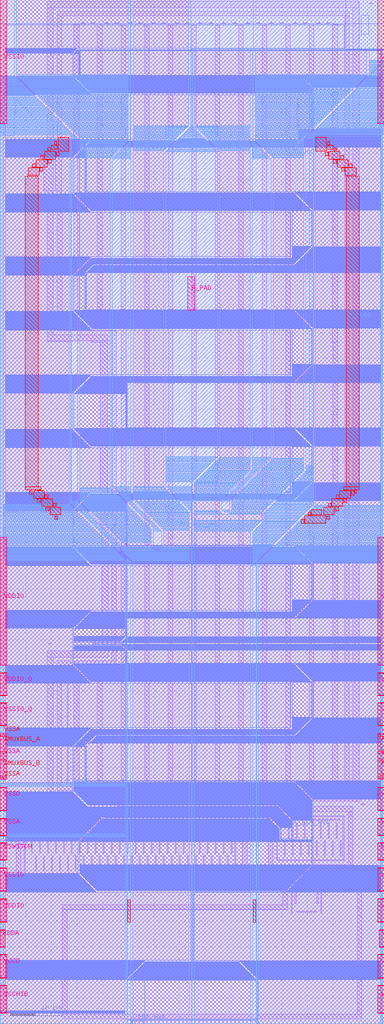
<source format=lef>
# Copyright 2020 The SkyWater PDK Authors
#
# Licensed under the Apache License, Version 2.0 (the "License");
# you may not use this file except in compliance with the License.
# You may obtain a copy of the License at
#
#     https://www.apache.org/licenses/LICENSE-2.0
#
# Unless required by applicable law or agreed to in writing, software
# distributed under the License is distributed on an "AS IS" BASIS,
# WITHOUT WARRANTIES OR CONDITIONS OF ANY KIND, either express or implied.
# See the License for the specific language governing permissions and
# limitations under the License.
#
# SPDX-License-Identifier: Apache-2.0

VERSION 5.5 ;
NAMESCASESENSITIVE ON ;
BUSBITCHARS "[]" ;
DIVIDERCHAR "/" ;
MACRO sky130_fd_io__top_power_hvc_wpad
  CLASS PAD ;
  SOURCE USER ;
  ORIGIN  0.000000  0.000000 ;
  SIZE 75 BY 200 ;
  SYMMETRY R90 ;
  PIN AMUXBUS_A
    ANTENNAPARTIALMETALSIDEAREA  111.1680 ;
    DIRECTION INOUT ;
    USE SIGNAL ;
    PORT
      LAYER met4 ;
        RECT 0.000000 53.125000 1.270000 56.105000 ;
    END
    PORT
      LAYER met4 ;
        RECT 73.730000 53.125000 75.000000 56.105000 ;
    END
  END AMUXBUS_A
  PIN AMUXBUS_B
    ANTENNAPARTIALMETALSIDEAREA  111.1680 ;
    DIRECTION INOUT ;
    USE SIGNAL ;
    PORT
      LAYER met4 ;
        RECT 0.000000 48.365000 1.270000 51.345000 ;
    END
    PORT
      LAYER met4 ;
        RECT 73.730000 48.365000 75.000000 51.345000 ;
    END
  END AMUXBUS_B
  PIN P_PAD
    ANTENNAPARTIALMETALSIDEAREA  284.1730 ;
    DIRECTION INOUT ;
    USE SIGNAL ;
    PORT
      LAYER met5 ;
        RECT 36.645000 139.325000 37.970000 145.935000 ;
    END
  END P_PAD
  PIN DRN_HVC
    DIRECTION INOUT ;
    USE POWER ;
    PORT
      LAYER met2 ;
        RECT 15.620000 185.295000 74.290000 190.015000 ;
        RECT 16.805000  47.455000 74.290000  54.765000 ;
        RECT 16.805000 139.455000 74.290000 146.710000 ;
        RECT 16.805000 162.455000 74.290000 171.155000 ;
        RECT 16.875000 146.710000 74.290000 146.780000 ;
        RECT 16.945000 146.780000 74.290000 146.850000 ;
        RECT 17.015000 146.850000 74.290000 146.920000 ;
        RECT 17.085000 146.920000 74.290000 146.990000 ;
        RECT 17.155000 146.990000 74.290000 147.060000 ;
        RECT 17.225000 147.060000 74.290000 147.130000 ;
        RECT 17.295000 147.130000 74.290000 147.200000 ;
        RECT 17.365000 147.200000 74.290000 147.270000 ;
        RECT 17.435000 147.270000 74.290000 147.340000 ;
        RECT 17.505000 147.340000 74.290000 147.410000 ;
        RECT 17.530000  54.765000 74.290000  54.835000 ;
        RECT 17.575000 147.410000 74.290000 147.480000 ;
        RECT 17.600000  54.835000 74.290000  54.905000 ;
        RECT 17.645000 147.480000 74.290000 147.550000 ;
        RECT 17.670000  54.905000 74.290000  54.975000 ;
        RECT 17.715000 147.550000 74.290000 147.620000 ;
        RECT 17.740000  54.975000 74.290000  55.045000 ;
        RECT 17.785000 147.620000 74.290000 147.690000 ;
        RECT 17.810000  55.045000 74.290000  55.115000 ;
        RECT 17.855000 147.690000 74.290000 147.760000 ;
        RECT 17.880000  55.115000 74.290000  55.185000 ;
        RECT 17.925000 147.760000 74.290000 147.830000 ;
        RECT 17.950000  55.185000 74.290000  55.255000 ;
        RECT 17.995000 147.830000 74.290000 147.900000 ;
        RECT 18.020000  55.255000 74.290000  55.325000 ;
        RECT 18.065000 147.900000 74.290000 147.970000 ;
        RECT 18.090000  55.325000 74.290000  55.395000 ;
        RECT 18.135000 147.970000 74.290000 148.040000 ;
        RECT 18.160000  55.395000 74.290000  55.465000 ;
        RECT 18.205000 148.040000 74.290000 148.110000 ;
        RECT 18.230000  55.465000 74.290000  55.535000 ;
        RECT 18.250000 148.110000 74.290000 148.155000 ;
        RECT 18.300000  55.535000 74.290000  55.605000 ;
        RECT 18.370000  55.605000 74.290000  55.675000 ;
        RECT 18.410000  74.155000 74.290000  74.415000 ;
        RECT 18.440000  55.675000 74.290000  55.745000 ;
        RECT 18.510000  55.745000 74.290000  55.815000 ;
        RECT 18.580000  55.815000 74.290000  55.885000 ;
        RECT 18.650000  55.885000 74.290000  55.955000 ;
        RECT 18.720000  55.955000 74.290000  56.025000 ;
        RECT 18.790000  56.025000 74.290000  56.095000 ;
        RECT 18.850000  56.095000 74.290000  56.155000 ;
        RECT 23.690000  74.415000 74.290000  74.485000 ;
        RECT 23.700000  74.105000 74.290000  74.155000 ;
        RECT 23.760000  74.485000 74.290000  74.555000 ;
        RECT 23.770000  74.035000 74.290000  74.105000 ;
        RECT 23.830000  74.555000 74.290000  74.625000 ;
        RECT 23.840000  73.965000 74.290000  74.035000 ;
        RECT 23.900000  74.625000 74.290000  74.695000 ;
        RECT 23.910000  73.895000 74.290000  73.965000 ;
        RECT 23.970000  74.695000 74.290000  74.765000 ;
        RECT 23.980000  73.825000 74.290000  73.895000 ;
        RECT 24.040000  74.765000 74.290000  74.835000 ;
        RECT 24.050000  73.755000 74.290000  73.825000 ;
        RECT 24.110000  74.835000 74.290000  74.905000 ;
        RECT 24.120000  73.685000 74.290000  73.755000 ;
        RECT 24.180000  74.905000 74.290000  74.975000 ;
        RECT 24.190000  73.615000 74.290000  73.685000 ;
        RECT 24.250000  74.975000 74.290000  75.045000 ;
        RECT 24.260000  73.545000 74.290000  73.615000 ;
        RECT 24.320000  75.045000 74.290000  75.115000 ;
        RECT 24.330000  73.475000 74.290000  73.545000 ;
        RECT 24.390000  75.115000 74.290000  75.185000 ;
        RECT 24.400000  73.405000 74.290000  73.475000 ;
        RECT 24.460000  75.185000 74.290000  75.255000 ;
        RECT 24.470000  73.335000 74.290000  73.405000 ;
        RECT 24.530000  75.255000 74.290000  75.325000 ;
        RECT 24.540000  73.265000 74.290000  73.335000 ;
        RECT 24.600000  75.325000 74.290000  75.395000 ;
        RECT 24.610000  73.195000 74.290000  73.265000 ;
        RECT 24.670000  75.395000 74.290000  75.465000 ;
        RECT 24.680000  73.125000 74.290000  73.195000 ;
        RECT 24.740000  75.465000 74.290000  75.535000 ;
        RECT 24.750000  73.055000 74.290000  73.125000 ;
        RECT 24.810000  75.535000 74.290000  75.605000 ;
        RECT 24.820000  70.455000 74.290000  72.985000 ;
        RECT 24.820000  72.985000 74.290000  73.055000 ;
        RECT 24.820000  75.605000 74.290000  75.615000 ;
        RECT 24.820000  75.615000 74.290000  79.155000 ;
        RECT 24.820000  93.455000 74.290000 102.155000 ;
        RECT 24.820000 116.455000 74.290000 125.155000 ;
        RECT 37.890000  12.295000 74.290000  25.660000 ;
        RECT 46.750000  12.265000 74.290000  12.295000 ;
        RECT 46.820000  12.195000 74.290000  12.265000 ;
        RECT 46.890000  12.125000 74.290000  12.195000 ;
        RECT 46.960000  12.055000 74.290000  12.125000 ;
        RECT 47.030000  11.985000 74.290000  12.055000 ;
        RECT 47.100000  11.915000 74.290000  11.985000 ;
        RECT 47.170000  11.845000 74.290000  11.915000 ;
        RECT 47.240000  11.775000 74.290000  11.845000 ;
        RECT 47.310000  11.705000 74.290000  11.775000 ;
        RECT 47.380000  11.635000 74.290000  11.705000 ;
        RECT 47.450000  11.565000 74.290000  11.635000 ;
        RECT 47.520000  11.495000 74.290000  11.565000 ;
        RECT 47.590000  11.425000 74.290000  11.495000 ;
        RECT 47.660000  11.355000 74.290000  11.425000 ;
        RECT 47.730000  11.285000 74.290000  11.355000 ;
        RECT 47.800000  11.215000 74.290000  11.285000 ;
        RECT 47.870000  11.145000 74.290000  11.215000 ;
        RECT 47.940000  11.075000 74.290000  11.145000 ;
        RECT 48.010000  11.005000 74.290000  11.075000 ;
        RECT 48.080000  10.935000 74.290000  11.005000 ;
        RECT 48.150000  10.865000 74.290000  10.935000 ;
        RECT 48.220000  10.795000 74.290000  10.865000 ;
        RECT 48.290000  10.725000 74.290000  10.795000 ;
        RECT 48.360000  10.655000 74.290000  10.725000 ;
        RECT 48.430000  10.585000 74.290000  10.655000 ;
        RECT 48.500000  10.515000 74.290000  10.585000 ;
        RECT 48.570000  10.445000 74.290000  10.515000 ;
        RECT 48.640000  10.375000 74.290000  10.445000 ;
        RECT 48.710000  10.305000 74.290000  10.375000 ;
        RECT 48.780000  10.235000 74.290000  10.305000 ;
        RECT 48.850000  10.165000 74.290000  10.235000 ;
        RECT 48.920000  10.095000 74.290000  10.165000 ;
        RECT 48.990000  10.025000 74.290000  10.095000 ;
        RECT 49.060000   9.955000 74.290000  10.025000 ;
        RECT 49.130000   9.885000 74.290000   9.955000 ;
        RECT 49.200000   9.815000 74.290000   9.885000 ;
        RECT 49.270000   9.745000 74.290000   9.815000 ;
        RECT 49.340000   9.675000 74.290000   9.745000 ;
        RECT 49.410000   9.605000 74.290000   9.675000 ;
        RECT 49.480000   9.535000 74.290000   9.605000 ;
        RECT 49.550000   9.465000 74.290000   9.535000 ;
        RECT 49.620000   9.395000 74.290000   9.465000 ;
        RECT 49.690000   9.325000 74.290000   9.395000 ;
        RECT 49.760000   9.255000 74.290000   9.325000 ;
        RECT 49.830000   9.185000 74.290000   9.255000 ;
        RECT 49.900000   9.115000 74.290000   9.185000 ;
        RECT 49.970000   9.045000 74.290000   9.115000 ;
        RECT 50.040000   8.975000 74.290000   9.045000 ;
        RECT 50.110000   8.905000 74.290000   8.975000 ;
        RECT 50.180000   8.835000 74.290000   8.905000 ;
        RECT 50.250000   8.765000 74.290000   8.835000 ;
        RECT 50.320000   8.695000 74.290000   8.765000 ;
        RECT 50.390000   0.000000 74.290000   8.625000 ;
        RECT 50.390000   8.625000 74.290000   8.695000 ;
        RECT 55.885000  25.660000 74.290000  25.730000 ;
        RECT 55.955000  25.730000 74.290000  25.800000 ;
        RECT 56.025000  25.800000 74.290000  25.870000 ;
        RECT 56.095000  25.870000 74.290000  25.940000 ;
        RECT 56.165000  25.940000 74.290000  26.010000 ;
        RECT 56.235000  26.010000 74.290000  26.080000 ;
        RECT 56.305000  26.080000 74.290000  26.150000 ;
        RECT 56.375000  26.150000 74.290000  26.220000 ;
        RECT 56.445000  26.220000 74.290000  26.290000 ;
        RECT 56.515000  26.290000 74.290000  26.360000 ;
        RECT 56.585000  26.360000 74.290000  26.430000 ;
        RECT 56.655000  26.430000 74.290000  26.500000 ;
        RECT 56.725000  26.500000 74.290000  26.570000 ;
        RECT 56.795000  26.570000 74.290000  26.640000 ;
        RECT 56.865000  26.640000 74.290000  26.710000 ;
        RECT 56.935000  26.710000 74.290000  26.780000 ;
        RECT 57.005000  26.780000 74.290000  26.850000 ;
        RECT 57.075000  26.850000 74.290000  26.920000 ;
        RECT 57.145000  26.920000 74.290000  26.990000 ;
        RECT 57.215000  26.990000 74.290000  27.060000 ;
        RECT 57.285000  27.060000 74.290000  27.130000 ;
        RECT 57.355000  27.130000 74.290000  27.200000 ;
        RECT 57.425000  27.200000 74.290000  27.270000 ;
        RECT 57.495000  27.270000 74.290000  27.340000 ;
        RECT 57.540000  47.390000 74.290000  47.455000 ;
        RECT 57.540000  70.420000 74.290000  70.455000 ;
        RECT 57.540000 116.390000 74.290000 116.455000 ;
        RECT 57.540000 139.425000 74.290000 139.455000 ;
        RECT 57.540000 162.440000 74.290000 162.455000 ;
        RECT 57.555000 148.155000 74.290000 148.225000 ;
        RECT 57.565000  27.340000 74.290000  27.410000 ;
        RECT 57.595000  56.155000 74.290000  56.225000 ;
        RECT 57.610000  47.320000 74.290000  47.390000 ;
        RECT 57.610000  70.350000 74.290000  70.420000 ;
        RECT 57.610000  93.410000 74.290000  93.455000 ;
        RECT 57.610000 116.320000 74.290000 116.390000 ;
        RECT 57.610000 139.355000 74.290000 139.425000 ;
        RECT 57.610000 162.370000 74.290000 162.440000 ;
        RECT 57.625000  79.155000 74.290000  79.225000 ;
        RECT 57.625000 102.155000 74.290000 102.225000 ;
        RECT 57.625000 125.155000 74.290000 125.225000 ;
        RECT 57.625000 148.225000 74.290000 148.295000 ;
        RECT 57.635000  27.410000 74.290000  27.480000 ;
        RECT 57.635000 171.155000 74.290000 171.225000 ;
        RECT 57.665000  56.225000 74.290000  56.295000 ;
        RECT 57.680000  47.250000 74.290000  47.320000 ;
        RECT 57.680000  70.280000 74.290000  70.350000 ;
        RECT 57.680000  93.340000 74.290000  93.410000 ;
        RECT 57.680000 116.250000 74.290000 116.320000 ;
        RECT 57.680000 139.285000 74.290000 139.355000 ;
        RECT 57.680000 162.300000 74.290000 162.370000 ;
        RECT 57.695000  79.225000 74.290000  79.295000 ;
        RECT 57.695000 102.225000 74.290000 102.295000 ;
        RECT 57.695000 125.225000 74.290000 125.295000 ;
        RECT 57.695000 148.295000 74.290000 148.365000 ;
        RECT 57.705000  27.480000 74.290000  27.550000 ;
        RECT 57.705000 171.225000 74.290000 171.295000 ;
        RECT 57.735000  56.295000 74.290000  56.365000 ;
        RECT 57.750000  47.180000 74.290000  47.250000 ;
        RECT 57.750000  70.210000 74.290000  70.280000 ;
        RECT 57.750000  93.270000 74.290000  93.340000 ;
        RECT 57.750000 116.180000 74.290000 116.250000 ;
        RECT 57.750000 139.215000 74.290000 139.285000 ;
        RECT 57.750000 162.230000 74.290000 162.300000 ;
        RECT 57.765000  79.295000 74.290000  79.365000 ;
        RECT 57.765000 102.295000 74.290000 102.365000 ;
        RECT 57.765000 125.295000 74.290000 125.365000 ;
        RECT 57.765000 148.365000 74.290000 148.435000 ;
        RECT 57.775000  27.550000 74.290000  27.620000 ;
        RECT 57.775000 171.295000 74.290000 171.365000 ;
        RECT 57.805000  56.365000 74.290000  56.435000 ;
        RECT 57.820000  47.110000 74.290000  47.180000 ;
        RECT 57.820000  70.140000 74.290000  70.210000 ;
        RECT 57.820000  93.200000 74.290000  93.270000 ;
        RECT 57.820000 116.110000 74.290000 116.180000 ;
        RECT 57.820000 139.145000 74.290000 139.215000 ;
        RECT 57.820000 162.160000 74.290000 162.230000 ;
        RECT 57.835000  79.365000 74.290000  79.435000 ;
        RECT 57.835000 102.365000 74.290000 102.435000 ;
        RECT 57.835000 125.365000 74.290000 125.435000 ;
        RECT 57.835000 148.435000 74.290000 148.505000 ;
        RECT 57.845000  27.620000 74.290000  27.690000 ;
        RECT 57.845000 171.365000 74.290000 171.435000 ;
        RECT 57.875000  56.435000 74.290000  56.505000 ;
        RECT 57.890000  47.040000 74.290000  47.110000 ;
        RECT 57.890000  70.070000 74.290000  70.140000 ;
        RECT 57.890000  93.130000 74.290000  93.200000 ;
        RECT 57.890000 116.040000 74.290000 116.110000 ;
        RECT 57.890000 139.075000 74.290000 139.145000 ;
        RECT 57.890000 162.090000 74.290000 162.160000 ;
        RECT 57.905000  79.435000 74.290000  79.505000 ;
        RECT 57.905000 102.435000 74.290000 102.505000 ;
        RECT 57.905000 125.435000 74.290000 125.505000 ;
        RECT 57.905000 148.505000 74.290000 148.575000 ;
        RECT 57.915000  27.690000 74.290000  27.760000 ;
        RECT 57.915000 171.435000 74.290000 171.505000 ;
        RECT 57.945000  56.505000 74.290000  56.575000 ;
        RECT 57.960000  46.970000 74.290000  47.040000 ;
        RECT 57.960000  70.000000 74.290000  70.070000 ;
        RECT 57.960000  93.060000 74.290000  93.130000 ;
        RECT 57.960000 115.970000 74.290000 116.040000 ;
        RECT 57.960000 139.005000 74.290000 139.075000 ;
        RECT 57.960000 162.020000 74.290000 162.090000 ;
        RECT 57.975000  79.505000 74.290000  79.575000 ;
        RECT 57.975000 102.505000 74.290000 102.575000 ;
        RECT 57.975000 125.505000 74.290000 125.575000 ;
        RECT 57.975000 148.575000 74.290000 148.645000 ;
        RECT 57.985000  27.760000 74.290000  27.830000 ;
        RECT 57.985000 171.505000 74.290000 171.575000 ;
        RECT 58.015000  56.575000 74.290000  56.645000 ;
        RECT 58.030000  46.900000 74.290000  46.970000 ;
        RECT 58.030000  69.930000 74.290000  70.000000 ;
        RECT 58.030000  92.990000 74.290000  93.060000 ;
        RECT 58.030000 115.900000 74.290000 115.970000 ;
        RECT 58.030000 138.935000 74.290000 139.005000 ;
        RECT 58.030000 161.950000 74.290000 162.020000 ;
        RECT 58.045000  79.575000 74.290000  79.645000 ;
        RECT 58.045000 102.575000 74.290000 102.645000 ;
        RECT 58.045000 125.575000 74.290000 125.645000 ;
        RECT 58.045000 148.645000 74.290000 148.715000 ;
        RECT 58.055000  27.830000 74.290000  27.900000 ;
        RECT 58.055000 171.575000 74.290000 171.645000 ;
        RECT 58.085000  56.645000 74.290000  56.715000 ;
        RECT 58.100000  46.830000 74.290000  46.900000 ;
        RECT 58.100000  69.860000 74.290000  69.930000 ;
        RECT 58.100000  92.920000 74.290000  92.990000 ;
        RECT 58.100000 115.830000 74.290000 115.900000 ;
        RECT 58.100000 138.865000 74.290000 138.935000 ;
        RECT 58.100000 161.880000 74.290000 161.950000 ;
        RECT 58.115000  79.645000 74.290000  79.715000 ;
        RECT 58.115000 102.645000 74.290000 102.715000 ;
        RECT 58.115000 125.645000 74.290000 125.715000 ;
        RECT 58.115000 148.715000 74.290000 148.785000 ;
        RECT 58.125000  27.900000 74.290000  27.970000 ;
        RECT 58.125000 171.645000 74.290000 171.715000 ;
        RECT 58.155000  56.715000 74.290000  56.785000 ;
        RECT 58.170000  46.760000 74.290000  46.830000 ;
        RECT 58.170000  69.790000 74.290000  69.860000 ;
        RECT 58.170000  92.850000 74.290000  92.920000 ;
        RECT 58.170000 115.760000 74.290000 115.830000 ;
        RECT 58.170000 138.795000 74.290000 138.865000 ;
        RECT 58.170000 161.810000 74.290000 161.880000 ;
        RECT 58.185000  79.715000 74.290000  79.785000 ;
        RECT 58.185000 102.715000 74.290000 102.785000 ;
        RECT 58.185000 125.715000 74.290000 125.785000 ;
        RECT 58.185000 148.785000 74.290000 148.855000 ;
        RECT 58.195000  27.970000 74.290000  28.040000 ;
        RECT 58.195000 171.715000 74.290000 171.785000 ;
        RECT 58.225000  56.785000 74.290000  56.855000 ;
        RECT 58.240000  46.690000 74.290000  46.760000 ;
        RECT 58.240000  69.720000 74.290000  69.790000 ;
        RECT 58.240000  92.780000 74.290000  92.850000 ;
        RECT 58.240000 115.690000 74.290000 115.760000 ;
        RECT 58.240000 138.725000 74.290000 138.795000 ;
        RECT 58.240000 161.740000 74.290000 161.810000 ;
        RECT 58.255000  79.785000 74.290000  79.855000 ;
        RECT 58.255000 102.785000 74.290000 102.855000 ;
        RECT 58.255000 125.785000 74.290000 125.855000 ;
        RECT 58.255000 148.855000 74.290000 148.925000 ;
        RECT 58.265000  28.040000 74.290000  28.110000 ;
        RECT 58.265000 171.785000 74.290000 171.855000 ;
        RECT 58.295000  56.855000 74.290000  56.925000 ;
        RECT 58.310000  46.620000 74.290000  46.690000 ;
        RECT 58.310000  69.650000 74.290000  69.720000 ;
        RECT 58.310000  92.710000 74.290000  92.780000 ;
        RECT 58.310000 115.620000 74.290000 115.690000 ;
        RECT 58.310000 138.655000 74.290000 138.725000 ;
        RECT 58.310000 161.670000 74.290000 161.740000 ;
        RECT 58.325000  79.855000 74.290000  79.925000 ;
        RECT 58.325000 102.855000 74.290000 102.925000 ;
        RECT 58.325000 125.855000 74.290000 125.925000 ;
        RECT 58.325000 148.925000 74.290000 148.995000 ;
        RECT 58.335000  28.110000 74.290000  28.180000 ;
        RECT 58.335000 171.855000 74.290000 171.925000 ;
        RECT 58.365000  56.925000 74.290000  56.995000 ;
        RECT 58.380000  46.550000 74.290000  46.620000 ;
        RECT 58.380000  69.580000 74.290000  69.650000 ;
        RECT 58.380000  92.640000 74.290000  92.710000 ;
        RECT 58.380000 115.550000 74.290000 115.620000 ;
        RECT 58.380000 138.585000 74.290000 138.655000 ;
        RECT 58.380000 161.600000 74.290000 161.670000 ;
        RECT 58.395000  79.925000 74.290000  79.995000 ;
        RECT 58.395000 102.925000 74.290000 102.995000 ;
        RECT 58.395000 125.925000 74.290000 125.995000 ;
        RECT 58.395000 148.995000 74.290000 149.065000 ;
        RECT 58.405000  28.180000 74.290000  28.250000 ;
        RECT 58.405000 171.925000 74.290000 171.995000 ;
        RECT 58.435000  56.995000 74.290000  57.065000 ;
        RECT 58.450000  46.480000 74.290000  46.550000 ;
        RECT 58.450000  69.510000 74.290000  69.580000 ;
        RECT 58.450000  92.570000 74.290000  92.640000 ;
        RECT 58.450000 115.480000 74.290000 115.550000 ;
        RECT 58.450000 138.515000 74.290000 138.585000 ;
        RECT 58.450000 161.530000 74.290000 161.600000 ;
        RECT 58.465000  79.995000 74.290000  80.065000 ;
        RECT 58.465000 102.995000 74.290000 103.065000 ;
        RECT 58.465000 125.995000 74.290000 126.065000 ;
        RECT 58.465000 149.065000 74.290000 149.135000 ;
        RECT 58.475000  28.250000 74.290000  28.320000 ;
        RECT 58.475000 171.995000 74.290000 172.065000 ;
        RECT 58.505000  57.065000 74.290000  57.135000 ;
        RECT 58.520000  46.410000 74.290000  46.480000 ;
        RECT 58.520000  69.440000 74.290000  69.510000 ;
        RECT 58.520000  92.500000 74.290000  92.570000 ;
        RECT 58.520000 115.410000 74.290000 115.480000 ;
        RECT 58.520000 138.445000 74.290000 138.515000 ;
        RECT 58.520000 161.460000 74.290000 161.530000 ;
        RECT 58.535000  80.065000 74.290000  80.135000 ;
        RECT 58.535000 103.065000 74.290000 103.135000 ;
        RECT 58.535000 126.065000 74.290000 126.135000 ;
        RECT 58.535000 149.135000 74.290000 149.205000 ;
        RECT 58.545000  28.320000 74.290000  28.390000 ;
        RECT 58.545000 172.065000 74.290000 172.135000 ;
        RECT 58.575000  57.135000 74.290000  57.205000 ;
        RECT 58.590000  46.340000 74.290000  46.410000 ;
        RECT 58.590000  69.370000 74.290000  69.440000 ;
        RECT 58.590000  92.430000 74.290000  92.500000 ;
        RECT 58.590000 115.340000 74.290000 115.410000 ;
        RECT 58.590000 138.375000 74.290000 138.445000 ;
        RECT 58.590000 161.390000 74.290000 161.460000 ;
        RECT 58.605000  80.135000 74.290000  80.205000 ;
        RECT 58.605000 103.135000 74.290000 103.205000 ;
        RECT 58.605000 126.135000 74.290000 126.205000 ;
        RECT 58.605000 149.205000 74.290000 149.275000 ;
        RECT 58.615000  28.390000 74.290000  28.460000 ;
        RECT 58.615000 172.135000 74.290000 172.205000 ;
        RECT 58.645000  57.205000 74.290000  57.275000 ;
        RECT 58.660000  46.270000 74.290000  46.340000 ;
        RECT 58.660000  69.300000 74.290000  69.370000 ;
        RECT 58.660000  92.360000 74.290000  92.430000 ;
        RECT 58.660000 115.270000 74.290000 115.340000 ;
        RECT 58.660000 138.305000 74.290000 138.375000 ;
        RECT 58.660000 161.320000 74.290000 161.390000 ;
        RECT 58.675000  80.205000 74.290000  80.275000 ;
        RECT 58.675000 103.205000 74.290000 103.275000 ;
        RECT 58.675000 126.205000 74.290000 126.275000 ;
        RECT 58.675000 149.275000 74.290000 149.345000 ;
        RECT 58.685000  28.460000 74.290000  28.530000 ;
        RECT 58.685000 172.205000 74.290000 172.275000 ;
        RECT 58.715000  57.275000 74.290000  57.345000 ;
        RECT 58.730000  46.200000 74.290000  46.270000 ;
        RECT 58.730000  69.230000 74.290000  69.300000 ;
        RECT 58.730000  92.290000 74.290000  92.360000 ;
        RECT 58.730000 115.200000 74.290000 115.270000 ;
        RECT 58.730000 138.235000 74.290000 138.305000 ;
        RECT 58.730000 161.250000 74.290000 161.320000 ;
        RECT 58.730000 185.260000 74.290000 185.295000 ;
        RECT 58.745000  80.275000 74.290000  80.345000 ;
        RECT 58.745000 103.275000 74.290000 103.345000 ;
        RECT 58.745000 126.275000 74.290000 126.345000 ;
        RECT 58.745000 149.345000 74.290000 149.415000 ;
        RECT 58.755000  28.530000 74.290000  28.600000 ;
        RECT 58.755000 172.275000 74.290000 172.345000 ;
        RECT 58.785000  57.345000 74.290000  57.415000 ;
        RECT 58.800000  46.130000 74.290000  46.200000 ;
        RECT 58.800000  69.160000 74.290000  69.230000 ;
        RECT 58.800000  92.220000 74.290000  92.290000 ;
        RECT 58.800000 115.130000 74.290000 115.200000 ;
        RECT 58.800000 138.165000 74.290000 138.235000 ;
        RECT 58.800000 161.180000 74.290000 161.250000 ;
        RECT 58.800000 185.190000 74.290000 185.260000 ;
        RECT 58.815000  80.345000 74.290000  80.415000 ;
        RECT 58.815000 103.345000 74.290000 103.415000 ;
        RECT 58.815000 126.345000 74.290000 126.415000 ;
        RECT 58.815000 149.415000 74.290000 149.485000 ;
        RECT 58.825000  28.600000 74.290000  28.670000 ;
        RECT 58.825000 172.345000 74.290000 172.415000 ;
        RECT 58.855000  57.415000 74.290000  57.485000 ;
        RECT 58.870000  46.060000 74.290000  46.130000 ;
        RECT 58.870000  69.090000 74.290000  69.160000 ;
        RECT 58.870000  92.150000 74.290000  92.220000 ;
        RECT 58.870000 115.060000 74.290000 115.130000 ;
        RECT 58.870000 138.095000 74.290000 138.165000 ;
        RECT 58.870000 161.110000 74.290000 161.180000 ;
        RECT 58.870000 185.120000 74.290000 185.190000 ;
        RECT 58.885000  80.415000 74.290000  80.485000 ;
        RECT 58.885000 103.415000 74.290000 103.485000 ;
        RECT 58.885000 126.415000 74.290000 126.485000 ;
        RECT 58.885000 149.485000 74.290000 149.555000 ;
        RECT 58.895000  28.670000 74.290000  28.740000 ;
        RECT 58.895000 172.415000 74.290000 172.485000 ;
        RECT 58.925000  57.485000 74.290000  57.555000 ;
        RECT 58.940000  45.990000 74.290000  46.060000 ;
        RECT 58.940000  69.020000 74.290000  69.090000 ;
        RECT 58.940000  92.080000 74.290000  92.150000 ;
        RECT 58.940000 114.990000 74.290000 115.060000 ;
        RECT 58.940000 138.025000 74.290000 138.095000 ;
        RECT 58.940000 161.040000 74.290000 161.110000 ;
        RECT 58.940000 185.050000 74.290000 185.120000 ;
        RECT 58.955000  80.485000 74.290000  80.555000 ;
        RECT 58.955000 103.485000 74.290000 103.555000 ;
        RECT 58.955000 126.485000 74.290000 126.555000 ;
        RECT 58.955000 149.555000 74.290000 149.625000 ;
        RECT 58.965000  28.740000 74.290000  28.810000 ;
        RECT 58.965000 172.485000 74.290000 172.555000 ;
        RECT 58.995000  57.555000 74.290000  57.625000 ;
        RECT 59.010000  45.920000 74.290000  45.990000 ;
        RECT 59.010000  68.950000 74.290000  69.020000 ;
        RECT 59.010000  92.010000 74.290000  92.080000 ;
        RECT 59.010000 114.920000 74.290000 114.990000 ;
        RECT 59.010000 137.955000 74.290000 138.025000 ;
        RECT 59.010000 160.970000 74.290000 161.040000 ;
        RECT 59.010000 184.980000 74.290000 185.050000 ;
        RECT 59.025000  80.555000 74.290000  80.625000 ;
        RECT 59.025000 103.555000 74.290000 103.625000 ;
        RECT 59.025000 126.555000 74.290000 126.625000 ;
        RECT 59.025000 149.625000 74.290000 149.695000 ;
        RECT 59.035000  28.810000 74.290000  28.880000 ;
        RECT 59.035000 172.555000 74.290000 172.625000 ;
        RECT 59.065000  57.625000 74.290000  57.695000 ;
        RECT 59.080000  45.850000 74.290000  45.920000 ;
        RECT 59.080000  68.880000 74.290000  68.950000 ;
        RECT 59.080000  91.940000 74.290000  92.010000 ;
        RECT 59.080000 114.850000 74.290000 114.920000 ;
        RECT 59.080000 137.885000 74.290000 137.955000 ;
        RECT 59.080000 160.900000 74.290000 160.970000 ;
        RECT 59.080000 184.910000 74.290000 184.980000 ;
        RECT 59.095000  80.625000 74.290000  80.695000 ;
        RECT 59.095000 103.625000 74.290000 103.695000 ;
        RECT 59.095000 126.625000 74.290000 126.695000 ;
        RECT 59.095000 149.695000 74.290000 149.765000 ;
        RECT 59.105000  28.880000 74.290000  28.950000 ;
        RECT 59.105000 172.625000 74.290000 172.695000 ;
        RECT 59.135000  57.695000 74.290000  57.765000 ;
        RECT 59.150000  45.780000 74.290000  45.850000 ;
        RECT 59.150000  68.810000 74.290000  68.880000 ;
        RECT 59.150000  91.870000 74.290000  91.940000 ;
        RECT 59.150000 114.780000 74.290000 114.850000 ;
        RECT 59.150000 137.815000 74.290000 137.885000 ;
        RECT 59.150000 160.830000 74.290000 160.900000 ;
        RECT 59.150000 184.840000 74.290000 184.910000 ;
        RECT 59.165000  80.695000 74.290000  80.765000 ;
        RECT 59.165000 103.695000 74.290000 103.765000 ;
        RECT 59.165000 126.695000 74.290000 126.765000 ;
        RECT 59.165000 149.765000 74.290000 149.835000 ;
        RECT 59.175000  28.950000 74.290000  29.020000 ;
        RECT 59.175000 172.695000 74.290000 172.765000 ;
        RECT 59.205000  57.765000 74.290000  57.835000 ;
        RECT 59.220000  45.710000 74.290000  45.780000 ;
        RECT 59.220000  68.740000 74.290000  68.810000 ;
        RECT 59.220000  91.800000 74.290000  91.870000 ;
        RECT 59.220000 114.710000 74.290000 114.780000 ;
        RECT 59.220000 137.745000 74.290000 137.815000 ;
        RECT 59.220000 160.760000 74.290000 160.830000 ;
        RECT 59.220000 184.770000 74.290000 184.840000 ;
        RECT 59.235000  80.765000 74.290000  80.835000 ;
        RECT 59.235000 103.765000 74.290000 103.835000 ;
        RECT 59.235000 126.765000 74.290000 126.835000 ;
        RECT 59.235000 149.835000 74.290000 149.905000 ;
        RECT 59.245000  29.020000 74.290000  29.090000 ;
        RECT 59.245000 172.765000 74.290000 172.835000 ;
        RECT 59.275000  57.835000 74.290000  57.905000 ;
        RECT 59.290000  45.640000 74.290000  45.710000 ;
        RECT 59.290000  68.670000 74.290000  68.740000 ;
        RECT 59.290000  91.730000 74.290000  91.800000 ;
        RECT 59.290000 114.640000 74.290000 114.710000 ;
        RECT 59.290000 137.675000 74.290000 137.745000 ;
        RECT 59.290000 160.690000 74.290000 160.760000 ;
        RECT 59.290000 184.700000 74.290000 184.770000 ;
        RECT 59.305000  80.835000 74.290000  80.905000 ;
        RECT 59.305000 103.835000 74.290000 103.905000 ;
        RECT 59.305000 126.835000 74.290000 126.905000 ;
        RECT 59.305000 149.905000 74.290000 149.975000 ;
        RECT 59.315000  29.090000 74.290000  29.160000 ;
        RECT 59.315000 172.835000 74.290000 172.905000 ;
        RECT 59.345000  57.905000 74.290000  57.975000 ;
        RECT 59.360000  45.570000 74.290000  45.640000 ;
        RECT 59.360000  68.600000 74.290000  68.670000 ;
        RECT 59.360000  91.660000 74.290000  91.730000 ;
        RECT 59.360000 114.570000 74.290000 114.640000 ;
        RECT 59.360000 137.605000 74.290000 137.675000 ;
        RECT 59.360000 160.620000 74.290000 160.690000 ;
        RECT 59.360000 184.630000 74.290000 184.700000 ;
        RECT 59.375000  80.905000 74.290000  80.975000 ;
        RECT 59.375000 103.905000 74.290000 103.975000 ;
        RECT 59.375000 126.905000 74.290000 126.975000 ;
        RECT 59.375000 149.975000 74.290000 150.045000 ;
        RECT 59.385000  29.160000 74.290000  29.230000 ;
        RECT 59.385000 172.905000 74.290000 172.975000 ;
        RECT 59.415000  57.975000 74.290000  58.045000 ;
        RECT 59.430000  45.500000 74.290000  45.570000 ;
        RECT 59.430000  68.530000 74.290000  68.600000 ;
        RECT 59.430000  91.590000 74.290000  91.660000 ;
        RECT 59.430000 114.500000 74.290000 114.570000 ;
        RECT 59.430000 137.535000 74.290000 137.605000 ;
        RECT 59.430000 160.550000 74.290000 160.620000 ;
        RECT 59.430000 184.560000 74.290000 184.630000 ;
        RECT 59.445000  80.975000 74.290000  81.045000 ;
        RECT 59.445000 103.975000 74.290000 104.045000 ;
        RECT 59.445000 126.975000 74.290000 127.045000 ;
        RECT 59.445000 150.045000 74.290000 150.115000 ;
        RECT 59.455000  29.230000 74.290000  29.300000 ;
        RECT 59.455000 172.975000 74.290000 173.045000 ;
        RECT 59.485000  58.045000 74.290000  58.115000 ;
        RECT 59.500000  45.430000 74.290000  45.500000 ;
        RECT 59.500000  68.460000 74.290000  68.530000 ;
        RECT 59.500000  91.520000 74.290000  91.590000 ;
        RECT 59.500000 114.430000 74.290000 114.500000 ;
        RECT 59.500000 137.465000 74.290000 137.535000 ;
        RECT 59.500000 160.480000 74.290000 160.550000 ;
        RECT 59.500000 184.490000 74.290000 184.560000 ;
        RECT 59.515000  81.045000 74.290000  81.115000 ;
        RECT 59.515000 104.045000 74.290000 104.115000 ;
        RECT 59.515000 127.045000 74.290000 127.115000 ;
        RECT 59.515000 150.115000 74.290000 150.185000 ;
        RECT 59.525000  29.300000 74.290000  29.370000 ;
        RECT 59.525000 173.045000 74.290000 173.115000 ;
        RECT 59.555000  58.115000 74.290000  58.185000 ;
        RECT 59.570000  45.360000 74.290000  45.430000 ;
        RECT 59.570000  68.390000 74.290000  68.460000 ;
        RECT 59.570000  91.450000 74.290000  91.520000 ;
        RECT 59.570000 114.360000 74.290000 114.430000 ;
        RECT 59.570000 137.395000 74.290000 137.465000 ;
        RECT 59.570000 160.410000 74.290000 160.480000 ;
        RECT 59.570000 184.420000 74.290000 184.490000 ;
        RECT 59.585000  81.115000 74.290000  81.185000 ;
        RECT 59.585000 104.115000 74.290000 104.185000 ;
        RECT 59.585000 127.115000 74.290000 127.185000 ;
        RECT 59.585000 150.185000 74.290000 150.255000 ;
        RECT 59.595000  29.370000 74.290000  29.440000 ;
        RECT 59.595000 173.115000 74.290000 173.185000 ;
        RECT 59.625000  58.185000 74.290000  58.255000 ;
        RECT 59.640000  45.290000 74.290000  45.360000 ;
        RECT 59.640000  68.320000 74.290000  68.390000 ;
        RECT 59.640000  91.380000 74.290000  91.450000 ;
        RECT 59.640000 114.290000 74.290000 114.360000 ;
        RECT 59.640000 137.325000 74.290000 137.395000 ;
        RECT 59.640000 160.340000 74.290000 160.410000 ;
        RECT 59.640000 184.350000 74.290000 184.420000 ;
        RECT 59.655000  81.185000 74.290000  81.255000 ;
        RECT 59.655000 104.185000 74.290000 104.255000 ;
        RECT 59.655000 127.185000 74.290000 127.255000 ;
        RECT 59.655000 150.255000 74.290000 150.325000 ;
        RECT 59.665000  29.440000 74.290000  29.510000 ;
        RECT 59.665000 173.185000 74.290000 173.255000 ;
        RECT 59.695000  58.255000 74.290000  58.325000 ;
        RECT 59.710000  45.220000 74.290000  45.290000 ;
        RECT 59.710000  68.250000 74.290000  68.320000 ;
        RECT 59.710000  91.310000 74.290000  91.380000 ;
        RECT 59.710000 114.220000 74.290000 114.290000 ;
        RECT 59.710000 137.255000 74.290000 137.325000 ;
        RECT 59.710000 160.270000 74.290000 160.340000 ;
        RECT 59.710000 184.280000 74.290000 184.350000 ;
        RECT 59.725000  81.255000 74.290000  81.325000 ;
        RECT 59.725000 104.255000 74.290000 104.325000 ;
        RECT 59.725000 127.255000 74.290000 127.325000 ;
        RECT 59.725000 150.325000 74.290000 150.395000 ;
        RECT 59.735000  29.510000 74.290000  29.580000 ;
        RECT 59.735000 173.255000 74.290000 173.325000 ;
        RECT 59.765000  58.325000 74.290000  58.395000 ;
        RECT 59.780000  45.150000 74.290000  45.220000 ;
        RECT 59.780000  68.180000 74.290000  68.250000 ;
        RECT 59.780000  91.240000 74.290000  91.310000 ;
        RECT 59.780000 114.150000 74.290000 114.220000 ;
        RECT 59.780000 137.185000 74.290000 137.255000 ;
        RECT 59.780000 160.200000 74.290000 160.270000 ;
        RECT 59.780000 184.210000 74.290000 184.280000 ;
        RECT 59.795000  81.325000 74.290000  81.395000 ;
        RECT 59.795000 104.325000 74.290000 104.395000 ;
        RECT 59.795000 127.325000 74.290000 127.395000 ;
        RECT 59.795000 150.395000 74.290000 150.465000 ;
        RECT 59.805000  29.580000 74.290000  29.650000 ;
        RECT 59.805000 173.325000 74.290000 173.395000 ;
        RECT 59.835000  58.395000 74.290000  58.465000 ;
        RECT 59.850000  45.080000 74.290000  45.150000 ;
        RECT 59.850000  68.110000 74.290000  68.180000 ;
        RECT 59.850000  91.170000 74.290000  91.240000 ;
        RECT 59.850000 114.080000 74.290000 114.150000 ;
        RECT 59.850000 137.115000 74.290000 137.185000 ;
        RECT 59.850000 160.130000 74.290000 160.200000 ;
        RECT 59.850000 184.140000 74.290000 184.210000 ;
        RECT 59.865000  81.395000 74.290000  81.465000 ;
        RECT 59.865000 104.395000 74.290000 104.465000 ;
        RECT 59.865000 127.395000 74.290000 127.465000 ;
        RECT 59.865000 150.465000 74.290000 150.535000 ;
        RECT 59.875000  29.650000 74.290000  29.720000 ;
        RECT 59.875000 173.395000 74.290000 173.465000 ;
        RECT 59.905000  58.465000 74.290000  58.535000 ;
        RECT 59.920000  45.010000 74.290000  45.080000 ;
        RECT 59.920000  68.040000 74.290000  68.110000 ;
        RECT 59.920000  91.100000 74.290000  91.170000 ;
        RECT 59.920000 114.010000 74.290000 114.080000 ;
        RECT 59.920000 137.045000 74.290000 137.115000 ;
        RECT 59.920000 160.060000 74.290000 160.130000 ;
        RECT 59.920000 184.070000 74.290000 184.140000 ;
        RECT 59.935000  81.465000 74.290000  81.535000 ;
        RECT 59.935000 104.465000 74.290000 104.535000 ;
        RECT 59.935000 127.465000 74.290000 127.535000 ;
        RECT 59.935000 150.535000 74.290000 150.605000 ;
        RECT 59.945000  29.720000 74.290000  29.790000 ;
        RECT 59.945000 173.465000 74.290000 173.535000 ;
        RECT 59.975000  58.535000 74.290000  58.605000 ;
        RECT 59.990000  44.940000 74.290000  45.010000 ;
        RECT 59.990000  67.970000 74.290000  68.040000 ;
        RECT 59.990000  91.030000 74.290000  91.100000 ;
        RECT 59.990000 113.940000 74.290000 114.010000 ;
        RECT 59.990000 136.975000 74.290000 137.045000 ;
        RECT 59.990000 159.990000 74.290000 160.060000 ;
        RECT 59.990000 184.000000 74.290000 184.070000 ;
        RECT 60.005000  81.535000 74.290000  81.605000 ;
        RECT 60.005000 104.535000 74.290000 104.605000 ;
        RECT 60.005000 127.535000 74.290000 127.605000 ;
        RECT 60.005000 150.605000 74.290000 150.675000 ;
        RECT 60.015000  29.790000 74.290000  29.860000 ;
        RECT 60.015000 173.535000 74.290000 173.605000 ;
        RECT 60.045000  58.605000 74.290000  58.675000 ;
        RECT 60.060000  44.870000 74.290000  44.940000 ;
        RECT 60.060000  67.900000 74.290000  67.970000 ;
        RECT 60.060000  90.960000 74.290000  91.030000 ;
        RECT 60.060000 113.870000 74.290000 113.940000 ;
        RECT 60.060000 136.905000 74.290000 136.975000 ;
        RECT 60.060000 159.920000 74.290000 159.990000 ;
        RECT 60.060000 183.930000 74.290000 184.000000 ;
        RECT 60.075000  81.605000 74.290000  81.675000 ;
        RECT 60.075000 104.605000 74.290000 104.675000 ;
        RECT 60.075000 127.605000 74.290000 127.675000 ;
        RECT 60.075000 150.675000 74.290000 150.745000 ;
        RECT 60.085000  29.860000 74.290000  29.930000 ;
        RECT 60.085000 173.605000 74.290000 173.675000 ;
        RECT 60.115000  58.675000 74.290000  58.745000 ;
        RECT 60.130000  44.800000 74.290000  44.870000 ;
        RECT 60.130000  67.830000 74.290000  67.900000 ;
        RECT 60.130000  90.890000 74.290000  90.960000 ;
        RECT 60.130000 113.800000 74.290000 113.870000 ;
        RECT 60.130000 136.835000 74.290000 136.905000 ;
        RECT 60.130000 159.850000 74.290000 159.920000 ;
        RECT 60.130000 183.860000 74.290000 183.930000 ;
        RECT 60.145000  81.675000 74.290000  81.745000 ;
        RECT 60.145000 104.675000 74.290000 104.745000 ;
        RECT 60.145000 127.675000 74.290000 127.745000 ;
        RECT 60.145000 150.745000 74.290000 150.815000 ;
        RECT 60.155000  29.930000 74.290000  30.000000 ;
        RECT 60.155000 173.675000 74.290000 173.745000 ;
        RECT 60.185000  58.745000 74.290000  58.815000 ;
        RECT 60.200000  44.730000 74.290000  44.800000 ;
        RECT 60.200000  67.760000 74.290000  67.830000 ;
        RECT 60.200000  90.820000 74.290000  90.890000 ;
        RECT 60.200000 113.730000 74.290000 113.800000 ;
        RECT 60.200000 136.765000 74.290000 136.835000 ;
        RECT 60.200000 159.780000 74.290000 159.850000 ;
        RECT 60.200000 183.790000 74.290000 183.860000 ;
        RECT 60.215000  81.745000 74.290000  81.815000 ;
        RECT 60.215000 104.745000 74.290000 104.815000 ;
        RECT 60.215000 127.745000 74.290000 127.815000 ;
        RECT 60.215000 150.815000 74.290000 150.885000 ;
        RECT 60.225000  30.000000 74.290000  30.070000 ;
        RECT 60.225000 173.745000 74.290000 173.815000 ;
        RECT 60.255000  58.815000 74.290000  58.885000 ;
        RECT 60.270000  44.660000 74.290000  44.730000 ;
        RECT 60.270000  67.690000 74.290000  67.760000 ;
        RECT 60.270000  90.750000 74.290000  90.820000 ;
        RECT 60.270000 113.660000 74.290000 113.730000 ;
        RECT 60.270000 136.695000 74.290000 136.765000 ;
        RECT 60.270000 159.710000 74.290000 159.780000 ;
        RECT 60.270000 183.720000 74.290000 183.790000 ;
        RECT 60.285000  81.815000 74.290000  81.885000 ;
        RECT 60.285000 104.815000 74.290000 104.885000 ;
        RECT 60.285000 127.815000 74.290000 127.885000 ;
        RECT 60.285000 150.885000 74.290000 150.955000 ;
        RECT 60.295000  30.070000 74.290000  30.140000 ;
        RECT 60.295000 173.815000 74.290000 173.885000 ;
        RECT 60.325000  58.885000 74.290000  58.955000 ;
        RECT 60.340000  44.590000 74.290000  44.660000 ;
        RECT 60.340000  67.620000 74.290000  67.690000 ;
        RECT 60.340000  90.680000 74.290000  90.750000 ;
        RECT 60.340000 113.590000 74.290000 113.660000 ;
        RECT 60.340000 136.625000 74.290000 136.695000 ;
        RECT 60.340000 159.640000 74.290000 159.710000 ;
        RECT 60.340000 183.650000 74.290000 183.720000 ;
        RECT 60.355000  81.885000 74.290000  81.955000 ;
        RECT 60.355000 104.885000 74.290000 104.955000 ;
        RECT 60.355000 127.885000 74.290000 127.955000 ;
        RECT 60.355000 150.955000 74.290000 151.025000 ;
        RECT 60.365000  30.140000 74.290000  30.210000 ;
        RECT 60.365000 173.885000 74.290000 173.955000 ;
        RECT 60.395000  58.955000 74.290000  59.025000 ;
        RECT 60.410000  44.520000 74.290000  44.590000 ;
        RECT 60.410000  67.550000 74.290000  67.620000 ;
        RECT 60.410000  90.610000 74.290000  90.680000 ;
        RECT 60.410000 113.520000 74.290000 113.590000 ;
        RECT 60.410000 136.555000 74.290000 136.625000 ;
        RECT 60.410000 159.570000 74.290000 159.640000 ;
        RECT 60.410000 183.580000 74.290000 183.650000 ;
        RECT 60.425000  81.955000 74.290000  82.025000 ;
        RECT 60.425000 104.955000 74.290000 105.025000 ;
        RECT 60.425000 127.955000 74.290000 128.025000 ;
        RECT 60.425000 151.025000 74.290000 151.095000 ;
        RECT 60.435000  30.210000 74.290000  30.280000 ;
        RECT 60.435000 173.955000 74.290000 174.025000 ;
        RECT 60.465000  59.025000 74.290000  59.095000 ;
        RECT 60.480000  44.450000 74.290000  44.520000 ;
        RECT 60.480000  67.480000 74.290000  67.550000 ;
        RECT 60.480000  90.540000 74.290000  90.610000 ;
        RECT 60.480000 113.450000 74.290000 113.520000 ;
        RECT 60.480000 136.485000 74.290000 136.555000 ;
        RECT 60.480000 159.500000 74.290000 159.570000 ;
        RECT 60.480000 183.510000 74.290000 183.580000 ;
        RECT 60.495000  82.025000 74.290000  82.095000 ;
        RECT 60.495000 105.025000 74.290000 105.095000 ;
        RECT 60.495000 128.025000 74.290000 128.095000 ;
        RECT 60.495000 151.095000 74.290000 151.165000 ;
        RECT 60.505000  30.280000 74.290000  30.350000 ;
        RECT 60.505000 174.025000 74.290000 174.095000 ;
        RECT 60.535000  59.095000 74.290000  59.165000 ;
        RECT 60.550000  44.380000 74.290000  44.450000 ;
        RECT 60.550000  67.410000 74.290000  67.480000 ;
        RECT 60.550000  90.470000 74.290000  90.540000 ;
        RECT 60.550000 113.380000 74.290000 113.450000 ;
        RECT 60.550000 136.415000 74.290000 136.485000 ;
        RECT 60.550000 159.430000 74.290000 159.500000 ;
        RECT 60.550000 183.440000 74.290000 183.510000 ;
        RECT 60.565000  82.095000 74.290000  82.165000 ;
        RECT 60.565000 105.095000 74.290000 105.165000 ;
        RECT 60.565000 128.095000 74.290000 128.165000 ;
        RECT 60.565000 151.165000 74.290000 151.235000 ;
        RECT 60.575000  30.350000 74.290000  30.420000 ;
        RECT 60.575000 174.095000 74.290000 174.165000 ;
        RECT 60.605000  59.165000 74.290000  59.235000 ;
        RECT 60.620000  44.310000 74.290000  44.380000 ;
        RECT 60.620000  67.340000 74.290000  67.410000 ;
        RECT 60.620000  90.400000 74.290000  90.470000 ;
        RECT 60.620000 113.310000 74.290000 113.380000 ;
        RECT 60.620000 136.345000 74.290000 136.415000 ;
        RECT 60.620000 159.360000 74.290000 159.430000 ;
        RECT 60.620000 183.370000 74.290000 183.440000 ;
        RECT 60.635000  82.165000 74.290000  82.235000 ;
        RECT 60.635000 105.165000 74.290000 105.235000 ;
        RECT 60.635000 128.165000 74.290000 128.235000 ;
        RECT 60.635000 151.235000 74.290000 151.305000 ;
        RECT 60.645000  30.420000 74.290000  30.490000 ;
        RECT 60.645000 174.165000 74.290000 174.235000 ;
        RECT 60.675000  59.235000 74.290000  59.305000 ;
        RECT 60.690000  44.240000 74.290000  44.310000 ;
        RECT 60.690000  67.270000 74.290000  67.340000 ;
        RECT 60.690000  90.330000 74.290000  90.400000 ;
        RECT 60.690000 113.240000 74.290000 113.310000 ;
        RECT 60.690000 136.275000 74.290000 136.345000 ;
        RECT 60.690000 159.290000 74.290000 159.360000 ;
        RECT 60.690000 183.300000 74.290000 183.370000 ;
        RECT 60.705000  82.235000 74.290000  82.305000 ;
        RECT 60.705000 105.235000 74.290000 105.305000 ;
        RECT 60.705000 128.235000 74.290000 128.305000 ;
        RECT 60.705000 151.305000 74.290000 151.375000 ;
        RECT 60.715000  30.490000 74.290000  30.560000 ;
        RECT 60.715000 174.235000 74.290000 174.305000 ;
        RECT 60.745000  59.305000 74.290000  59.375000 ;
        RECT 60.760000  44.170000 74.290000  44.240000 ;
        RECT 60.760000  67.200000 74.290000  67.270000 ;
        RECT 60.760000  90.260000 74.290000  90.330000 ;
        RECT 60.760000 113.170000 74.290000 113.240000 ;
        RECT 60.760000 136.205000 74.290000 136.275000 ;
        RECT 60.760000 159.220000 74.290000 159.290000 ;
        RECT 60.760000 183.230000 74.290000 183.300000 ;
        RECT 60.775000  82.305000 74.290000  82.375000 ;
        RECT 60.775000 105.305000 74.290000 105.375000 ;
        RECT 60.775000 128.305000 74.290000 128.375000 ;
        RECT 60.775000 151.375000 74.290000 151.445000 ;
        RECT 60.785000  30.560000 74.290000  30.630000 ;
        RECT 60.785000 174.305000 74.290000 174.375000 ;
        RECT 60.815000  59.375000 74.290000  59.445000 ;
        RECT 60.830000  44.100000 74.290000  44.170000 ;
        RECT 60.830000  67.130000 74.290000  67.200000 ;
        RECT 60.830000  90.190000 74.290000  90.260000 ;
        RECT 60.830000 113.100000 74.290000 113.170000 ;
        RECT 60.830000 136.135000 74.290000 136.205000 ;
        RECT 60.830000 159.150000 74.290000 159.220000 ;
        RECT 60.830000 183.160000 74.290000 183.230000 ;
        RECT 60.845000  82.375000 74.290000  82.445000 ;
        RECT 60.845000 105.375000 74.290000 105.445000 ;
        RECT 60.845000 128.375000 74.290000 128.445000 ;
        RECT 60.845000 151.445000 74.290000 151.515000 ;
        RECT 60.855000  30.630000 74.290000  30.700000 ;
        RECT 60.855000 174.375000 74.290000 174.445000 ;
        RECT 60.885000  59.445000 74.290000  59.515000 ;
        RECT 60.900000  44.030000 74.290000  44.100000 ;
        RECT 60.900000  67.060000 74.290000  67.130000 ;
        RECT 60.900000  90.120000 74.290000  90.190000 ;
        RECT 60.900000 113.030000 74.290000 113.100000 ;
        RECT 60.900000 136.065000 74.290000 136.135000 ;
        RECT 60.900000 159.080000 74.290000 159.150000 ;
        RECT 60.900000 183.090000 74.290000 183.160000 ;
        RECT 60.915000  82.445000 74.290000  82.515000 ;
        RECT 60.915000 105.445000 74.290000 105.515000 ;
        RECT 60.915000 128.445000 74.290000 128.515000 ;
        RECT 60.915000 151.515000 74.290000 151.585000 ;
        RECT 60.925000  30.700000 74.290000  30.770000 ;
        RECT 60.925000 174.445000 74.290000 174.515000 ;
        RECT 60.955000  59.515000 74.290000  59.585000 ;
        RECT 60.970000  43.960000 74.290000  44.030000 ;
        RECT 60.970000  66.990000 74.290000  67.060000 ;
        RECT 60.970000  90.050000 74.290000  90.120000 ;
        RECT 60.970000 112.960000 74.290000 113.030000 ;
        RECT 60.970000 135.995000 74.290000 136.065000 ;
        RECT 60.970000 159.010000 74.290000 159.080000 ;
        RECT 60.970000 183.020000 74.290000 183.090000 ;
        RECT 60.985000  82.515000 74.290000  82.585000 ;
        RECT 60.985000 105.515000 74.290000 105.585000 ;
        RECT 60.985000 128.515000 74.290000 128.585000 ;
        RECT 60.985000 151.585000 74.290000 151.655000 ;
        RECT 60.995000  30.770000 74.290000  30.840000 ;
        RECT 60.995000 174.515000 74.290000 174.585000 ;
        RECT 61.025000  59.585000 74.290000  59.655000 ;
        RECT 61.040000  43.890000 74.290000  43.960000 ;
        RECT 61.040000  66.920000 74.290000  66.990000 ;
        RECT 61.040000  89.980000 74.290000  90.050000 ;
        RECT 61.040000 112.890000 74.290000 112.960000 ;
        RECT 61.040000 135.925000 74.290000 135.995000 ;
        RECT 61.040000 158.940000 74.290000 159.010000 ;
        RECT 61.040000 182.950000 74.290000 183.020000 ;
        RECT 61.055000  82.585000 74.290000  82.655000 ;
        RECT 61.055000 105.585000 74.290000 105.655000 ;
        RECT 61.055000 128.585000 74.290000 128.655000 ;
        RECT 61.055000 151.655000 74.290000 151.725000 ;
        RECT 61.065000  30.840000 74.290000  30.910000 ;
        RECT 61.065000 174.585000 74.290000 174.655000 ;
        RECT 61.095000  59.655000 74.290000  59.725000 ;
        RECT 61.110000  30.910000 74.290000  30.955000 ;
        RECT 61.110000  30.955000 74.290000  43.820000 ;
        RECT 61.110000  43.820000 74.290000  43.890000 ;
        RECT 61.110000  59.725000 74.290000  59.740000 ;
        RECT 61.110000  59.740000 74.290000  66.850000 ;
        RECT 61.110000  66.850000 74.290000  66.920000 ;
        RECT 61.110000  82.655000 74.290000  82.710000 ;
        RECT 61.110000  82.710000 74.290000  89.910000 ;
        RECT 61.110000  89.910000 74.290000  89.980000 ;
        RECT 61.110000 105.655000 74.290000 105.710000 ;
        RECT 61.110000 105.710000 74.290000 112.820000 ;
        RECT 61.110000 112.820000 74.290000 112.890000 ;
        RECT 61.110000 128.655000 74.290000 128.710000 ;
        RECT 61.110000 128.710000 74.290000 135.855000 ;
        RECT 61.110000 135.855000 74.290000 135.925000 ;
        RECT 61.110000 151.725000 74.290000 151.780000 ;
        RECT 61.110000 151.780000 74.290000 158.870000 ;
        RECT 61.110000 158.870000 74.290000 158.940000 ;
        RECT 61.110000 174.655000 74.290000 174.700000 ;
        RECT 61.110000 174.700000 74.290000 182.880000 ;
        RECT 61.110000 182.880000 74.290000 182.950000 ;
    END
    PORT
      LAYER met3 ;
        RECT 37.890000   0.000000 48.890000  96.150000 ;
        RECT 37.890000  96.150000 48.890000  96.300000 ;
        RECT 37.890000  96.300000 49.040000  96.450000 ;
        RECT 37.890000  96.450000 49.190000  96.600000 ;
        RECT 37.890000  96.600000 49.340000  96.750000 ;
        RECT 37.890000  96.750000 49.490000  96.900000 ;
        RECT 37.890000  96.900000 49.640000  97.050000 ;
        RECT 37.890000  97.050000 49.790000  97.200000 ;
        RECT 37.890000  97.200000 49.940000  97.350000 ;
        RECT 37.890000  97.350000 50.090000  97.500000 ;
        RECT 37.890000  97.500000 50.240000  97.650000 ;
        RECT 37.890000  97.650000 50.390000  97.800000 ;
        RECT 37.890000  97.800000 50.540000  97.950000 ;
        RECT 37.890000  97.950000 50.690000  98.100000 ;
        RECT 37.890000  98.100000 50.840000  98.250000 ;
        RECT 37.890000  98.250000 50.990000  98.300000 ;
        RECT 37.890000  98.300000 51.040000  99.505000 ;
        RECT 37.890000  99.505000 43.400000  99.655000 ;
        RECT 37.890000  99.655000 43.250000  99.805000 ;
        RECT 37.890000  99.805000 43.100000  99.955000 ;
        RECT 37.890000  99.955000 42.950000 100.105000 ;
        RECT 37.890000 100.105000 42.840000 100.215000 ;
        RECT 37.890000 100.215000 42.840000 102.135000 ;
        RECT 37.890000 102.135000 42.840000 102.285000 ;
        RECT 37.890000 102.285000 42.990000 102.435000 ;
        RECT 37.890000 102.435000 43.140000 102.585000 ;
        RECT 37.890000 102.585000 43.290000 102.735000 ;
        RECT 37.890000 102.735000 43.440000 102.885000 ;
        RECT 37.890000 102.885000 43.590000 103.035000 ;
        RECT 37.890000 103.035000 43.740000 103.185000 ;
        RECT 37.890000 103.185000 43.890000 103.335000 ;
        RECT 37.890000 103.335000 44.040000 103.485000 ;
        RECT 37.890000 103.485000 44.190000 103.635000 ;
        RECT 37.890000 103.635000 44.340000 103.785000 ;
        RECT 37.890000 103.785000 44.490000 103.935000 ;
        RECT 37.890000 103.935000 44.640000 104.085000 ;
        RECT 37.890000 104.085000 44.790000 104.235000 ;
        RECT 37.890000 104.235000 44.940000 104.385000 ;
        RECT 37.890000 104.385000 45.090000 104.535000 ;
        RECT 37.890000 104.535000 45.240000 104.685000 ;
        RECT 37.890000 104.685000 45.390000 104.835000 ;
        RECT 37.890000 104.835000 45.540000 104.985000 ;
        RECT 37.890000 104.985000 45.690000 105.135000 ;
        RECT 37.890000 105.135000 45.840000 105.285000 ;
        RECT 37.890000 105.285000 45.990000 105.435000 ;
        RECT 37.890000 105.435000 46.140000 105.585000 ;
        RECT 37.890000 105.585000 46.290000 105.655000 ;
        RECT 37.965000 175.350000 48.855000 190.020000 ;
        RECT 38.040000 105.655000 46.360000 105.805000 ;
        RECT 38.055000 175.260000 48.855000 175.350000 ;
        RECT 38.190000 105.805000 46.510000 105.955000 ;
        RECT 38.205000 175.110000 48.855000 175.260000 ;
        RECT 38.340000 105.955000 46.660000 106.105000 ;
        RECT 38.355000 174.960000 48.855000 175.110000 ;
        RECT 38.490000 106.105000 46.810000 106.255000 ;
        RECT 38.505000 174.810000 48.855000 174.960000 ;
        RECT 38.640000 106.255000 46.960000 106.405000 ;
        RECT 38.655000 174.660000 48.855000 174.810000 ;
        RECT 38.790000 106.405000 47.110000 106.555000 ;
        RECT 38.805000 174.510000 48.855000 174.660000 ;
        RECT 38.940000 106.555000 47.260000 106.705000 ;
        RECT 38.955000 174.360000 48.855000 174.510000 ;
        RECT 39.090000 106.705000 47.410000 106.855000 ;
        RECT 39.105000 174.210000 48.855000 174.360000 ;
        RECT 39.240000 106.855000 47.560000 107.005000 ;
        RECT 39.255000 174.060000 48.855000 174.210000 ;
        RECT 39.390000 107.005000 47.710000 107.155000 ;
        RECT 39.405000 173.910000 48.855000 174.060000 ;
        RECT 39.540000 107.155000 47.860000 107.305000 ;
        RECT 39.555000 173.760000 48.855000 173.910000 ;
        RECT 39.690000 107.305000 48.010000 107.455000 ;
        RECT 39.705000 173.610000 48.855000 173.760000 ;
        RECT 39.840000 107.455000 48.160000 107.605000 ;
        RECT 39.855000 173.460000 48.855000 173.610000 ;
        RECT 39.990000 107.605000 48.310000 107.755000 ;
        RECT 40.005000 173.310000 48.855000 173.460000 ;
        RECT 40.140000 107.755000 48.460000 107.905000 ;
        RECT 40.155000 173.160000 48.855000 173.310000 ;
        RECT 40.290000 107.905000 48.610000 108.055000 ;
        RECT 40.305000 173.010000 48.855000 173.160000 ;
        RECT 40.385000 108.055000 48.760000 108.150000 ;
        RECT 40.455000 172.860000 48.855000 173.010000 ;
        RECT 40.535000 108.150000 48.855000 108.300000 ;
        RECT 40.605000 172.710000 48.855000 172.860000 ;
        RECT 40.685000 108.300000 48.855000 108.450000 ;
        RECT 40.755000 172.560000 48.855000 172.710000 ;
        RECT 40.835000 108.450000 48.855000 108.600000 ;
        RECT 40.905000 172.410000 48.855000 172.560000 ;
        RECT 40.985000 108.600000 48.855000 108.750000 ;
        RECT 41.055000 172.260000 48.855000 172.410000 ;
        RECT 41.135000 108.750000 48.855000 108.900000 ;
        RECT 41.205000 172.110000 48.855000 172.260000 ;
        RECT 41.285000 108.900000 48.855000 109.050000 ;
        RECT 41.355000 171.960000 48.855000 172.110000 ;
        RECT 41.435000 109.050000 48.855000 109.200000 ;
        RECT 41.505000 171.810000 48.855000 171.960000 ;
        RECT 41.585000 109.200000 48.855000 109.350000 ;
        RECT 41.655000 171.660000 48.855000 171.810000 ;
        RECT 41.735000 109.350000 48.855000 109.500000 ;
        RECT 41.805000 171.510000 48.855000 171.660000 ;
        RECT 41.885000 109.500000 48.855000 109.650000 ;
        RECT 41.955000 171.360000 48.855000 171.510000 ;
        RECT 42.035000 109.650000 48.855000 109.800000 ;
        RECT 42.105000 171.210000 48.855000 171.360000 ;
        RECT 42.185000 109.800000 48.855000 109.950000 ;
        RECT 42.255000 171.060000 48.855000 171.210000 ;
        RECT 42.335000 109.950000 48.855000 110.100000 ;
        RECT 42.405000 170.910000 48.855000 171.060000 ;
        RECT 42.485000 110.100000 48.855000 110.250000 ;
        RECT 42.555000 170.760000 48.855000 170.910000 ;
        RECT 42.635000 110.250000 48.855000 110.400000 ;
        RECT 42.705000 170.610000 48.855000 170.760000 ;
        RECT 42.785000 110.400000 48.855000 110.550000 ;
        RECT 42.855000 110.550000 48.855000 110.620000 ;
        RECT 42.855000 110.620000 48.855000 170.460000 ;
        RECT 42.855000 170.460000 48.855000 170.610000 ;
        RECT 44.655000  99.505000 51.040000  99.610000 ;
        RECT 44.760000  99.610000 51.040000  99.715000 ;
        RECT 44.910000  99.715000 51.040000  99.865000 ;
        RECT 45.060000  99.865000 51.190000 100.015000 ;
        RECT 45.210000 100.015000 51.340000 100.165000 ;
        RECT 45.260000 100.165000 51.490000 100.215000 ;
        RECT 45.260000 100.215000 51.540000 100.365000 ;
        RECT 45.260000 100.365000 51.690000 100.515000 ;
        RECT 45.260000 100.515000 51.840000 100.665000 ;
        RECT 45.260000 100.665000 51.990000 100.815000 ;
        RECT 45.260000 100.815000 52.140000 100.965000 ;
        RECT 45.260000 100.965000 52.290000 101.115000 ;
        RECT 45.260000 101.115000 52.440000 101.265000 ;
        RECT 45.260000 101.265000 52.590000 101.415000 ;
        RECT 45.260000 101.415000 52.740000 101.565000 ;
        RECT 45.260000 101.565000 52.890000 101.715000 ;
        RECT 45.260000 101.715000 53.040000 101.865000 ;
        RECT 45.260000 101.865000 53.190000 102.015000 ;
        RECT 45.260000 102.015000 53.340000 102.165000 ;
        RECT 45.260000 102.165000 53.490000 102.315000 ;
        RECT 45.260000 102.315000 53.640000 102.415000 ;
        RECT 45.410000 102.415000 53.740000 102.565000 ;
        RECT 45.560000 102.565000 53.890000 102.715000 ;
        RECT 45.710000 102.715000 54.040000 102.865000 ;
        RECT 45.860000 102.865000 54.190000 103.015000 ;
        RECT 46.010000 103.015000 54.340000 103.165000 ;
        RECT 46.160000 103.165000 54.490000 103.315000 ;
        RECT 46.310000 103.315000 54.640000 103.465000 ;
        RECT 46.460000 103.465000 54.790000 103.615000 ;
        RECT 46.610000 103.615000 54.940000 103.765000 ;
        RECT 46.760000 103.765000 55.090000 103.915000 ;
        RECT 46.910000 103.915000 55.240000 104.065000 ;
        RECT 47.060000 104.065000 55.390000 104.215000 ;
        RECT 47.210000 104.215000 55.540000 104.365000 ;
        RECT 47.360000 104.365000 55.690000 104.515000 ;
        RECT 47.510000 104.515000 55.840000 104.665000 ;
        RECT 47.660000 104.665000 55.990000 104.815000 ;
        RECT 47.810000 104.815000 56.140000 104.965000 ;
        RECT 47.960000 104.965000 56.290000 105.115000 ;
        RECT 48.110000 105.115000 56.440000 105.265000 ;
        RECT 48.260000 105.265000 56.590000 105.415000 ;
        RECT 48.410000 105.415000 56.740000 105.565000 ;
        RECT 48.560000 105.565000 56.890000 105.715000 ;
        RECT 48.710000 105.715000 57.040000 105.865000 ;
        RECT 48.860000 105.865000 57.190000 106.015000 ;
        RECT 49.010000 106.015000 57.340000 106.165000 ;
        RECT 49.160000 106.165000 57.490000 106.315000 ;
        RECT 49.310000 106.315000 57.640000 106.465000 ;
        RECT 49.460000 106.465000 57.790000 106.615000 ;
        RECT 49.610000 106.615000 57.940000 106.765000 ;
        RECT 49.760000 106.765000 58.090000 106.915000 ;
        RECT 49.775000 172.645000 59.285000 173.020000 ;
        RECT 49.775000 173.020000 59.285000 173.170000 ;
        RECT 49.775000 173.170000 59.435000 173.320000 ;
        RECT 49.775000 173.320000 59.585000 173.470000 ;
        RECT 49.775000 173.470000 59.735000 173.620000 ;
        RECT 49.775000 173.620000 59.885000 173.770000 ;
        RECT 49.775000 173.770000 60.035000 173.920000 ;
        RECT 49.775000 173.920000 60.185000 174.070000 ;
        RECT 49.775000 174.070000 60.335000 174.220000 ;
        RECT 49.775000 174.220000 60.485000 174.370000 ;
        RECT 49.775000 174.370000 60.635000 174.520000 ;
        RECT 49.775000 174.520000 60.785000 174.670000 ;
        RECT 49.775000 174.670000 60.935000 174.820000 ;
        RECT 49.775000 174.820000 61.085000 174.970000 ;
        RECT 49.775000 174.970000 61.235000 175.120000 ;
        RECT 49.775000 175.120000 61.385000 175.270000 ;
        RECT 49.775000 175.270000 61.535000 175.420000 ;
        RECT 49.775000 175.420000 61.685000 175.570000 ;
        RECT 49.775000 175.570000 61.835000 175.720000 ;
        RECT 49.775000 175.720000 61.985000 175.870000 ;
        RECT 49.775000 175.870000 62.135000 176.020000 ;
        RECT 49.775000 176.020000 62.285000 176.170000 ;
        RECT 49.775000 176.170000 62.435000 176.320000 ;
        RECT 49.775000 176.320000 62.585000 176.470000 ;
        RECT 49.775000 176.470000 62.735000 176.620000 ;
        RECT 49.775000 176.620000 62.885000 176.770000 ;
        RECT 49.775000 176.770000 63.035000 176.920000 ;
        RECT 49.775000 176.920000 63.185000 177.070000 ;
        RECT 49.775000 177.070000 63.335000 177.220000 ;
        RECT 49.775000 177.220000 63.485000 177.370000 ;
        RECT 49.775000 177.370000 63.635000 177.520000 ;
        RECT 49.775000 177.520000 63.785000 177.670000 ;
        RECT 49.775000 177.670000 63.935000 177.820000 ;
        RECT 49.775000 177.820000 64.085000 177.970000 ;
        RECT 49.775000 177.970000 64.235000 178.120000 ;
        RECT 49.775000 178.120000 64.385000 178.270000 ;
        RECT 49.775000 178.270000 64.535000 178.420000 ;
        RECT 49.775000 178.420000 64.685000 178.570000 ;
        RECT 49.775000 178.570000 64.835000 178.720000 ;
        RECT 49.775000 178.720000 64.985000 178.870000 ;
        RECT 49.775000 178.870000 65.135000 179.020000 ;
        RECT 49.775000 179.020000 65.285000 179.170000 ;
        RECT 49.775000 179.170000 65.435000 179.320000 ;
        RECT 49.775000 179.320000 65.585000 179.470000 ;
        RECT 49.775000 179.470000 65.735000 179.620000 ;
        RECT 49.775000 179.620000 65.885000 179.770000 ;
        RECT 49.775000 179.770000 66.035000 179.920000 ;
        RECT 49.775000 179.920000 66.185000 180.070000 ;
        RECT 49.775000 180.070000 66.335000 180.220000 ;
        RECT 49.775000 180.220000 66.485000 180.370000 ;
        RECT 49.775000 180.370000 66.635000 180.520000 ;
        RECT 49.775000 180.520000 66.785000 180.670000 ;
        RECT 49.775000 180.670000 66.935000 180.820000 ;
        RECT 49.775000 180.820000 67.085000 180.970000 ;
        RECT 49.775000 180.970000 67.235000 181.120000 ;
        RECT 49.775000 181.120000 67.385000 181.270000 ;
        RECT 49.775000 181.270000 67.535000 181.420000 ;
        RECT 49.775000 181.420000 67.685000 181.570000 ;
        RECT 49.775000 181.570000 67.835000 181.720000 ;
        RECT 49.775000 181.720000 67.985000 181.870000 ;
        RECT 49.775000 181.870000 68.135000 182.020000 ;
        RECT 49.775000 182.020000 68.285000 182.170000 ;
        RECT 49.775000 182.170000 68.435000 182.320000 ;
        RECT 49.775000 182.320000 68.585000 182.470000 ;
        RECT 49.775000 182.470000 68.735000 182.620000 ;
        RECT 49.775000 182.620000 68.885000 182.770000 ;
        RECT 49.775000 182.770000 69.035000 182.920000 ;
        RECT 49.775000 182.920000 69.185000 183.070000 ;
        RECT 49.775000 183.070000 69.335000 183.220000 ;
        RECT 49.775000 183.220000 69.485000 183.370000 ;
        RECT 49.775000 183.370000 69.635000 183.520000 ;
        RECT 49.775000 183.520000 69.785000 183.670000 ;
        RECT 49.775000 183.670000 69.935000 183.820000 ;
        RECT 49.775000 183.820000 70.085000 183.970000 ;
        RECT 49.775000 183.970000 70.235000 184.120000 ;
        RECT 49.775000 184.120000 70.385000 184.270000 ;
        RECT 49.775000 184.270000 70.535000 184.420000 ;
        RECT 49.775000 184.420000 70.685000 184.570000 ;
        RECT 49.775000 184.570000 70.835000 184.720000 ;
        RECT 49.775000 184.720000 70.985000 184.870000 ;
        RECT 49.775000 184.870000 71.135000 185.020000 ;
        RECT 49.775000 185.020000 71.285000 185.170000 ;
        RECT 49.775000 185.170000 71.435000 185.320000 ;
        RECT 49.775000 185.320000 71.585000 185.360000 ;
        RECT 49.775000 185.360000 71.625000 190.040000 ;
        RECT 49.835000 172.585000 59.285000 172.645000 ;
        RECT 49.910000 106.915000 58.240000 107.065000 ;
        RECT 49.985000 172.435000 59.285000 172.585000 ;
        RECT 50.060000 107.065000 58.390000 107.215000 ;
        RECT 50.135000 172.285000 59.285000 172.435000 ;
        RECT 50.210000 107.215000 58.540000 107.365000 ;
        RECT 50.285000 172.135000 59.285000 172.285000 ;
        RECT 50.360000 107.365000 58.690000 107.515000 ;
        RECT 50.435000 171.985000 59.285000 172.135000 ;
        RECT 50.510000 107.515000 58.840000 107.665000 ;
        RECT 50.585000 171.835000 59.285000 171.985000 ;
        RECT 50.660000 107.665000 58.990000 107.815000 ;
        RECT 50.735000 171.685000 59.285000 171.835000 ;
        RECT 50.805000 107.815000 59.140000 107.960000 ;
        RECT 50.885000 171.535000 59.285000 171.685000 ;
        RECT 50.955000 107.960000 59.285000 108.110000 ;
        RECT 51.035000 171.385000 59.285000 171.535000 ;
        RECT 51.105000 108.110000 59.285000 108.260000 ;
        RECT 51.185000 171.235000 59.285000 171.385000 ;
        RECT 51.255000 108.260000 59.285000 108.410000 ;
        RECT 51.335000 171.085000 59.285000 171.235000 ;
        RECT 51.405000 108.410000 59.285000 108.560000 ;
        RECT 51.485000 170.935000 59.285000 171.085000 ;
        RECT 51.555000 108.560000 59.285000 108.710000 ;
        RECT 51.635000 170.785000 59.285000 170.935000 ;
        RECT 51.705000 108.710000 59.285000 108.860000 ;
        RECT 51.785000 170.635000 59.285000 170.785000 ;
        RECT 51.855000 108.860000 59.285000 109.010000 ;
        RECT 51.935000 170.485000 59.285000 170.635000 ;
        RECT 52.005000 109.010000 59.285000 109.160000 ;
        RECT 52.085000 170.335000 59.285000 170.485000 ;
        RECT 52.155000 109.160000 59.285000 109.310000 ;
        RECT 52.235000 170.185000 59.285000 170.335000 ;
        RECT 52.305000 109.310000 59.285000 109.460000 ;
        RECT 52.385000 170.035000 59.285000 170.185000 ;
        RECT 52.455000 109.460000 59.285000 109.610000 ;
        RECT 52.535000 169.885000 59.285000 170.035000 ;
        RECT 52.605000 109.610000 59.285000 109.760000 ;
        RECT 52.685000 169.735000 59.285000 169.885000 ;
        RECT 52.755000 109.760000 59.285000 109.910000 ;
        RECT 52.835000 169.585000 59.285000 169.735000 ;
        RECT 52.905000 109.910000 59.285000 110.060000 ;
        RECT 52.985000 169.435000 59.285000 169.585000 ;
        RECT 53.055000 110.060000 59.285000 110.210000 ;
        RECT 53.135000 169.285000 59.285000 169.435000 ;
        RECT 53.205000 110.210000 59.285000 110.360000 ;
        RECT 53.285000 110.360000 59.285000 110.440000 ;
        RECT 53.285000 110.440000 59.285000 169.135000 ;
        RECT 53.285000 169.135000 59.285000 169.285000 ;
    END
  END DRN_HVC
  PIN OGC_HVC
    DIRECTION INOUT ;
    USE POWER ;
    PORT
      LAYER met2 ;
        RECT 25.895000 0.000000 27.895000 0.535000 ;
    END
  END OGC_HVC
  PIN P_CORE
    DIRECTION INOUT ;
    USE POWER ;
    PORT
      LAYER met3 ;
        RECT 0.495000   0.000000 24.395000  36.510000 ;
        RECT 0.495000  46.960000 24.395000  90.500000 ;
        RECT 0.495000  90.500000 24.245000  90.650000 ;
        RECT 0.495000  90.650000 24.095000  90.800000 ;
        RECT 0.495000  90.800000 23.945000  90.950000 ;
        RECT 0.495000  90.950000 23.795000  91.100000 ;
        RECT 0.495000  91.100000 23.645000  91.250000 ;
        RECT 0.495000  91.250000 23.495000  91.400000 ;
        RECT 0.495000  91.400000 23.345000  91.550000 ;
        RECT 0.495000  91.550000 23.195000  91.700000 ;
        RECT 0.495000  91.700000 23.045000  91.850000 ;
        RECT 0.495000  91.850000 22.895000  92.000000 ;
        RECT 0.495000  92.000000 22.745000  92.150000 ;
        RECT 0.495000  92.150000 22.595000  92.300000 ;
        RECT 0.495000  92.300000 22.445000  92.450000 ;
        RECT 0.495000  92.450000 22.295000  92.600000 ;
        RECT 0.495000  92.600000 22.145000  92.750000 ;
        RECT 0.495000  92.750000 21.995000  92.900000 ;
        RECT 0.495000  92.900000 21.845000  93.050000 ;
        RECT 0.495000  93.050000 21.695000  93.200000 ;
        RECT 0.495000  93.200000 21.545000  93.350000 ;
        RECT 0.495000  93.350000 21.395000  93.500000 ;
        RECT 0.495000  93.500000 21.245000  93.650000 ;
        RECT 0.495000  93.650000 21.095000  93.800000 ;
        RECT 0.495000  93.800000 20.945000  93.950000 ;
        RECT 0.495000  93.950000 20.795000  94.100000 ;
        RECT 0.495000  94.100000 20.645000  94.250000 ;
        RECT 0.495000  94.250000 20.495000  94.400000 ;
        RECT 0.495000  94.400000 20.345000  94.550000 ;
        RECT 0.495000  94.550000 20.195000  94.700000 ;
        RECT 0.495000  94.700000 20.045000  94.850000 ;
        RECT 0.495000  94.850000 19.895000  95.000000 ;
        RECT 0.495000  95.000000 19.745000  95.150000 ;
        RECT 0.495000  95.150000 19.595000  95.300000 ;
        RECT 0.495000  95.300000 19.445000  95.450000 ;
        RECT 0.495000  95.450000 19.295000  95.600000 ;
        RECT 0.495000  95.600000 19.145000  95.750000 ;
        RECT 0.495000  95.750000 18.995000  95.900000 ;
        RECT 0.495000  95.900000 18.845000  96.050000 ;
        RECT 0.495000  96.050000 18.695000  96.200000 ;
        RECT 0.495000  96.200000 18.545000  96.350000 ;
        RECT 0.495000  96.350000 18.395000  96.500000 ;
        RECT 0.495000  96.500000 18.245000  96.650000 ;
        RECT 0.495000  96.650000 18.095000  96.800000 ;
        RECT 0.495000  96.800000 17.945000  96.950000 ;
        RECT 0.495000  96.950000 17.795000  97.100000 ;
        RECT 0.495000  97.100000 17.645000  97.250000 ;
        RECT 0.495000  97.250000 17.495000  97.400000 ;
        RECT 0.495000  97.400000 17.345000  97.550000 ;
        RECT 0.495000  97.550000 17.195000  97.700000 ;
        RECT 0.495000  97.700000 17.045000  97.850000 ;
        RECT 0.495000  97.850000 16.895000  98.000000 ;
        RECT 0.495000  98.000000 16.745000  98.150000 ;
        RECT 0.495000  98.150000 16.595000  98.300000 ;
        RECT 0.495000  98.300000 16.445000  98.450000 ;
        RECT 0.495000  98.450000 16.295000  98.600000 ;
        RECT 0.495000  98.600000 16.145000  98.750000 ;
        RECT 0.495000  98.750000 15.995000  98.900000 ;
        RECT 0.495000  98.900000 15.845000  99.050000 ;
        RECT 0.495000  99.050000 15.695000  99.200000 ;
        RECT 0.495000  99.200000 15.545000  99.350000 ;
        RECT 0.495000  99.350000 15.395000  99.500000 ;
        RECT 0.495000  99.500000 15.245000  99.650000 ;
        RECT 0.495000  99.650000 15.095000  99.800000 ;
        RECT 0.495000  99.800000 14.945000  99.950000 ;
        RECT 0.495000  99.950000 14.795000 100.100000 ;
        RECT 0.495000 100.100000 14.645000 100.250000 ;
        RECT 0.495000 100.250000 14.495000 100.400000 ;
        RECT 0.495000 100.400000 14.345000 100.550000 ;
        RECT 0.495000 100.550000 14.195000 100.700000 ;
        RECT 0.495000 100.700000 14.045000 100.850000 ;
        RECT 0.495000 100.850000 13.895000 101.000000 ;
        RECT 0.495000 101.000000 13.745000 101.150000 ;
        RECT 0.495000 101.150000 13.595000 101.300000 ;
        RECT 0.495000 101.300000 13.500000 101.395000 ;
        RECT 0.495000 101.395000 13.500000 173.155000 ;
        RECT 0.510000  46.945000 24.395000  46.960000 ;
        RECT 0.645000  36.510000 24.395000  36.660000 ;
        RECT 0.660000  46.795000 24.395000  46.945000 ;
        RECT 0.795000  36.660000 24.395000  36.810000 ;
        RECT 0.810000  46.645000 24.395000  46.795000 ;
        RECT 0.945000  36.810000 24.395000  36.960000 ;
        RECT 0.960000  46.495000 24.395000  46.645000 ;
        RECT 1.095000  36.960000 24.395000  37.110000 ;
        RECT 1.110000  37.110000 24.395000  37.125000 ;
        RECT 1.110000  37.125000 24.395000  46.345000 ;
        RECT 1.110000  46.345000 24.395000  46.495000 ;
    END
    PORT
      LAYER met3 ;
        RECT 50.390000   0.000000 74.290000  90.185000 ;
        RECT 50.540000  90.185000 74.290000  90.335000 ;
        RECT 50.690000  90.335000 74.290000  90.485000 ;
        RECT 50.840000  90.485000 74.290000  90.635000 ;
        RECT 50.990000  90.635000 74.290000  90.785000 ;
        RECT 51.140000  90.785000 74.290000  90.935000 ;
        RECT 51.290000  90.935000 74.290000  91.085000 ;
        RECT 51.440000  91.085000 74.290000  91.235000 ;
        RECT 51.590000  91.235000 74.290000  91.385000 ;
        RECT 51.740000  91.385000 74.290000  91.535000 ;
        RECT 51.890000  91.535000 74.290000  91.685000 ;
        RECT 52.040000  91.685000 74.290000  91.835000 ;
        RECT 52.190000  91.835000 74.290000  91.985000 ;
        RECT 52.340000  91.985000 74.290000  92.135000 ;
        RECT 52.490000  92.135000 74.290000  92.285000 ;
        RECT 52.640000  92.285000 74.290000  92.435000 ;
        RECT 52.790000  92.435000 74.290000  92.585000 ;
        RECT 52.940000  92.585000 74.290000  92.735000 ;
        RECT 53.090000  92.735000 74.290000  92.885000 ;
        RECT 53.240000  92.885000 74.290000  93.035000 ;
        RECT 53.390000  93.035000 74.290000  93.185000 ;
        RECT 53.540000  93.185000 74.290000  93.335000 ;
        RECT 53.690000  93.335000 74.290000  93.485000 ;
        RECT 53.840000  93.485000 74.290000  93.635000 ;
        RECT 53.990000  93.635000 74.290000  93.785000 ;
        RECT 54.140000  93.785000 74.290000  93.935000 ;
        RECT 54.290000  93.935000 74.290000  94.085000 ;
        RECT 54.440000  94.085000 74.290000  94.235000 ;
        RECT 54.590000  94.235000 74.290000  94.385000 ;
        RECT 54.740000  94.385000 74.290000  94.535000 ;
        RECT 54.890000  94.535000 74.290000  94.685000 ;
        RECT 55.040000  94.685000 74.290000  94.835000 ;
        RECT 55.190000  94.835000 74.290000  94.985000 ;
        RECT 55.340000  94.985000 74.290000  95.135000 ;
        RECT 55.490000  95.135000 74.290000  95.285000 ;
        RECT 55.640000  95.285000 74.290000  95.435000 ;
        RECT 55.790000  95.435000 74.290000  95.585000 ;
        RECT 55.940000  95.585000 74.290000  95.735000 ;
        RECT 56.090000  95.735000 74.290000  95.885000 ;
        RECT 56.240000  95.885000 74.290000  96.035000 ;
        RECT 56.390000  96.035000 74.290000  96.185000 ;
        RECT 56.540000  96.185000 74.290000  96.335000 ;
        RECT 56.690000  96.335000 74.290000  96.485000 ;
        RECT 56.840000  96.485000 74.290000  96.635000 ;
        RECT 56.990000  96.635000 74.290000  96.785000 ;
        RECT 57.140000  96.785000 74.290000  96.935000 ;
        RECT 57.290000  96.935000 74.290000  97.085000 ;
        RECT 57.440000  97.085000 74.290000  97.235000 ;
        RECT 57.590000  97.235000 74.290000  97.385000 ;
        RECT 57.740000  97.385000 74.290000  97.535000 ;
        RECT 57.890000  97.535000 74.290000  97.685000 ;
        RECT 58.040000  97.685000 74.290000  97.835000 ;
        RECT 58.190000  97.835000 74.290000  97.985000 ;
        RECT 58.340000  97.985000 74.290000  98.135000 ;
        RECT 58.490000  98.135000 74.290000  98.285000 ;
        RECT 58.640000  98.285000 74.290000  98.435000 ;
        RECT 58.790000  98.435000 74.290000  98.585000 ;
        RECT 58.940000  98.585000 74.290000  98.735000 ;
        RECT 59.090000  98.735000 74.290000  98.885000 ;
        RECT 59.240000  98.885000 74.290000  99.035000 ;
        RECT 59.390000  99.035000 74.290000  99.185000 ;
        RECT 59.540000  99.185000 74.290000  99.335000 ;
        RECT 59.690000  99.335000 74.290000  99.485000 ;
        RECT 59.840000  99.485000 74.290000  99.635000 ;
        RECT 59.990000  99.635000 74.290000  99.785000 ;
        RECT 60.140000  99.785000 74.290000  99.935000 ;
        RECT 60.290000  99.935000 74.290000 100.085000 ;
        RECT 60.440000 100.085000 74.290000 100.235000 ;
        RECT 60.590000 100.235000 74.290000 100.385000 ;
        RECT 60.740000 100.385000 74.290000 100.535000 ;
        RECT 60.890000 100.535000 74.290000 100.685000 ;
        RECT 61.040000 100.685000 74.290000 100.835000 ;
        RECT 61.190000 100.835000 74.290000 100.985000 ;
        RECT 61.340000 100.985000 74.290000 101.135000 ;
        RECT 61.490000 101.135000 74.290000 101.285000 ;
        RECT 61.500000 101.285000 74.290000 101.295000 ;
        RECT 61.500000 101.295000 74.290000 173.320000 ;
    END
  END P_CORE
  PIN SRC_BDY_HVC
    DIRECTION INOUT ;
    USE GROUND ;
    PORT
      LAYER met2 ;
        RECT  0.495000   0.000000 24.395000   2.055000 ;
        RECT  0.565000   2.055000 24.395000   2.125000 ;
        RECT  0.635000   2.125000 24.395000   2.195000 ;
        RECT  0.705000   2.195000 24.395000   2.265000 ;
        RECT  0.775000   2.265000 24.395000   2.335000 ;
        RECT  0.845000   2.335000 24.395000   2.405000 ;
        RECT  0.915000   2.405000 24.395000   2.475000 ;
        RECT  0.985000   2.475000 24.395000   2.545000 ;
        RECT  1.005000   2.545000 24.395000   2.565000 ;
        RECT  1.005000   2.565000 24.395000   8.595000 ;
        RECT  1.005000   8.595000 24.395000   8.665000 ;
        RECT  1.005000   8.665000 24.465000   8.735000 ;
        RECT  1.005000   8.735000 24.535000   8.805000 ;
        RECT  1.005000   8.805000 24.605000   8.875000 ;
        RECT  1.005000   8.875000 24.675000   8.945000 ;
        RECT  1.005000   8.945000 24.745000   9.015000 ;
        RECT  1.005000   9.015000 24.815000   9.085000 ;
        RECT  1.005000   9.085000 24.885000   9.155000 ;
        RECT  1.005000   9.155000 24.955000   9.225000 ;
        RECT  1.005000   9.225000 25.025000   9.295000 ;
        RECT  1.005000   9.295000 25.095000   9.365000 ;
        RECT  1.005000   9.365000 25.165000   9.435000 ;
        RECT  1.005000   9.435000 25.235000   9.505000 ;
        RECT  1.005000   9.505000 25.305000   9.575000 ;
        RECT  1.005000   9.575000 25.375000   9.645000 ;
        RECT  1.005000   9.645000 25.445000   9.715000 ;
        RECT  1.005000   9.715000 25.515000   9.785000 ;
        RECT  1.005000   9.785000 25.585000   9.855000 ;
        RECT  1.005000   9.855000 25.655000   9.925000 ;
        RECT  1.005000   9.925000 25.725000   9.995000 ;
        RECT  1.005000   9.995000 25.795000  10.065000 ;
        RECT  1.005000  10.065000 25.865000  10.135000 ;
        RECT  1.005000  10.135000 25.935000  10.205000 ;
        RECT  1.005000  10.205000 26.005000  10.275000 ;
        RECT  1.005000  10.275000 26.075000  10.345000 ;
        RECT  1.005000  10.345000 26.145000  10.415000 ;
        RECT  1.005000  10.415000 26.215000  10.485000 ;
        RECT  1.005000  10.485000 26.285000  10.555000 ;
        RECT  1.005000  10.555000 26.355000  10.625000 ;
        RECT  1.005000  10.625000 26.425000  10.695000 ;
        RECT  1.005000  10.695000 26.495000  10.765000 ;
        RECT  1.005000  10.765000 26.565000  10.835000 ;
        RECT  1.005000  10.835000 26.635000  10.905000 ;
        RECT  1.005000  10.905000 26.705000  10.975000 ;
        RECT  1.005000  10.975000 26.775000  11.045000 ;
        RECT  1.005000  11.045000 26.845000  11.115000 ;
        RECT  1.005000  11.115000 26.915000  11.185000 ;
        RECT  1.005000  11.185000 26.985000  11.255000 ;
        RECT  1.005000  11.255000 27.055000  11.325000 ;
        RECT  1.005000  11.325000 27.125000  11.395000 ;
        RECT  1.005000  11.395000 27.195000  11.465000 ;
        RECT  1.005000  11.465000 27.265000  11.535000 ;
        RECT  1.005000  11.535000 27.335000  11.605000 ;
        RECT  1.005000  11.605000 27.405000  11.675000 ;
        RECT  1.005000  11.675000 27.475000  11.745000 ;
        RECT  1.005000  11.745000 27.545000  11.815000 ;
        RECT  1.005000  11.815000 27.615000  11.885000 ;
        RECT  1.005000  11.885000 27.685000  11.955000 ;
        RECT  1.005000  11.955000 27.755000  12.025000 ;
        RECT  1.005000  12.025000 27.825000  12.095000 ;
        RECT  1.005000  12.095000 27.895000  12.165000 ;
        RECT  1.005000  12.165000 27.965000  12.235000 ;
        RECT  1.005000  12.235000 28.035000  12.305000 ;
        RECT  1.005000  12.305000 28.105000  12.375000 ;
        RECT  1.005000  12.375000 28.175000  12.400000 ;
        RECT  1.005000  12.400000 36.895000  25.700000 ;
        RECT  1.005000  25.700000 18.750000  25.770000 ;
        RECT  1.005000  25.770000 18.680000  25.840000 ;
        RECT  1.005000  25.840000 18.610000  25.910000 ;
        RECT  1.005000  25.910000 18.540000  25.980000 ;
        RECT  1.005000  25.980000 18.470000  26.050000 ;
        RECT  1.005000  26.050000 18.400000  26.120000 ;
        RECT  1.005000  26.120000 18.330000  26.190000 ;
        RECT  1.005000  26.190000 18.260000  26.260000 ;
        RECT  1.005000  26.260000 18.190000  26.330000 ;
        RECT  1.005000  26.330000 18.120000  26.400000 ;
        RECT  1.005000  26.400000 18.050000  26.470000 ;
        RECT  1.005000  26.470000 17.980000  26.540000 ;
        RECT  1.005000  26.540000 17.910000  26.610000 ;
        RECT  1.005000  26.610000 17.840000  26.680000 ;
        RECT  1.005000  26.680000 17.770000  26.750000 ;
        RECT  1.005000  26.750000 17.700000  26.820000 ;
        RECT  1.005000  26.820000 17.630000  26.890000 ;
        RECT  1.005000  26.890000 17.560000  26.960000 ;
        RECT  1.005000  26.960000 17.490000  27.030000 ;
        RECT  1.005000  27.030000 17.420000  27.100000 ;
        RECT  1.005000  27.100000 17.350000  27.170000 ;
        RECT  1.005000  27.170000 17.280000  27.240000 ;
        RECT  1.005000  27.240000 17.210000  27.310000 ;
        RECT  1.005000  27.310000 17.140000  27.380000 ;
        RECT  1.005000  27.380000 17.070000  27.450000 ;
        RECT  1.005000  27.450000 17.000000  27.520000 ;
        RECT  1.005000  27.520000 16.930000  27.590000 ;
        RECT  1.005000  27.590000 16.860000  27.660000 ;
        RECT  1.005000  27.660000 16.790000  27.730000 ;
        RECT  1.005000  27.730000 16.720000  27.800000 ;
        RECT  1.005000  27.800000 16.650000  27.870000 ;
        RECT  1.005000  27.870000 16.580000  27.940000 ;
        RECT  1.005000  27.940000 16.510000  28.010000 ;
        RECT  1.005000  28.010000 16.440000  28.080000 ;
        RECT  1.005000  28.080000 16.370000  28.150000 ;
        RECT  1.005000  28.150000 16.300000  28.220000 ;
        RECT  1.005000  28.220000 16.230000  28.290000 ;
        RECT  1.005000  28.290000 16.160000  28.360000 ;
        RECT  1.005000  28.360000 16.090000  28.430000 ;
        RECT  1.005000  28.430000 16.020000  28.500000 ;
        RECT  1.005000  28.500000 15.950000  28.570000 ;
        RECT  1.005000  28.570000 15.880000  28.640000 ;
        RECT  1.005000  28.640000 15.810000  28.710000 ;
        RECT  1.005000  28.710000 15.740000  28.780000 ;
        RECT  1.005000  28.780000 15.670000  28.850000 ;
        RECT  1.005000  28.850000 15.600000  28.920000 ;
        RECT  1.005000  28.920000 15.530000  28.990000 ;
        RECT  1.005000  28.990000 15.460000  29.060000 ;
        RECT  1.005000  29.060000 15.390000  29.130000 ;
        RECT  1.005000  29.130000 15.320000  29.200000 ;
        RECT  1.005000  29.200000 15.250000  29.270000 ;
        RECT  1.005000  29.270000 15.205000  29.315000 ;
        RECT  1.005000  29.315000 15.205000  35.665000 ;
        RECT  1.005000  35.665000 15.205000  35.735000 ;
        RECT  1.005000  35.735000 15.275000  35.805000 ;
        RECT  1.005000  35.805000 15.345000  35.875000 ;
        RECT  1.005000  35.875000 15.415000  35.945000 ;
        RECT  1.005000  35.945000 15.485000  36.015000 ;
        RECT  1.005000  36.015000 15.555000  36.085000 ;
        RECT  1.005000  36.085000 15.625000  36.155000 ;
        RECT  1.005000  36.155000 15.695000  36.225000 ;
        RECT  1.005000  36.225000 15.765000  36.295000 ;
        RECT  1.005000  36.295000 15.835000  36.365000 ;
        RECT  1.005000  36.365000 15.905000  36.435000 ;
        RECT  1.005000  36.435000 15.975000  36.505000 ;
        RECT  1.005000  36.505000 16.045000  36.575000 ;
        RECT  1.005000  36.575000 16.115000  36.645000 ;
        RECT  1.005000  36.645000 16.185000  36.715000 ;
        RECT  1.005000  36.715000 16.255000  36.785000 ;
        RECT  1.005000  36.785000 16.325000  36.855000 ;
        RECT  1.005000  47.100000 14.120000  54.215000 ;
        RECT  1.005000  54.215000 14.120000  54.285000 ;
        RECT  1.005000  54.285000 14.190000  54.355000 ;
        RECT  1.005000  54.355000 14.260000  54.425000 ;
        RECT  1.005000  54.425000 14.330000  54.495000 ;
        RECT  1.005000  54.495000 14.400000  54.565000 ;
        RECT  1.005000  54.565000 14.470000  54.635000 ;
        RECT  1.005000  54.635000 14.540000  54.705000 ;
        RECT  1.005000  54.705000 14.610000  54.775000 ;
        RECT  1.005000  54.775000 14.680000  54.845000 ;
        RECT  1.005000  54.845000 14.750000  54.915000 ;
        RECT  1.005000  54.915000 14.820000  54.985000 ;
        RECT  1.005000  54.985000 14.890000  55.055000 ;
        RECT  1.005000  55.055000 14.960000  55.125000 ;
        RECT  1.005000  55.125000 15.030000  55.195000 ;
        RECT  1.005000  55.195000 15.100000  55.265000 ;
        RECT  1.005000  55.265000 15.170000  55.335000 ;
        RECT  1.005000  55.335000 15.240000  55.405000 ;
        RECT  1.005000  55.405000 15.310000  55.475000 ;
        RECT  1.005000  55.475000 15.380000  55.545000 ;
        RECT  1.005000  55.545000 15.450000  55.615000 ;
        RECT  1.005000  55.615000 15.520000  55.685000 ;
        RECT  1.005000  55.685000 15.590000  55.755000 ;
        RECT  1.005000  55.755000 15.660000  55.825000 ;
        RECT  1.005000  55.825000 15.730000  55.895000 ;
        RECT  1.005000  55.895000 15.800000  55.965000 ;
        RECT  1.005000  55.965000 15.870000  56.035000 ;
        RECT  1.005000  56.035000 15.940000  56.105000 ;
        RECT  1.005000  56.105000 16.010000  56.175000 ;
        RECT  1.005000  56.175000 16.080000  56.245000 ;
        RECT  1.005000  56.245000 16.150000  56.315000 ;
        RECT  1.005000  56.315000 16.220000  56.385000 ;
        RECT  1.005000  56.385000 16.290000  56.455000 ;
        RECT  1.005000  56.455000 16.360000  56.525000 ;
        RECT  1.005000  56.525000 16.430000  56.595000 ;
        RECT  1.005000  56.595000 16.500000  56.665000 ;
        RECT  1.005000  56.665000 16.570000  56.735000 ;
        RECT  1.005000  56.735000 16.640000  56.805000 ;
        RECT  1.005000  56.805000 16.710000  56.875000 ;
        RECT  1.005000  56.875000 16.780000  56.945000 ;
        RECT  1.005000  56.945000 16.850000  57.015000 ;
        RECT  1.005000  57.015000 16.920000  57.085000 ;
        RECT  1.005000  57.085000 16.990000  57.155000 ;
        RECT  1.005000  57.155000 17.060000  57.225000 ;
        RECT  1.005000  57.225000 17.130000  57.295000 ;
        RECT  1.005000  57.295000 17.200000  57.365000 ;
        RECT  1.005000  57.365000 17.270000  57.435000 ;
        RECT  1.005000  57.435000 17.340000  57.505000 ;
        RECT  1.005000  57.505000 17.410000  57.575000 ;
        RECT  1.005000  57.575000 17.480000  57.645000 ;
        RECT  1.005000  57.645000 17.550000  57.715000 ;
        RECT  1.005000  57.715000 17.620000  57.780000 ;
        RECT  1.005000  57.780000 56.710000  66.480000 ;
        RECT  1.005000  66.480000 17.595000  66.550000 ;
        RECT  1.005000  66.550000 17.525000  66.620000 ;
        RECT  1.005000  66.620000 17.455000  66.690000 ;
        RECT  1.005000  66.690000 17.385000  66.760000 ;
        RECT  1.005000  66.760000 17.315000  66.830000 ;
        RECT  1.005000  66.830000 17.245000  66.900000 ;
        RECT  1.005000  66.900000 17.175000  66.970000 ;
        RECT  1.005000  66.970000 17.105000  67.040000 ;
        RECT  1.005000  67.040000 17.035000  67.110000 ;
        RECT  1.005000  67.110000 16.965000  67.180000 ;
        RECT  1.005000  67.180000 16.895000  67.250000 ;
        RECT  1.005000  67.250000 16.825000  67.320000 ;
        RECT  1.005000  67.320000 16.755000  67.390000 ;
        RECT  1.005000  67.390000 16.685000  67.460000 ;
        RECT  1.005000  67.460000 16.615000  67.530000 ;
        RECT  1.005000  67.530000 16.545000  67.600000 ;
        RECT  1.005000  67.600000 16.475000  67.670000 ;
        RECT  1.005000  67.670000 16.405000  67.740000 ;
        RECT  1.005000  67.740000 16.335000  67.810000 ;
        RECT  1.005000  67.810000 16.265000  67.880000 ;
        RECT  1.005000  67.880000 16.195000  67.950000 ;
        RECT  1.005000  67.950000 16.125000  68.020000 ;
        RECT  1.005000  68.020000 16.055000  68.090000 ;
        RECT  1.005000  68.090000 15.985000  68.160000 ;
        RECT  1.005000  68.160000 15.915000  68.230000 ;
        RECT  1.005000  68.230000 15.845000  68.300000 ;
        RECT  1.005000  68.300000 15.775000  68.370000 ;
        RECT  1.005000  68.370000 15.705000  68.440000 ;
        RECT  1.005000  68.440000 15.635000  68.510000 ;
        RECT  1.005000  68.510000 15.565000  68.580000 ;
        RECT  1.005000  68.580000 15.495000  68.650000 ;
        RECT  1.005000  68.650000 15.425000  68.720000 ;
        RECT  1.005000  68.720000 15.355000  68.790000 ;
        RECT  1.005000  68.790000 15.285000  68.860000 ;
        RECT  1.005000  68.860000 15.215000  68.930000 ;
        RECT  1.005000  68.930000 15.145000  69.000000 ;
        RECT  1.005000  69.000000 15.075000  69.070000 ;
        RECT  1.005000  69.070000 15.005000  69.140000 ;
        RECT  1.005000  69.140000 14.935000  69.210000 ;
        RECT  1.005000  69.210000 14.865000  69.280000 ;
        RECT  1.005000  69.280000 14.795000  69.350000 ;
        RECT  1.005000  69.350000 14.725000  69.420000 ;
        RECT  1.005000  69.420000 14.655000  69.490000 ;
        RECT  1.005000  69.490000 14.585000  69.560000 ;
        RECT  1.005000  69.560000 14.515000  69.630000 ;
        RECT  1.005000  69.630000 14.445000  69.700000 ;
        RECT  1.005000  69.700000 14.375000  69.770000 ;
        RECT  1.005000  69.770000 14.305000  69.840000 ;
        RECT  1.005000  69.840000 14.235000  69.910000 ;
        RECT  1.005000  69.910000 14.165000  69.980000 ;
        RECT  1.005000  69.980000 14.120000  70.025000 ;
        RECT  1.005000  70.025000 14.120000  77.240000 ;
        RECT  1.005000  77.240000 14.120000  77.310000 ;
        RECT  1.005000  77.310000 14.190000  77.380000 ;
        RECT  1.005000  77.380000 14.260000  77.450000 ;
        RECT  1.005000  77.450000 14.330000  77.520000 ;
        RECT  1.005000  77.520000 14.400000  77.590000 ;
        RECT  1.005000  77.590000 14.470000  77.660000 ;
        RECT  1.005000  77.660000 14.540000  77.730000 ;
        RECT  1.005000  77.730000 14.610000  77.800000 ;
        RECT  1.005000  77.800000 14.680000  77.870000 ;
        RECT  1.005000  77.870000 14.750000  77.940000 ;
        RECT  1.005000  77.940000 14.820000  78.010000 ;
        RECT  1.005000  78.010000 14.890000  78.080000 ;
        RECT  1.005000  78.080000 14.960000  78.150000 ;
        RECT  1.005000  78.150000 15.030000  78.220000 ;
        RECT  1.005000  78.220000 15.100000  78.290000 ;
        RECT  1.005000  78.290000 15.170000  78.360000 ;
        RECT  1.005000  78.360000 15.240000  78.430000 ;
        RECT  1.005000  78.430000 15.310000  78.500000 ;
        RECT  1.005000  78.500000 15.380000  78.570000 ;
        RECT  1.005000  78.570000 15.450000  78.640000 ;
        RECT  1.005000  78.640000 15.520000  78.710000 ;
        RECT  1.005000  78.710000 15.590000  78.780000 ;
        RECT  1.005000  78.780000 15.660000  78.850000 ;
        RECT  1.005000  78.850000 15.730000  78.920000 ;
        RECT  1.005000  78.920000 15.800000  78.990000 ;
        RECT  1.005000  78.990000 15.870000  79.060000 ;
        RECT  1.005000  79.060000 15.940000  79.130000 ;
        RECT  1.005000  79.130000 16.010000  79.200000 ;
        RECT  1.005000  79.200000 16.080000  79.270000 ;
        RECT  1.005000  79.270000 16.150000  79.340000 ;
        RECT  1.005000  79.340000 16.220000  79.410000 ;
        RECT  1.005000  79.410000 16.290000  79.480000 ;
        RECT  1.005000  79.480000 16.360000  79.550000 ;
        RECT  1.005000  79.550000 16.430000  79.620000 ;
        RECT  1.005000  79.620000 16.500000  79.690000 ;
        RECT  1.005000  79.690000 16.570000  79.760000 ;
        RECT  1.005000  79.760000 16.640000  79.830000 ;
        RECT  1.005000  79.830000 16.710000  79.900000 ;
        RECT  1.005000  79.900000 16.780000  79.970000 ;
        RECT  1.005000  79.970000 16.850000  80.040000 ;
        RECT  1.005000  80.040000 16.920000  80.110000 ;
        RECT  1.005000  80.110000 16.990000  80.180000 ;
        RECT  1.005000  80.180000 17.060000  80.250000 ;
        RECT  1.005000  80.250000 17.130000  80.320000 ;
        RECT  1.005000  80.320000 17.200000  80.390000 ;
        RECT  1.005000  80.390000 17.270000  80.460000 ;
        RECT  1.005000  80.460000 17.340000  80.530000 ;
        RECT  1.005000  80.530000 17.410000  80.600000 ;
        RECT  1.005000  80.600000 17.480000  80.670000 ;
        RECT  1.005000  80.670000 17.550000  80.740000 ;
        RECT  1.005000  80.740000 17.620000  80.780000 ;
        RECT  1.005000  80.780000 56.705000  89.480000 ;
        RECT  1.005000  89.480000 17.595000  89.550000 ;
        RECT  1.005000  89.550000 17.525000  89.620000 ;
        RECT  1.005000  89.620000 17.455000  89.690000 ;
        RECT  1.005000  89.690000 17.385000  89.760000 ;
        RECT  1.005000  89.760000 17.315000  89.830000 ;
        RECT  1.005000  89.830000 17.245000  89.900000 ;
        RECT  1.005000  89.900000 17.175000  89.970000 ;
        RECT  1.005000  89.970000 17.105000  90.040000 ;
        RECT  1.005000  90.040000 17.035000  90.110000 ;
        RECT  1.005000  90.110000 16.965000  90.180000 ;
        RECT  1.005000  90.180000 16.895000  90.250000 ;
        RECT  1.005000  90.250000 16.825000  90.320000 ;
        RECT  1.005000  90.320000 16.755000  90.390000 ;
        RECT  1.005000  90.390000 16.685000  90.460000 ;
        RECT  1.005000  90.460000 16.615000  90.530000 ;
        RECT  1.005000  90.530000 16.545000  90.600000 ;
        RECT  1.005000  90.600000 16.475000  90.670000 ;
        RECT  1.005000  90.670000 16.405000  90.740000 ;
        RECT  1.005000  90.740000 16.335000  90.810000 ;
        RECT  1.005000  90.810000 16.265000  90.880000 ;
        RECT  1.005000  90.880000 16.195000  90.950000 ;
        RECT  1.005000  90.950000 16.125000  91.020000 ;
        RECT  1.005000  91.020000 16.055000  91.090000 ;
        RECT  1.005000  91.090000 15.985000  91.160000 ;
        RECT  1.005000  91.160000 15.915000  91.230000 ;
        RECT  1.005000  91.230000 15.845000  91.300000 ;
        RECT  1.005000  91.300000 15.775000  91.370000 ;
        RECT  1.005000  91.370000 15.705000  91.440000 ;
        RECT  1.005000  91.440000 15.635000  91.510000 ;
        RECT  1.005000  91.510000 15.565000  91.580000 ;
        RECT  1.005000  91.580000 15.495000  91.650000 ;
        RECT  1.005000  91.650000 15.425000  91.720000 ;
        RECT  1.005000  91.720000 15.355000  91.790000 ;
        RECT  1.005000  91.790000 15.285000  91.860000 ;
        RECT  1.005000  91.860000 15.215000  91.930000 ;
        RECT  1.005000  91.930000 15.145000  92.000000 ;
        RECT  1.005000  92.000000 15.075000  92.070000 ;
        RECT  1.005000  92.070000 15.005000  92.140000 ;
        RECT  1.005000  92.140000 14.935000  92.210000 ;
        RECT  1.005000  92.210000 14.865000  92.280000 ;
        RECT  1.005000  92.280000 14.795000  92.350000 ;
        RECT  1.005000  92.350000 14.725000  92.420000 ;
        RECT  1.005000  92.420000 14.655000  92.490000 ;
        RECT  1.005000  92.490000 14.585000  92.560000 ;
        RECT  1.005000  92.560000 14.515000  92.630000 ;
        RECT  1.005000  92.630000 14.445000  92.700000 ;
        RECT  1.005000  92.700000 14.375000  92.770000 ;
        RECT  1.005000  92.770000 14.305000  92.840000 ;
        RECT  1.005000  92.840000 14.235000  92.910000 ;
        RECT  1.005000  92.910000 14.165000  92.980000 ;
        RECT  1.005000  92.980000 14.120000  93.025000 ;
        RECT  1.005000  93.025000 14.120000 100.240000 ;
        RECT  1.005000 100.240000 14.120000 100.310000 ;
        RECT  1.005000 100.310000 14.190000 100.380000 ;
        RECT  1.005000 100.380000 14.260000 100.450000 ;
        RECT  1.005000 100.450000 14.330000 100.520000 ;
        RECT  1.005000 100.520000 14.400000 100.590000 ;
        RECT  1.005000 100.590000 14.470000 100.660000 ;
        RECT  1.005000 100.660000 14.540000 100.730000 ;
        RECT  1.005000 100.730000 14.610000 100.800000 ;
        RECT  1.005000 100.800000 14.680000 100.870000 ;
        RECT  1.005000 100.870000 14.750000 100.940000 ;
        RECT  1.005000 100.940000 14.820000 101.010000 ;
        RECT  1.005000 101.010000 14.890000 101.080000 ;
        RECT  1.005000 101.080000 14.960000 101.150000 ;
        RECT  1.005000 101.150000 15.030000 101.220000 ;
        RECT  1.005000 101.220000 15.100000 101.290000 ;
        RECT  1.005000 101.290000 15.170000 101.360000 ;
        RECT  1.005000 101.360000 15.240000 101.430000 ;
        RECT  1.005000 101.430000 15.310000 101.500000 ;
        RECT  1.005000 101.500000 15.380000 101.570000 ;
        RECT  1.005000 101.570000 15.450000 101.640000 ;
        RECT  1.005000 101.640000 15.520000 101.710000 ;
        RECT  1.005000 101.710000 15.590000 101.780000 ;
        RECT  1.005000 101.780000 15.660000 101.850000 ;
        RECT  1.005000 101.850000 15.730000 101.920000 ;
        RECT  1.005000 101.920000 15.800000 101.990000 ;
        RECT  1.005000 101.990000 15.870000 102.060000 ;
        RECT  1.005000 102.060000 15.940000 102.130000 ;
        RECT  1.005000 102.130000 16.010000 102.200000 ;
        RECT  1.005000 102.200000 16.080000 102.270000 ;
        RECT  1.005000 102.270000 16.150000 102.340000 ;
        RECT  1.005000 102.340000 16.220000 102.410000 ;
        RECT  1.005000 102.410000 16.290000 102.480000 ;
        RECT  1.005000 102.480000 16.360000 102.550000 ;
        RECT  1.005000 102.550000 16.430000 102.620000 ;
        RECT  1.005000 102.620000 16.500000 102.690000 ;
        RECT  1.005000 102.690000 16.570000 102.760000 ;
        RECT  1.005000 102.760000 16.640000 102.830000 ;
        RECT  1.005000 102.830000 16.710000 102.900000 ;
        RECT  1.005000 102.900000 16.780000 102.970000 ;
        RECT  1.005000 102.970000 16.850000 103.040000 ;
        RECT  1.005000 103.040000 16.920000 103.110000 ;
        RECT  1.005000 103.110000 16.990000 103.180000 ;
        RECT  1.005000 103.180000 17.060000 103.250000 ;
        RECT  1.005000 103.250000 17.130000 103.320000 ;
        RECT  1.005000 103.320000 17.200000 103.390000 ;
        RECT  1.005000 103.390000 17.270000 103.460000 ;
        RECT  1.005000 103.460000 17.340000 103.530000 ;
        RECT  1.005000 103.530000 17.410000 103.600000 ;
        RECT  1.005000 103.600000 17.480000 103.670000 ;
        RECT  1.005000 103.670000 17.550000 103.740000 ;
        RECT  1.005000 103.740000 17.620000 103.780000 ;
        RECT  1.005000 103.780000 56.705000 112.480000 ;
        RECT  1.005000 112.480000 17.635000 112.550000 ;
        RECT  1.005000 112.550000 17.565000 112.620000 ;
        RECT  1.005000 112.620000 17.495000 112.690000 ;
        RECT  1.005000 112.690000 17.425000 112.760000 ;
        RECT  1.005000 112.760000 17.355000 112.830000 ;
        RECT  1.005000 112.830000 17.285000 112.900000 ;
        RECT  1.005000 112.900000 17.215000 112.970000 ;
        RECT  1.005000 112.970000 17.145000 113.040000 ;
        RECT  1.005000 113.040000 17.075000 113.110000 ;
        RECT  1.005000 113.110000 17.005000 113.180000 ;
        RECT  1.005000 113.180000 16.935000 113.250000 ;
        RECT  1.005000 113.250000 16.865000 113.320000 ;
        RECT  1.005000 113.320000 16.795000 113.390000 ;
        RECT  1.005000 113.390000 16.725000 113.460000 ;
        RECT  1.005000 113.460000 16.655000 113.530000 ;
        RECT  1.005000 113.530000 16.585000 113.600000 ;
        RECT  1.005000 113.600000 16.515000 113.670000 ;
        RECT  1.005000 113.670000 16.445000 113.740000 ;
        RECT  1.005000 113.740000 16.375000 113.810000 ;
        RECT  1.005000 113.810000 16.305000 113.880000 ;
        RECT  1.005000 113.880000 16.235000 113.950000 ;
        RECT  1.005000 113.950000 16.165000 114.020000 ;
        RECT  1.005000 114.020000 16.095000 114.090000 ;
        RECT  1.005000 114.090000 16.025000 114.160000 ;
        RECT  1.005000 114.160000 15.955000 114.230000 ;
        RECT  1.005000 114.230000 15.885000 114.300000 ;
        RECT  1.005000 114.300000 15.815000 114.370000 ;
        RECT  1.005000 114.370000 15.745000 114.440000 ;
        RECT  1.005000 114.440000 15.675000 114.510000 ;
        RECT  1.005000 114.510000 15.605000 114.580000 ;
        RECT  1.005000 114.580000 15.535000 114.650000 ;
        RECT  1.005000 114.650000 15.465000 114.720000 ;
        RECT  1.005000 114.720000 15.395000 114.790000 ;
        RECT  1.005000 114.790000 15.325000 114.860000 ;
        RECT  1.005000 114.860000 15.255000 114.930000 ;
        RECT  1.005000 114.930000 15.185000 115.000000 ;
        RECT  1.005000 115.000000 15.115000 115.070000 ;
        RECT  1.005000 115.070000 15.045000 115.140000 ;
        RECT  1.005000 115.140000 14.975000 115.210000 ;
        RECT  1.005000 115.210000 14.905000 115.280000 ;
        RECT  1.005000 115.280000 14.835000 115.350000 ;
        RECT  1.005000 115.350000 14.765000 115.420000 ;
        RECT  1.005000 115.420000 14.695000 115.490000 ;
        RECT  1.005000 115.490000 14.625000 115.560000 ;
        RECT  1.005000 115.560000 14.555000 115.630000 ;
        RECT  1.005000 115.630000 14.485000 115.700000 ;
        RECT  1.005000 115.700000 14.415000 115.770000 ;
        RECT  1.005000 115.770000 14.345000 115.840000 ;
        RECT  1.005000 115.840000 14.275000 115.910000 ;
        RECT  1.005000 115.910000 14.205000 115.980000 ;
        RECT  1.005000 115.980000 14.135000 116.050000 ;
        RECT  1.005000 116.050000 14.120000 116.065000 ;
        RECT  1.005000 116.065000 14.120000 123.145000 ;
        RECT  1.005000 123.145000 14.120000 123.215000 ;
        RECT  1.005000 123.215000 14.190000 123.285000 ;
        RECT  1.005000 123.285000 14.260000 123.355000 ;
        RECT  1.005000 123.355000 14.330000 123.425000 ;
        RECT  1.005000 123.425000 14.400000 123.495000 ;
        RECT  1.005000 123.495000 14.470000 123.565000 ;
        RECT  1.005000 123.565000 14.540000 123.635000 ;
        RECT  1.005000 123.635000 14.610000 123.705000 ;
        RECT  1.005000 123.705000 14.680000 123.775000 ;
        RECT  1.005000 123.775000 14.750000 123.845000 ;
        RECT  1.005000 123.845000 14.820000 123.915000 ;
        RECT  1.005000 123.915000 14.890000 123.985000 ;
        RECT  1.005000 123.985000 14.960000 124.055000 ;
        RECT  1.005000 124.055000 15.030000 124.125000 ;
        RECT  1.005000 124.125000 15.100000 124.195000 ;
        RECT  1.005000 124.195000 15.170000 124.265000 ;
        RECT  1.005000 124.265000 15.240000 124.335000 ;
        RECT  1.005000 124.335000 15.310000 124.405000 ;
        RECT  1.005000 124.405000 15.380000 124.475000 ;
        RECT  1.005000 124.475000 15.450000 124.545000 ;
        RECT  1.005000 124.545000 15.520000 124.615000 ;
        RECT  1.005000 124.615000 15.590000 124.685000 ;
        RECT  1.005000 124.685000 15.660000 124.755000 ;
        RECT  1.005000 124.755000 15.730000 124.825000 ;
        RECT  1.005000 124.825000 15.800000 124.895000 ;
        RECT  1.005000 124.895000 15.870000 124.965000 ;
        RECT  1.005000 124.965000 15.940000 125.035000 ;
        RECT  1.005000 125.035000 16.010000 125.105000 ;
        RECT  1.005000 125.105000 16.080000 125.175000 ;
        RECT  1.005000 125.175000 16.150000 125.245000 ;
        RECT  1.005000 125.245000 16.220000 125.315000 ;
        RECT  1.005000 125.315000 16.290000 125.385000 ;
        RECT  1.005000 125.385000 16.360000 125.455000 ;
        RECT  1.005000 125.455000 16.430000 125.525000 ;
        RECT  1.005000 125.525000 16.500000 125.595000 ;
        RECT  1.005000 125.595000 16.570000 125.665000 ;
        RECT  1.005000 125.665000 16.640000 125.735000 ;
        RECT  1.005000 125.735000 16.710000 125.805000 ;
        RECT  1.005000 125.805000 16.780000 125.875000 ;
        RECT  1.005000 125.875000 16.850000 125.945000 ;
        RECT  1.005000 125.945000 16.920000 126.015000 ;
        RECT  1.005000 126.015000 16.990000 126.085000 ;
        RECT  1.005000 126.085000 17.060000 126.155000 ;
        RECT  1.005000 126.155000 17.130000 126.225000 ;
        RECT  1.005000 126.225000 17.200000 126.295000 ;
        RECT  1.005000 126.295000 17.270000 126.365000 ;
        RECT  1.005000 126.365000 17.340000 126.435000 ;
        RECT  1.005000 126.435000 17.410000 126.505000 ;
        RECT  1.005000 126.505000 17.480000 126.575000 ;
        RECT  1.005000 126.575000 17.550000 126.645000 ;
        RECT  1.005000 126.645000 17.620000 126.715000 ;
        RECT  1.005000 126.715000 17.690000 126.780000 ;
        RECT  1.005000 126.780000 56.705000 135.480000 ;
        RECT  1.005000 135.480000 17.740000 135.550000 ;
        RECT  1.005000 135.550000 17.670000 135.620000 ;
        RECT  1.005000 135.620000 17.600000 135.690000 ;
        RECT  1.005000 135.690000 17.530000 135.760000 ;
        RECT  1.005000 135.760000 17.460000 135.830000 ;
        RECT  1.005000 135.830000 17.390000 135.900000 ;
        RECT  1.005000 135.900000 17.320000 135.970000 ;
        RECT  1.005000 135.970000 17.250000 136.040000 ;
        RECT  1.005000 136.040000 17.180000 136.110000 ;
        RECT  1.005000 136.110000 17.110000 136.180000 ;
        RECT  1.005000 136.180000 17.040000 136.250000 ;
        RECT  1.005000 136.250000 16.970000 136.320000 ;
        RECT  1.005000 136.320000 16.900000 136.390000 ;
        RECT  1.005000 136.390000 16.830000 136.460000 ;
        RECT  1.005000 136.460000 16.760000 136.530000 ;
        RECT  1.005000 136.530000 16.690000 136.600000 ;
        RECT  1.005000 136.600000 16.620000 136.670000 ;
        RECT  1.005000 136.670000 16.550000 136.740000 ;
        RECT  1.005000 136.740000 16.480000 136.810000 ;
        RECT  1.005000 136.810000 16.410000 136.880000 ;
        RECT  1.005000 136.880000 16.340000 136.950000 ;
        RECT  1.005000 136.950000 16.270000 137.020000 ;
        RECT  1.005000 137.020000 16.200000 137.090000 ;
        RECT  1.005000 137.090000 16.130000 137.160000 ;
        RECT  1.005000 137.160000 16.060000 137.230000 ;
        RECT  1.005000 137.230000 15.990000 137.300000 ;
        RECT  1.005000 137.300000 15.920000 137.370000 ;
        RECT  1.005000 137.370000 15.850000 137.440000 ;
        RECT  1.005000 137.440000 15.780000 137.510000 ;
        RECT  1.005000 137.510000 15.710000 137.580000 ;
        RECT  1.005000 137.580000 15.640000 137.650000 ;
        RECT  1.005000 137.650000 15.570000 137.720000 ;
        RECT  1.005000 137.720000 15.500000 137.790000 ;
        RECT  1.005000 137.790000 15.430000 137.860000 ;
        RECT  1.005000 137.860000 15.360000 137.930000 ;
        RECT  1.005000 137.930000 15.290000 138.000000 ;
        RECT  1.005000 138.000000 15.220000 138.070000 ;
        RECT  1.005000 138.070000 15.150000 138.140000 ;
        RECT  1.005000 138.140000 15.080000 138.210000 ;
        RECT  1.005000 138.210000 15.010000 138.280000 ;
        RECT  1.005000 138.280000 14.940000 138.350000 ;
        RECT  1.005000 138.350000 14.870000 138.420000 ;
        RECT  1.005000 138.420000 14.800000 138.490000 ;
        RECT  1.005000 138.490000 14.730000 138.560000 ;
        RECT  1.005000 138.560000 14.660000 138.630000 ;
        RECT  1.005000 138.630000 14.590000 138.700000 ;
        RECT  1.005000 138.700000 14.520000 138.770000 ;
        RECT  1.005000 138.770000 14.450000 138.840000 ;
        RECT  1.005000 138.840000 14.380000 138.910000 ;
        RECT  1.005000 138.910000 14.310000 138.980000 ;
        RECT  1.005000 138.980000 14.240000 139.050000 ;
        RECT  1.005000 139.050000 14.170000 139.120000 ;
        RECT  1.005000 139.120000 14.120000 139.170000 ;
        RECT  1.005000 139.170000 14.120000 146.215000 ;
        RECT  1.005000 146.215000 14.120000 146.285000 ;
        RECT  1.005000 146.285000 14.190000 146.355000 ;
        RECT  1.005000 146.355000 14.260000 146.425000 ;
        RECT  1.005000 146.425000 14.330000 146.495000 ;
        RECT  1.005000 146.495000 14.400000 146.565000 ;
        RECT  1.005000 146.565000 14.470000 146.635000 ;
        RECT  1.005000 146.635000 14.540000 146.705000 ;
        RECT  1.005000 146.705000 14.610000 146.775000 ;
        RECT  1.005000 146.775000 14.680000 146.845000 ;
        RECT  1.005000 146.845000 14.750000 146.915000 ;
        RECT  1.005000 146.915000 14.820000 146.985000 ;
        RECT  1.005000 146.985000 14.890000 147.055000 ;
        RECT  1.005000 147.055000 14.960000 147.125000 ;
        RECT  1.005000 147.125000 15.030000 147.195000 ;
        RECT  1.005000 147.195000 15.100000 147.265000 ;
        RECT  1.005000 147.265000 15.170000 147.335000 ;
        RECT  1.005000 147.335000 15.240000 147.405000 ;
        RECT  1.005000 147.405000 15.310000 147.475000 ;
        RECT  1.005000 147.475000 15.380000 147.545000 ;
        RECT  1.005000 147.545000 15.450000 147.615000 ;
        RECT  1.005000 147.615000 15.520000 147.685000 ;
        RECT  1.005000 147.685000 15.590000 147.755000 ;
        RECT  1.005000 147.755000 15.660000 147.825000 ;
        RECT  1.005000 147.825000 15.730000 147.895000 ;
        RECT  1.005000 147.895000 15.800000 147.965000 ;
        RECT  1.005000 147.965000 15.870000 148.035000 ;
        RECT  1.005000 148.035000 15.940000 148.105000 ;
        RECT  1.005000 148.105000 16.010000 148.175000 ;
        RECT  1.005000 148.175000 16.080000 148.245000 ;
        RECT  1.005000 148.245000 16.150000 148.315000 ;
        RECT  1.005000 148.315000 16.220000 148.385000 ;
        RECT  1.005000 148.385000 16.290000 148.455000 ;
        RECT  1.005000 148.455000 16.360000 148.525000 ;
        RECT  1.005000 148.525000 16.430000 148.595000 ;
        RECT  1.005000 148.595000 16.500000 148.665000 ;
        RECT  1.005000 148.665000 16.570000 148.735000 ;
        RECT  1.005000 148.735000 16.640000 148.805000 ;
        RECT  1.005000 148.805000 16.710000 148.875000 ;
        RECT  1.005000 148.875000 16.780000 148.945000 ;
        RECT  1.005000 148.945000 16.850000 149.015000 ;
        RECT  1.005000 149.015000 16.920000 149.085000 ;
        RECT  1.005000 149.085000 16.990000 149.155000 ;
        RECT  1.005000 149.155000 17.060000 149.225000 ;
        RECT  1.005000 149.225000 17.130000 149.295000 ;
        RECT  1.005000 149.295000 17.200000 149.365000 ;
        RECT  1.005000 149.365000 17.270000 149.435000 ;
        RECT  1.005000 149.435000 17.340000 149.505000 ;
        RECT  1.005000 149.505000 17.410000 149.575000 ;
        RECT  1.005000 149.575000 17.480000 149.645000 ;
        RECT  1.005000 149.645000 17.550000 149.715000 ;
        RECT  1.005000 149.715000 17.620000 149.780000 ;
        RECT  1.005000 149.780000 56.705000 158.480000 ;
        RECT  1.005000 158.480000 17.650000 158.550000 ;
        RECT  1.005000 158.550000 17.580000 158.620000 ;
        RECT  1.005000 158.620000 17.510000 158.690000 ;
        RECT  1.005000 158.690000 17.440000 158.760000 ;
        RECT  1.005000 158.760000 17.370000 158.830000 ;
        RECT  1.005000 158.830000 17.300000 158.900000 ;
        RECT  1.005000 158.900000 17.230000 158.970000 ;
        RECT  1.005000 158.970000 17.160000 159.040000 ;
        RECT  1.005000 159.040000 17.090000 159.110000 ;
        RECT  1.005000 159.110000 17.020000 159.180000 ;
        RECT  1.005000 159.180000 16.950000 159.250000 ;
        RECT  1.005000 159.250000 16.880000 159.320000 ;
        RECT  1.005000 159.320000 16.810000 159.390000 ;
        RECT  1.005000 159.390000 16.740000 159.460000 ;
        RECT  1.005000 159.460000 16.670000 159.530000 ;
        RECT  1.005000 159.530000 16.600000 159.600000 ;
        RECT  1.005000 159.600000 16.530000 159.670000 ;
        RECT  1.005000 159.670000 16.460000 159.740000 ;
        RECT  1.005000 159.740000 16.390000 159.810000 ;
        RECT  1.005000 159.810000 16.320000 159.880000 ;
        RECT  1.005000 159.880000 16.250000 159.950000 ;
        RECT  1.005000 159.950000 16.180000 160.020000 ;
        RECT  1.005000 160.020000 16.110000 160.090000 ;
        RECT  1.005000 160.090000 16.040000 160.160000 ;
        RECT  1.005000 160.160000 15.970000 160.230000 ;
        RECT  1.005000 160.230000 15.900000 160.300000 ;
        RECT  1.005000 160.300000 15.830000 160.370000 ;
        RECT  1.005000 160.370000 15.760000 160.440000 ;
        RECT  1.005000 160.440000 15.690000 160.510000 ;
        RECT  1.005000 160.510000 15.620000 160.580000 ;
        RECT  1.005000 160.580000 15.550000 160.650000 ;
        RECT  1.005000 160.650000 15.480000 160.720000 ;
        RECT  1.005000 160.720000 15.410000 160.790000 ;
        RECT  1.005000 160.790000 15.340000 160.860000 ;
        RECT  1.005000 160.860000 15.270000 160.930000 ;
        RECT  1.005000 160.930000 15.200000 161.000000 ;
        RECT  1.005000 161.000000 15.130000 161.070000 ;
        RECT  1.005000 161.070000 15.060000 161.140000 ;
        RECT  1.005000 161.140000 14.990000 161.210000 ;
        RECT  1.005000 161.210000 14.920000 161.280000 ;
        RECT  1.005000 161.280000 14.850000 161.350000 ;
        RECT  1.005000 161.350000 14.780000 161.420000 ;
        RECT  1.005000 161.420000 14.710000 161.490000 ;
        RECT  1.005000 161.490000 14.640000 161.560000 ;
        RECT  1.005000 161.560000 14.570000 161.630000 ;
        RECT  1.005000 161.630000 14.500000 161.700000 ;
        RECT  1.005000 161.700000 14.430000 161.770000 ;
        RECT  1.005000 161.770000 14.360000 161.840000 ;
        RECT  1.005000 161.840000 14.290000 161.910000 ;
        RECT  1.005000 161.910000 14.220000 161.980000 ;
        RECT  1.005000 161.980000 14.150000 162.050000 ;
        RECT  1.005000 162.050000 14.120000 162.080000 ;
        RECT  1.005000 162.080000 14.120000 169.220000 ;
        RECT  1.005000 169.220000 14.120000 169.290000 ;
        RECT  1.005000 169.290000 14.190000 169.360000 ;
        RECT  1.005000 169.360000 14.260000 169.430000 ;
        RECT  1.005000 169.430000 14.330000 169.500000 ;
        RECT  1.005000 169.500000 14.400000 169.570000 ;
        RECT  1.005000 169.570000 14.470000 169.640000 ;
        RECT  1.005000 169.640000 14.540000 169.710000 ;
        RECT  1.005000 169.710000 14.610000 169.780000 ;
        RECT  1.005000 169.780000 14.680000 169.850000 ;
        RECT  1.005000 169.850000 14.750000 169.920000 ;
        RECT  1.005000 169.920000 14.820000 169.990000 ;
        RECT  1.005000 169.990000 14.890000 170.060000 ;
        RECT  1.005000 170.060000 14.960000 170.130000 ;
        RECT  1.005000 170.130000 15.030000 170.200000 ;
        RECT  1.005000 170.200000 15.100000 170.270000 ;
        RECT  1.005000 170.270000 15.170000 170.340000 ;
        RECT  1.005000 170.340000 15.240000 170.410000 ;
        RECT  1.005000 170.410000 15.310000 170.480000 ;
        RECT  1.005000 170.480000 15.380000 170.550000 ;
        RECT  1.005000 170.550000 15.450000 170.620000 ;
        RECT  1.005000 170.620000 15.520000 170.690000 ;
        RECT  1.005000 170.690000 15.590000 170.760000 ;
        RECT  1.005000 170.760000 15.660000 170.830000 ;
        RECT  1.005000 170.830000 15.730000 170.900000 ;
        RECT  1.005000 170.900000 15.800000 170.970000 ;
        RECT  1.005000 170.970000 15.870000 171.040000 ;
        RECT  1.005000 171.040000 15.940000 171.110000 ;
        RECT  1.005000 171.110000 16.010000 171.180000 ;
        RECT  1.005000 171.180000 16.080000 171.250000 ;
        RECT  1.005000 171.250000 16.150000 171.320000 ;
        RECT  1.005000 171.320000 16.220000 171.390000 ;
        RECT  1.005000 171.390000 16.290000 171.460000 ;
        RECT  1.005000 171.460000 16.360000 171.530000 ;
        RECT  1.005000 171.530000 16.430000 171.600000 ;
        RECT  1.005000 171.600000 16.500000 171.670000 ;
        RECT  1.005000 171.670000 16.570000 171.740000 ;
        RECT  1.005000 171.740000 16.640000 171.810000 ;
        RECT  1.005000 171.810000 16.710000 171.880000 ;
        RECT  1.005000 171.880000 16.780000 171.950000 ;
        RECT  1.005000 171.950000 16.850000 172.020000 ;
        RECT  1.005000 172.020000 16.920000 172.090000 ;
        RECT  1.005000 172.090000 16.990000 172.160000 ;
        RECT  1.005000 172.160000 17.060000 172.230000 ;
        RECT  1.005000 172.230000 17.130000 172.300000 ;
        RECT  1.005000 172.300000 17.200000 172.370000 ;
        RECT  1.005000 172.370000 17.270000 172.440000 ;
        RECT  1.005000 172.440000 17.340000 172.510000 ;
        RECT  1.005000 172.510000 17.410000 172.580000 ;
        RECT  1.005000 172.580000 17.480000 172.650000 ;
        RECT  1.005000 172.650000 17.550000 172.720000 ;
        RECT  1.005000 172.720000 17.620000 172.780000 ;
        RECT  1.005000 172.780000 57.960000 181.480000 ;
        RECT  1.005000 181.480000 17.625000 181.550000 ;
        RECT  1.005000 181.550000 17.555000 181.620000 ;
        RECT  1.005000 181.620000 17.485000 181.690000 ;
        RECT  1.005000 181.690000 17.415000 181.760000 ;
        RECT  1.005000 181.760000 17.345000 181.830000 ;
        RECT  1.005000 181.830000 17.275000 181.900000 ;
        RECT  1.005000 181.900000 17.205000 181.970000 ;
        RECT  1.005000 181.970000 17.135000 182.040000 ;
        RECT  1.005000 182.040000 17.065000 182.110000 ;
        RECT  1.005000 182.110000 16.995000 182.180000 ;
        RECT  1.005000 182.180000 16.925000 182.250000 ;
        RECT  1.005000 182.250000 16.855000 182.320000 ;
        RECT  1.005000 182.320000 16.785000 182.390000 ;
        RECT  1.005000 182.390000 16.715000 182.460000 ;
        RECT  1.005000 182.460000 16.645000 182.530000 ;
        RECT  1.005000 182.530000 16.575000 182.600000 ;
        RECT  1.005000 182.600000 16.505000 182.670000 ;
        RECT  1.005000 182.670000 16.435000 182.740000 ;
        RECT  1.005000 182.740000 16.365000 182.810000 ;
        RECT  1.005000 182.810000 16.295000 182.880000 ;
        RECT  1.005000 182.880000 16.225000 182.950000 ;
        RECT  1.005000 182.950000 16.155000 183.020000 ;
        RECT  1.005000 183.020000 16.085000 183.090000 ;
        RECT  1.005000 183.090000 16.015000 183.160000 ;
        RECT  1.005000 183.160000 15.945000 183.230000 ;
        RECT  1.005000 183.230000 15.875000 183.300000 ;
        RECT  1.005000 183.300000 15.805000 183.370000 ;
        RECT  1.005000 183.370000 15.735000 183.440000 ;
        RECT  1.005000 183.440000 15.665000 183.510000 ;
        RECT  1.005000 183.510000 15.595000 183.580000 ;
        RECT  1.005000 183.580000 15.525000 183.650000 ;
        RECT  1.005000 183.650000 15.455000 183.720000 ;
        RECT  1.005000 183.720000 15.385000 183.790000 ;
        RECT  1.005000 183.790000 15.315000 183.860000 ;
        RECT  1.005000 183.860000 15.245000 183.930000 ;
        RECT  1.005000 183.930000 15.175000 184.000000 ;
        RECT  1.005000 184.000000 15.105000 184.070000 ;
        RECT  1.005000 184.070000 15.035000 184.140000 ;
        RECT  1.005000 184.140000 14.965000 184.210000 ;
        RECT  1.005000 184.210000 14.895000 184.280000 ;
        RECT  1.005000 184.280000 14.825000 184.350000 ;
        RECT  1.005000 184.350000 14.755000 184.420000 ;
        RECT  1.005000 184.420000 14.685000 184.490000 ;
        RECT  1.005000 184.490000 14.615000 184.560000 ;
        RECT  1.005000 184.560000 14.545000 184.630000 ;
        RECT  1.005000 184.630000 14.475000 184.700000 ;
        RECT  1.005000 184.700000 14.405000 184.770000 ;
        RECT  1.005000 184.770000 14.335000 184.840000 ;
        RECT  1.005000 184.840000 14.265000 184.910000 ;
        RECT  1.005000 184.910000 14.195000 184.980000 ;
        RECT  1.005000 184.980000 14.125000 185.050000 ;
        RECT  1.005000 185.050000 14.120000 185.055000 ;
        RECT  1.005000 185.055000 14.120000 189.585000 ;
        RECT  1.005000 189.585000 14.120000 189.655000 ;
        RECT  1.005000 189.655000 14.190000 189.725000 ;
        RECT  1.005000 189.725000 14.260000 189.795000 ;
        RECT  1.005000 189.795000 14.330000 189.865000 ;
        RECT  1.005000 189.865000 14.400000 189.935000 ;
        RECT  1.005000 189.935000 14.470000 190.005000 ;
        RECT  1.005000 190.005000 14.540000 190.075000 ;
        RECT  1.005000 190.075000 14.610000 190.145000 ;
        RECT  1.005000 190.145000 14.680000 190.215000 ;
        RECT  1.005000 190.215000 14.750000 190.285000 ;
        RECT  1.005000 190.285000 14.820000 190.355000 ;
        RECT  1.005000 190.355000 14.890000 190.425000 ;
        RECT  1.005000 190.425000 14.960000 190.495000 ;
        RECT  1.005000 190.495000 15.030000 190.560000 ;
        RECT  1.005000 190.560000 67.200000 195.075000 ;
        RECT  1.010000  47.095000 14.120000  47.100000 ;
        RECT  1.045000  36.855000 16.395000  36.895000 ;
        RECT  1.050000  47.055000 14.120000  47.095000 ;
        RECT  1.085000  36.895000 16.435000  36.935000 ;
        RECT  1.090000  36.935000 16.475000  36.940000 ;
        RECT  1.090000  36.940000 16.480000  37.010000 ;
        RECT  1.090000  37.010000 16.550000  37.080000 ;
        RECT  1.090000  37.080000 16.620000  37.150000 ;
        RECT  1.090000  37.150000 16.690000  37.220000 ;
        RECT  1.090000  37.220000 16.760000  37.290000 ;
        RECT  1.090000  37.290000 16.830000  37.360000 ;
        RECT  1.090000  37.360000 16.900000  37.430000 ;
        RECT  1.090000  37.430000 16.970000  37.500000 ;
        RECT  1.090000  37.500000 17.040000  37.570000 ;
        RECT  1.090000  37.570000 17.110000  37.640000 ;
        RECT  1.090000  37.640000 17.180000  37.710000 ;
        RECT  1.090000  37.710000 17.250000  37.780000 ;
        RECT  1.090000  37.780000 17.320000  37.850000 ;
        RECT  1.090000  37.850000 17.390000  37.920000 ;
        RECT  1.090000  37.920000 17.460000  37.990000 ;
        RECT  1.090000  37.990000 17.530000  38.060000 ;
        RECT  1.090000  38.060000 17.600000  38.130000 ;
        RECT  1.090000  38.130000 17.670000  38.200000 ;
        RECT  1.090000  38.200000 17.740000  38.270000 ;
        RECT  1.090000  38.270000 17.810000  38.340000 ;
        RECT  1.090000  38.340000 17.880000  38.410000 ;
        RECT  1.090000  38.410000 17.950000  38.480000 ;
        RECT  1.090000  38.480000 18.020000  38.550000 ;
        RECT  1.090000  38.550000 18.090000  38.620000 ;
        RECT  1.090000  38.620000 18.160000  38.690000 ;
        RECT  1.090000  38.690000 18.230000  38.760000 ;
        RECT  1.090000  38.760000 18.300000  38.830000 ;
        RECT  1.090000  38.830000 18.370000  38.900000 ;
        RECT  1.090000  38.900000 18.440000  38.970000 ;
        RECT  1.090000  38.970000 18.510000  39.040000 ;
        RECT  1.090000  39.040000 18.580000  39.110000 ;
        RECT  1.090000  39.110000 18.650000  39.180000 ;
        RECT  1.090000  39.180000 18.720000  39.250000 ;
        RECT  1.090000  39.250000 18.790000  39.320000 ;
        RECT  1.090000  39.320000 18.860000  39.390000 ;
        RECT  1.090000  39.390000 18.930000  39.460000 ;
        RECT  1.090000  39.460000 19.000000  39.530000 ;
        RECT  1.090000  39.530000 19.070000  39.600000 ;
        RECT  1.090000  39.600000 19.140000  39.670000 ;
        RECT  1.090000  39.670000 19.210000  39.740000 ;
        RECT  1.090000  39.740000 19.280000  39.810000 ;
        RECT  1.090000  39.810000 19.350000  39.880000 ;
        RECT  1.090000  39.880000 19.420000  39.950000 ;
        RECT  1.090000  39.950000 19.490000  40.020000 ;
        RECT  1.090000  40.020000 19.560000  40.090000 ;
        RECT  1.090000  40.090000 19.630000  40.160000 ;
        RECT  1.090000  40.160000 19.700000  40.230000 ;
        RECT  1.090000  40.230000 19.770000  40.300000 ;
        RECT  1.090000  40.300000 19.840000  40.350000 ;
        RECT  1.090000  40.350000 56.160000  40.420000 ;
        RECT  1.090000  40.420000 56.090000  40.490000 ;
        RECT  1.090000  40.490000 56.020000  40.560000 ;
        RECT  1.090000  40.560000 55.950000  40.630000 ;
        RECT  1.090000  40.630000 55.880000  40.700000 ;
        RECT  1.090000  40.700000 55.810000  40.770000 ;
        RECT  1.090000  40.770000 55.740000  40.840000 ;
        RECT  1.090000  40.840000 55.670000  40.910000 ;
        RECT  1.090000  40.910000 55.600000  40.980000 ;
        RECT  1.090000  40.980000 55.530000  41.050000 ;
        RECT  1.090000  41.050000 55.460000  41.120000 ;
        RECT  1.090000  41.120000 55.390000  41.190000 ;
        RECT  1.090000  41.190000 55.320000  41.260000 ;
        RECT  1.090000  41.260000 55.250000  41.330000 ;
        RECT  1.090000  41.330000 55.180000  41.400000 ;
        RECT  1.090000  41.400000 55.110000  41.470000 ;
        RECT  1.090000  41.470000 55.040000  41.540000 ;
        RECT  1.090000  41.540000 54.970000  41.610000 ;
        RECT  1.090000  41.610000 54.900000  41.680000 ;
        RECT  1.090000  41.680000 54.830000  41.750000 ;
        RECT  1.090000  41.750000 54.760000  41.820000 ;
        RECT  1.090000  41.820000 54.690000  41.890000 ;
        RECT  1.090000  41.890000 54.620000  41.960000 ;
        RECT  1.090000  41.960000 54.550000  42.030000 ;
        RECT  1.090000  42.030000 54.480000  42.100000 ;
        RECT  1.090000  42.100000 54.410000  42.170000 ;
        RECT  1.090000  42.170000 54.340000  42.240000 ;
        RECT  1.090000  42.240000 54.270000  42.310000 ;
        RECT  1.090000  42.310000 54.200000  42.380000 ;
        RECT  1.090000  42.380000 16.985000  42.450000 ;
        RECT  1.090000  42.450000 16.915000  42.520000 ;
        RECT  1.090000  42.520000 16.845000  42.590000 ;
        RECT  1.090000  42.590000 16.775000  42.660000 ;
        RECT  1.090000  42.660000 16.705000  42.730000 ;
        RECT  1.090000  42.730000 16.635000  42.800000 ;
        RECT  1.090000  42.800000 16.565000  42.870000 ;
        RECT  1.090000  42.870000 16.495000  42.940000 ;
        RECT  1.090000  42.940000 16.425000  43.010000 ;
        RECT  1.090000  43.010000 16.355000  43.080000 ;
        RECT  1.090000  43.080000 16.285000  43.150000 ;
        RECT  1.090000  43.150000 16.215000  43.220000 ;
        RECT  1.090000  43.220000 16.145000  43.290000 ;
        RECT  1.090000  43.290000 16.075000  43.360000 ;
        RECT  1.090000  43.360000 16.005000  43.430000 ;
        RECT  1.090000  43.430000 15.935000  43.500000 ;
        RECT  1.090000  43.500000 15.865000  43.570000 ;
        RECT  1.090000  43.570000 15.795000  43.640000 ;
        RECT  1.090000  43.640000 15.725000  43.710000 ;
        RECT  1.090000  43.710000 15.655000  43.780000 ;
        RECT  1.090000  43.780000 15.585000  43.850000 ;
        RECT  1.090000  43.850000 15.515000  43.920000 ;
        RECT  1.090000  43.920000 15.445000  43.990000 ;
        RECT  1.090000  43.990000 15.375000  44.060000 ;
        RECT  1.090000  44.060000 15.305000  44.130000 ;
        RECT  1.090000  44.130000 15.235000  44.200000 ;
        RECT  1.090000  44.200000 15.165000  44.270000 ;
        RECT  1.090000  44.270000 15.095000  44.340000 ;
        RECT  1.090000  44.340000 15.025000  44.410000 ;
        RECT  1.090000  44.410000 14.955000  44.480000 ;
        RECT  1.090000  44.480000 14.885000  44.550000 ;
        RECT  1.090000  44.550000 14.815000  44.620000 ;
        RECT  1.090000  44.620000 14.745000  44.690000 ;
        RECT  1.090000  44.690000 14.675000  44.760000 ;
        RECT  1.090000  44.760000 14.605000  44.830000 ;
        RECT  1.090000  44.830000 14.535000  44.900000 ;
        RECT  1.090000  44.900000 14.465000  44.970000 ;
        RECT  1.090000  44.970000 14.395000  45.040000 ;
        RECT  1.090000  45.040000 14.325000  45.110000 ;
        RECT  1.090000  45.110000 14.255000  45.180000 ;
        RECT  1.090000  45.180000 14.185000  45.250000 ;
        RECT  1.090000  45.250000 14.120000  45.315000 ;
        RECT  1.090000  45.315000 14.120000  47.015000 ;
        RECT  1.090000  47.015000 14.120000  47.055000 ;
        RECT 52.630000  40.295000 56.230000  40.350000 ;
        RECT 52.700000  40.225000 56.285000  40.295000 ;
        RECT 52.770000  40.155000 56.355000  40.225000 ;
        RECT 52.840000  40.085000 56.425000  40.155000 ;
        RECT 52.910000  40.015000 56.495000  40.085000 ;
        RECT 52.980000  39.945000 56.565000  40.015000 ;
        RECT 53.050000  39.875000 56.635000  39.945000 ;
        RECT 53.120000  39.805000 56.705000  39.875000 ;
        RECT 53.190000  39.735000 56.775000  39.805000 ;
        RECT 53.260000  39.665000 56.845000  39.735000 ;
        RECT 53.270000  39.655000 56.915000  39.665000 ;
        RECT 53.340000  39.585000 56.915000  39.655000 ;
        RECT 53.410000  39.515000 56.915000  39.585000 ;
        RECT 53.480000  39.445000 56.915000  39.515000 ;
        RECT 53.550000  39.375000 56.915000  39.445000 ;
        RECT 53.620000  39.305000 56.915000  39.375000 ;
        RECT 53.690000  39.235000 56.915000  39.305000 ;
        RECT 53.760000  39.165000 56.915000  39.235000 ;
        RECT 53.830000  39.095000 56.915000  39.165000 ;
        RECT 53.900000  39.025000 56.915000  39.095000 ;
        RECT 53.970000  38.955000 56.915000  39.025000 ;
        RECT 54.040000  38.885000 56.915000  38.955000 ;
        RECT 54.110000  38.815000 56.915000  38.885000 ;
        RECT 54.180000  38.745000 56.915000  38.815000 ;
        RECT 54.250000  38.675000 56.915000  38.745000 ;
        RECT 54.320000  38.605000 56.915000  38.675000 ;
        RECT 54.390000  38.535000 56.915000  38.605000 ;
        RECT 54.460000  38.465000 56.915000  38.535000 ;
        RECT 54.530000  38.395000 56.915000  38.465000 ;
        RECT 54.600000  38.325000 56.915000  38.395000 ;
        RECT 54.670000  36.115000 56.915000  38.255000 ;
        RECT 54.670000  38.255000 56.915000  38.325000 ;
    END
    PORT
      LAYER met3 ;
        RECT  3.160000 185.360000 25.010000 200.000000 ;
        RECT  3.200000 185.320000 25.010000 185.360000 ;
        RECT  3.350000 185.170000 25.010000 185.320000 ;
        RECT  3.500000 185.020000 25.010000 185.170000 ;
        RECT  3.650000 184.870000 25.010000 185.020000 ;
        RECT  3.800000 184.720000 25.010000 184.870000 ;
        RECT  3.950000 184.570000 25.010000 184.720000 ;
        RECT  4.100000 184.420000 25.010000 184.570000 ;
        RECT  4.250000 184.270000 25.010000 184.420000 ;
        RECT  4.400000 184.120000 25.010000 184.270000 ;
        RECT  4.550000 183.970000 25.010000 184.120000 ;
        RECT  4.700000 183.820000 25.010000 183.970000 ;
        RECT  4.850000 183.670000 25.010000 183.820000 ;
        RECT  5.000000 183.520000 25.010000 183.670000 ;
        RECT  5.150000 183.370000 25.010000 183.520000 ;
        RECT  5.300000 183.220000 25.010000 183.370000 ;
        RECT  5.450000 183.070000 25.010000 183.220000 ;
        RECT  5.600000 182.920000 25.010000 183.070000 ;
        RECT  5.750000 182.770000 25.010000 182.920000 ;
        RECT  5.900000 182.620000 25.010000 182.770000 ;
        RECT  6.050000 182.470000 25.010000 182.620000 ;
        RECT  6.200000 182.320000 25.010000 182.470000 ;
        RECT  6.350000 182.170000 25.010000 182.320000 ;
        RECT  6.500000 182.020000 25.010000 182.170000 ;
        RECT  6.650000 181.870000 25.010000 182.020000 ;
        RECT  6.800000 181.720000 25.010000 181.870000 ;
        RECT  6.950000 181.570000 25.010000 181.720000 ;
        RECT  7.100000 181.420000 25.010000 181.570000 ;
        RECT  7.250000 181.270000 25.010000 181.420000 ;
        RECT  7.400000 181.120000 25.010000 181.270000 ;
        RECT  7.550000 180.970000 25.010000 181.120000 ;
        RECT  7.700000 180.820000 25.010000 180.970000 ;
        RECT  7.850000 180.670000 25.010000 180.820000 ;
        RECT  8.000000 180.520000 25.010000 180.670000 ;
        RECT  8.150000 180.370000 25.010000 180.520000 ;
        RECT  8.300000 180.220000 25.010000 180.370000 ;
        RECT  8.450000 180.070000 25.010000 180.220000 ;
        RECT  8.600000 179.920000 25.010000 180.070000 ;
        RECT  8.750000 179.770000 25.010000 179.920000 ;
        RECT  8.900000 179.620000 25.010000 179.770000 ;
        RECT  9.050000 179.470000 25.010000 179.620000 ;
        RECT  9.200000 179.320000 25.010000 179.470000 ;
        RECT  9.350000 179.170000 25.010000 179.320000 ;
        RECT  9.500000 179.020000 25.010000 179.170000 ;
        RECT  9.650000 178.870000 25.010000 179.020000 ;
        RECT  9.800000 178.720000 25.010000 178.870000 ;
        RECT  9.950000 178.570000 25.010000 178.720000 ;
        RECT 10.100000 178.420000 25.010000 178.570000 ;
        RECT 10.250000 178.270000 25.010000 178.420000 ;
        RECT 10.400000 178.120000 25.010000 178.270000 ;
        RECT 10.550000 177.970000 25.010000 178.120000 ;
        RECT 10.700000 177.820000 25.010000 177.970000 ;
        RECT 10.850000 177.670000 25.010000 177.820000 ;
        RECT 11.000000 177.520000 25.010000 177.670000 ;
        RECT 11.150000 177.370000 25.010000 177.520000 ;
        RECT 11.300000 177.220000 25.010000 177.370000 ;
        RECT 11.450000 177.070000 25.010000 177.220000 ;
        RECT 11.600000 176.920000 25.010000 177.070000 ;
        RECT 11.750000 176.770000 25.010000 176.920000 ;
        RECT 11.900000 176.620000 25.010000 176.770000 ;
        RECT 12.050000 176.470000 25.010000 176.620000 ;
        RECT 12.200000 176.320000 25.010000 176.470000 ;
        RECT 12.350000 176.170000 25.010000 176.320000 ;
        RECT 12.500000 176.020000 25.010000 176.170000 ;
        RECT 12.650000 175.870000 25.010000 176.020000 ;
        RECT 12.800000 175.720000 25.010000 175.870000 ;
        RECT 12.950000 175.570000 25.010000 175.720000 ;
        RECT 13.100000 175.420000 25.010000 175.570000 ;
        RECT 13.250000 175.270000 25.010000 175.420000 ;
        RECT 13.400000 175.120000 25.010000 175.270000 ;
        RECT 13.550000 174.970000 25.010000 175.120000 ;
        RECT 13.700000 174.820000 25.010000 174.970000 ;
        RECT 13.850000 174.670000 25.010000 174.820000 ;
        RECT 14.000000 174.520000 25.010000 174.670000 ;
        RECT 14.150000 174.370000 25.010000 174.520000 ;
        RECT 14.300000 174.220000 25.010000 174.370000 ;
        RECT 14.450000 174.070000 25.010000 174.220000 ;
        RECT 14.600000 173.920000 25.010000 174.070000 ;
        RECT 14.750000 173.770000 25.010000 173.920000 ;
        RECT 14.900000 173.620000 25.010000 173.770000 ;
        RECT 15.050000 173.470000 25.010000 173.620000 ;
        RECT 15.200000 173.320000 25.010000 173.470000 ;
        RECT 15.350000 173.170000 25.010000 173.320000 ;
        RECT 15.500000 102.200000 23.830000 102.350000 ;
        RECT 15.500000 102.350000 23.680000 102.500000 ;
        RECT 15.500000 102.500000 23.530000 102.650000 ;
        RECT 15.500000 102.650000 23.380000 102.800000 ;
        RECT 15.500000 102.800000 23.230000 102.950000 ;
        RECT 15.500000 102.950000 23.080000 103.100000 ;
        RECT 15.500000 103.100000 22.930000 103.250000 ;
        RECT 15.500000 103.250000 22.780000 103.400000 ;
        RECT 15.500000 103.400000 22.630000 103.550000 ;
        RECT 15.500000 103.550000 22.480000 103.700000 ;
        RECT 15.500000 103.700000 22.330000 103.850000 ;
        RECT 15.500000 103.850000 22.180000 104.000000 ;
        RECT 15.500000 104.000000 22.030000 104.150000 ;
        RECT 15.500000 104.150000 21.880000 104.300000 ;
        RECT 15.500000 104.300000 21.730000 104.450000 ;
        RECT 15.500000 104.450000 21.580000 104.600000 ;
        RECT 15.500000 104.600000 21.500000 104.680000 ;
        RECT 15.500000 104.680000 21.500000 169.130000 ;
        RECT 15.500000 169.130000 21.500000 169.280000 ;
        RECT 15.500000 169.280000 21.650000 169.430000 ;
        RECT 15.500000 169.430000 21.800000 169.580000 ;
        RECT 15.500000 169.580000 21.950000 169.730000 ;
        RECT 15.500000 169.730000 22.100000 169.880000 ;
        RECT 15.500000 169.880000 22.250000 170.030000 ;
        RECT 15.500000 170.030000 22.400000 170.180000 ;
        RECT 15.500000 170.180000 22.550000 170.330000 ;
        RECT 15.500000 170.330000 22.700000 170.480000 ;
        RECT 15.500000 170.480000 22.850000 170.630000 ;
        RECT 15.500000 170.630000 23.000000 170.780000 ;
        RECT 15.500000 170.780000 23.150000 170.930000 ;
        RECT 15.500000 170.930000 23.300000 171.080000 ;
        RECT 15.500000 171.080000 23.450000 171.230000 ;
        RECT 15.500000 171.230000 23.600000 171.380000 ;
        RECT 15.500000 171.380000 23.750000 171.530000 ;
        RECT 15.500000 171.530000 23.900000 171.680000 ;
        RECT 15.500000 171.680000 24.050000 171.830000 ;
        RECT 15.500000 171.830000 24.200000 171.980000 ;
        RECT 15.500000 171.980000 24.350000 172.130000 ;
        RECT 15.500000 172.130000 24.500000 172.280000 ;
        RECT 15.500000 172.280000 24.650000 172.430000 ;
        RECT 15.500000 172.430000 24.800000 172.580000 ;
        RECT 15.500000 172.580000 24.950000 172.640000 ;
        RECT 15.500000 172.640000 25.010000 173.020000 ;
        RECT 15.500000 173.020000 25.010000 173.170000 ;
        RECT 15.645000 102.055000 23.980000 102.200000 ;
        RECT 15.795000 101.905000 24.125000 102.055000 ;
        RECT 15.945000 101.755000 24.275000 101.905000 ;
        RECT 16.095000 101.605000 24.425000 101.755000 ;
        RECT 16.245000 101.455000 24.575000 101.605000 ;
        RECT 16.395000 101.305000 24.725000 101.455000 ;
        RECT 16.545000 101.155000 24.875000 101.305000 ;
        RECT 16.695000 101.005000 25.025000 101.155000 ;
        RECT 16.845000 100.855000 25.175000 101.005000 ;
        RECT 16.995000 100.705000 25.325000 100.855000 ;
        RECT 17.145000 100.555000 25.475000 100.705000 ;
        RECT 17.295000 100.405000 25.625000 100.555000 ;
        RECT 17.445000 100.255000 25.775000 100.405000 ;
        RECT 17.595000 100.105000 25.925000 100.255000 ;
        RECT 17.745000  99.955000 26.075000 100.105000 ;
        RECT 17.895000  99.805000 26.225000  99.955000 ;
        RECT 18.045000  99.655000 26.375000  99.805000 ;
        RECT 18.195000  99.505000 26.525000  99.655000 ;
        RECT 18.345000  99.355000 26.675000  99.505000 ;
        RECT 18.495000  99.205000 26.825000  99.355000 ;
        RECT 18.645000  99.055000 26.975000  99.205000 ;
        RECT 18.795000  98.905000 27.125000  99.055000 ;
        RECT 18.945000  98.755000 27.275000  98.905000 ;
        RECT 19.095000  98.605000 27.425000  98.755000 ;
        RECT 19.245000  98.455000 27.575000  98.605000 ;
        RECT 19.395000  98.305000 27.725000  98.455000 ;
        RECT 19.545000  98.155000 27.875000  98.305000 ;
        RECT 19.695000  98.005000 28.025000  98.155000 ;
        RECT 19.845000  97.855000 28.175000  98.005000 ;
        RECT 19.995000  97.705000 28.325000  97.855000 ;
        RECT 20.145000  97.555000 28.475000  97.705000 ;
        RECT 20.295000  97.405000 28.625000  97.555000 ;
        RECT 20.445000  97.255000 28.775000  97.405000 ;
        RECT 20.595000  97.105000 28.925000  97.255000 ;
        RECT 20.745000  96.955000 29.075000  97.105000 ;
        RECT 20.895000  96.805000 29.225000  96.955000 ;
        RECT 21.045000  96.655000 29.375000  96.805000 ;
        RECT 21.195000  96.505000 29.525000  96.655000 ;
        RECT 21.345000  96.355000 29.525000  96.505000 ;
        RECT 21.495000  96.205000 29.525000  96.355000 ;
        RECT 21.645000  96.055000 29.525000  96.205000 ;
        RECT 21.795000  95.905000 29.525000  96.055000 ;
        RECT 21.945000  95.755000 29.525000  95.905000 ;
        RECT 22.095000  95.605000 29.525000  95.755000 ;
        RECT 22.245000  95.455000 29.525000  95.605000 ;
        RECT 22.395000  95.305000 29.525000  95.455000 ;
        RECT 22.545000  95.155000 29.525000  95.305000 ;
        RECT 22.695000  95.005000 29.525000  95.155000 ;
        RECT 22.845000  94.855000 29.525000  95.005000 ;
        RECT 22.995000  94.705000 29.525000  94.855000 ;
        RECT 23.145000  94.555000 29.525000  94.705000 ;
        RECT 23.295000  94.405000 29.525000  94.555000 ;
        RECT 23.445000  94.255000 29.525000  94.405000 ;
        RECT 23.595000  94.105000 29.525000  94.255000 ;
        RECT 23.745000  92.540000 29.935000  92.690000 ;
        RECT 23.745000  92.690000 29.785000  92.840000 ;
        RECT 23.745000  92.840000 29.635000  92.990000 ;
        RECT 23.745000  92.990000 29.525000  93.100000 ;
        RECT 23.745000  93.100000 29.525000  93.955000 ;
        RECT 23.745000  93.955000 29.525000  94.105000 ;
        RECT 23.820000  92.465000 30.085000  92.540000 ;
        RECT 23.895000  92.390000 30.160000  92.465000 ;
        RECT 23.945000  92.340000 36.895000  92.390000 ;
        RECT 24.095000  92.190000 36.895000  92.340000 ;
        RECT 24.245000  92.040000 36.895000  92.190000 ;
        RECT 24.395000  91.890000 36.895000  92.040000 ;
        RECT 24.545000  91.740000 36.895000  91.890000 ;
        RECT 24.695000  91.590000 36.895000  91.740000 ;
        RECT 24.845000  91.440000 36.895000  91.590000 ;
        RECT 24.995000  91.290000 36.895000  91.440000 ;
        RECT 25.145000  91.140000 36.895000  91.290000 ;
        RECT 25.295000  90.990000 36.895000  91.140000 ;
        RECT 25.445000  90.840000 36.895000  90.990000 ;
        RECT 25.595000  90.690000 36.895000  90.840000 ;
        RECT 25.745000  90.540000 36.895000  90.690000 ;
        RECT 25.895000   0.000000 36.895000  90.390000 ;
        RECT 25.895000  90.390000 36.895000  90.540000 ;
        RECT 25.930000 102.390000 34.250000 102.540000 ;
        RECT 25.930000 102.540000 34.100000 102.690000 ;
        RECT 25.930000 102.690000 33.950000 102.840000 ;
        RECT 25.930000 102.840000 33.800000 102.990000 ;
        RECT 25.930000 102.990000 33.650000 103.140000 ;
        RECT 25.930000 103.140000 33.500000 103.290000 ;
        RECT 25.930000 103.290000 33.350000 103.440000 ;
        RECT 25.930000 103.440000 33.200000 103.590000 ;
        RECT 25.930000 103.590000 33.050000 103.740000 ;
        RECT 25.930000 103.740000 32.900000 103.890000 ;
        RECT 25.930000 103.890000 32.750000 104.040000 ;
        RECT 25.930000 104.040000 32.600000 104.190000 ;
        RECT 25.930000 104.190000 32.450000 104.340000 ;
        RECT 25.930000 104.340000 32.300000 104.490000 ;
        RECT 25.930000 104.490000 32.150000 104.640000 ;
        RECT 25.930000 104.640000 32.000000 104.790000 ;
        RECT 25.930000 104.790000 31.930000 104.860000 ;
        RECT 25.930000 104.860000 31.930000 170.460000 ;
        RECT 25.930000 170.460000 31.930000 170.610000 ;
        RECT 25.930000 170.610000 32.080000 170.760000 ;
        RECT 25.930000 170.760000 32.230000 170.910000 ;
        RECT 25.930000 170.910000 32.380000 171.060000 ;
        RECT 25.930000 171.060000 32.530000 171.210000 ;
        RECT 25.930000 171.210000 32.680000 171.360000 ;
        RECT 25.930000 171.360000 32.830000 171.510000 ;
        RECT 25.930000 171.510000 32.980000 171.660000 ;
        RECT 25.930000 171.660000 33.130000 171.810000 ;
        RECT 25.930000 171.810000 33.280000 171.960000 ;
        RECT 25.930000 171.960000 33.430000 172.110000 ;
        RECT 25.930000 172.110000 33.580000 172.260000 ;
        RECT 25.930000 172.260000 33.730000 172.410000 ;
        RECT 25.930000 172.410000 33.880000 172.560000 ;
        RECT 25.930000 172.560000 34.030000 172.710000 ;
        RECT 25.930000 172.710000 34.180000 172.860000 ;
        RECT 25.930000 172.860000 34.330000 173.010000 ;
        RECT 25.930000 173.010000 34.480000 173.160000 ;
        RECT 25.930000 173.160000 34.630000 173.310000 ;
        RECT 25.930000 173.310000 34.780000 173.460000 ;
        RECT 25.930000 173.460000 34.930000 173.610000 ;
        RECT 25.930000 173.610000 35.080000 173.760000 ;
        RECT 25.930000 173.760000 35.230000 173.910000 ;
        RECT 25.930000 173.910000 35.380000 174.060000 ;
        RECT 25.930000 174.060000 35.530000 174.210000 ;
        RECT 25.930000 174.210000 35.680000 174.360000 ;
        RECT 25.930000 174.360000 35.830000 174.510000 ;
        RECT 25.930000 174.510000 35.980000 174.660000 ;
        RECT 25.930000 174.660000 36.130000 174.810000 ;
        RECT 25.930000 174.810000 36.280000 174.960000 ;
        RECT 25.930000 174.960000 36.430000 175.110000 ;
        RECT 25.930000 175.110000 36.580000 175.260000 ;
        RECT 25.930000 175.260000 36.730000 175.350000 ;
        RECT 25.930000 175.350000 36.820000 200.000000 ;
        RECT 26.025000 102.295000 34.400000 102.390000 ;
        RECT 26.175000 102.145000 34.495000 102.295000 ;
        RECT 26.325000 101.995000 34.645000 102.145000 ;
        RECT 26.475000 101.845000 34.795000 101.995000 ;
        RECT 26.625000 101.695000 34.945000 101.845000 ;
        RECT 26.775000 101.545000 35.095000 101.695000 ;
        RECT 26.925000 101.395000 35.245000 101.545000 ;
        RECT 27.075000 101.245000 35.395000 101.395000 ;
        RECT 27.225000 101.095000 35.545000 101.245000 ;
        RECT 27.375000 100.945000 35.695000 101.095000 ;
        RECT 27.525000 100.795000 35.845000 100.945000 ;
        RECT 27.675000 100.645000 35.995000 100.795000 ;
        RECT 27.825000 100.495000 36.145000 100.645000 ;
        RECT 27.975000 100.345000 36.295000 100.495000 ;
        RECT 28.125000 100.195000 36.445000 100.345000 ;
        RECT 28.275000 100.045000 36.595000 100.195000 ;
        RECT 28.425000  99.895000 36.745000 100.045000 ;
        RECT 28.495000  99.825000 36.895000  99.895000 ;
        RECT 28.645000  99.675000 36.895000  99.825000 ;
        RECT 28.795000  99.525000 36.895000  99.675000 ;
        RECT 28.945000  99.375000 36.895000  99.525000 ;
        RECT 29.095000  99.225000 36.895000  99.375000 ;
        RECT 29.245000  99.075000 36.895000  99.225000 ;
        RECT 29.395000  98.925000 36.895000  99.075000 ;
        RECT 29.545000  98.775000 36.895000  98.925000 ;
        RECT 29.695000  98.625000 36.895000  98.775000 ;
        RECT 29.845000  98.475000 36.895000  98.625000 ;
        RECT 29.995000  98.325000 36.895000  98.475000 ;
        RECT 30.145000  98.175000 36.895000  98.325000 ;
        RECT 30.295000  98.025000 36.895000  98.175000 ;
        RECT 30.445000  97.875000 36.895000  98.025000 ;
        RECT 30.595000  97.725000 36.895000  97.875000 ;
        RECT 30.745000  97.575000 36.895000  97.725000 ;
        RECT 30.895000  97.425000 36.895000  97.575000 ;
        RECT 31.045000  97.275000 36.895000  97.425000 ;
        RECT 31.195000  97.125000 36.895000  97.275000 ;
        RECT 31.345000  96.975000 36.895000  97.125000 ;
        RECT 31.385000  92.390000 36.895000  92.540000 ;
        RECT 31.495000  96.825000 36.895000  96.975000 ;
        RECT 31.535000  92.540000 36.895000  92.690000 ;
        RECT 31.645000  96.675000 36.895000  96.825000 ;
        RECT 31.685000  92.690000 36.895000  92.840000 ;
        RECT 31.795000  96.525000 36.895000  96.675000 ;
        RECT 31.835000  92.840000 36.895000  92.990000 ;
        RECT 31.945000  92.990000 36.895000  93.100000 ;
        RECT 31.945000  93.100000 36.895000  96.375000 ;
        RECT 31.945000  96.375000 36.895000  96.525000 ;
    END
  END SRC_BDY_HVC
  PIN VCCD
    DIRECTION INOUT ;
    USE POWER ;
    PORT
      LAYER met4 ;
        RECT 0.000000 8.885000 1.270000 13.535000 ;
    END
    PORT
      LAYER met4 ;
        RECT 73.730000 8.885000 75.000000 13.535000 ;
    END
    PORT
      LAYER met5 ;
        RECT 0.000000 8.985000 1.270000 13.435000 ;
    END
    PORT
      LAYER met5 ;
        RECT 73.730000 8.985000 75.000000 13.435000 ;
    END
  END VCCD
  PIN VCCHIB
    DIRECTION INOUT ;
    USE POWER ;
    PORT
      LAYER met4 ;
        RECT 0.000000 2.035000 1.270000 7.485000 ;
    END
    PORT
      LAYER met4 ;
        RECT 73.730000 2.035000 75.000000 7.485000 ;
    END
    PORT
      LAYER met5 ;
        RECT 0.000000 2.135000 1.270000 7.385000 ;
    END
    PORT
      LAYER met5 ;
        RECT 73.730000 2.135000 75.000000 7.385000 ;
    END
  END VCCHIB
  PIN VDDA
    DIRECTION INOUT ;
    USE POWER ;
    PORT
      LAYER met4 ;
        RECT 0.000000 14.935000 0.965000 18.385000 ;
    END
    PORT
      LAYER met4 ;
        RECT 74.035000 14.935000 75.000000 18.385000 ;
    END
    PORT
      LAYER met5 ;
        RECT 0.000000 15.035000 0.965000 18.285000 ;
    END
    PORT
      LAYER met5 ;
        RECT 74.035000 15.035000 75.000000 18.285000 ;
    END
  END VDDA
  PIN VDDIO
    DIRECTION INOUT ;
    USE POWER ;
    PORT
      LAYER met4 ;
        RECT 0.000000 19.785000 1.270000 24.435000 ;
    END
    PORT
      LAYER met4 ;
        RECT 0.000000 70.035000 1.270000 95.000000 ;
    END
    PORT
      LAYER met4 ;
        RECT 73.730000 19.785000 75.000000 24.435000 ;
    END
    PORT
      LAYER met4 ;
        RECT 73.730000 70.035000 75.000000 95.000000 ;
    END
    PORT
      LAYER met5 ;
        RECT 0.000000 19.885000 1.270000 24.335000 ;
    END
    PORT
      LAYER met5 ;
        RECT 0.000000 70.035000 1.270000 94.985000 ;
    END
    PORT
      LAYER met5 ;
        RECT 73.730000 19.885000 75.000000 24.335000 ;
    END
    PORT
      LAYER met5 ;
        RECT 73.730000 70.035000 75.000000 94.985000 ;
    END
  END VDDIO
  PIN VDDIO_Q
    DIRECTION INOUT ;
    USE POWER ;
    PORT
      LAYER met4 ;
        RECT 0.000000 64.085000 1.270000 68.535000 ;
    END
    PORT
      LAYER met4 ;
        RECT 73.730000 64.085000 75.000000 68.535000 ;
    END
    PORT
      LAYER met5 ;
        RECT 0.000000 64.185000 1.270000 68.435000 ;
    END
    PORT
      LAYER met5 ;
        RECT 73.730000 64.185000 75.000000 68.435000 ;
    END
  END VDDIO_Q
  PIN VSSA
    DIRECTION INOUT ;
    USE GROUND ;
    PORT
      LAYER met4 ;
        RECT 0.000000 36.735000 1.270000 40.185000 ;
    END
    PORT
      LAYER met4 ;
        RECT 0.000000 47.735000 1.270000 48.065000 ;
    END
    PORT
      LAYER met4 ;
        RECT 0.000000 51.645000 1.270000 52.825000 ;
    END
    PORT
      LAYER met4 ;
        RECT 0.000000 56.405000 1.270000 56.735000 ;
    END
    PORT
      LAYER met4 ;
        RECT 73.730000 36.735000 75.000000 40.185000 ;
    END
    PORT
      LAYER met4 ;
        RECT 73.730000 47.735000 75.000000 48.065000 ;
    END
    PORT
      LAYER met4 ;
        RECT 73.730000 51.645000 75.000000 52.825000 ;
    END
    PORT
      LAYER met4 ;
        RECT 73.730000 56.405000 75.000000 56.735000 ;
    END
    PORT
      LAYER met5 ;
        RECT 0.000000 36.840000 1.270000 40.085000 ;
    END
    PORT
      LAYER met5 ;
        RECT 0.000000 47.735000 1.270000 56.735000 ;
    END
    PORT
      LAYER met5 ;
        RECT 73.730000 36.840000 75.000000 40.085000 ;
    END
    PORT
      LAYER met5 ;
        RECT 73.730000 47.735000 75.000000 56.735000 ;
    END
  END VSSA
  PIN VSSD
    DIRECTION INOUT ;
    USE GROUND ;
    PORT
      LAYER met4 ;
        RECT 0.000000 41.585000 1.270000 46.235000 ;
    END
    PORT
      LAYER met4 ;
        RECT 73.730000 41.585000 75.000000 46.235000 ;
    END
    PORT
      LAYER met5 ;
        RECT 0.000000 41.685000 1.270000 46.135000 ;
    END
    PORT
      LAYER met5 ;
        RECT 73.730000 41.685000 75.000000 46.135000 ;
    END
  END VSSD
  PIN VSSIO
    DIRECTION INOUT ;
    USE GROUND ;
    PORT
      LAYER met4 ;
        RECT 0.000000 175.785000 1.270000 200.000000 ;
    END
    PORT
      LAYER met4 ;
        RECT 0.000000 25.835000 1.270000 30.485000 ;
    END
    PORT
      LAYER met4 ;
        RECT 73.730000 175.785000 75.000000 200.000000 ;
    END
    PORT
      LAYER met4 ;
        RECT 73.730000 25.835000 75.000000 30.485000 ;
    END
    PORT
      LAYER met5 ;
        RECT 0.000000 175.785000 1.270000 200.000000 ;
    END
    PORT
      LAYER met5 ;
        RECT 0.000000 25.935000 1.270000 30.385000 ;
    END
    PORT
      LAYER met5 ;
        RECT 73.730000 175.785000 75.000000 200.000000 ;
    END
    PORT
      LAYER met5 ;
        RECT 73.730000 25.935000 75.000000 30.385000 ;
    END
  END VSSIO
  PIN VSSIO_Q
    DIRECTION INOUT ;
    USE GROUND ;
    PORT
      LAYER met4 ;
        RECT 0.000000 58.235000 1.270000 62.685000 ;
    END
    PORT
      LAYER met4 ;
        RECT 73.730000 58.235000 75.000000 62.685000 ;
    END
    PORT
      LAYER met5 ;
        RECT 0.000000 58.335000 1.270000 62.585000 ;
    END
    PORT
      LAYER met5 ;
        RECT 73.730000 58.335000 75.000000 62.585000 ;
    END
  END VSSIO_Q
  PIN VSWITCH
    DIRECTION INOUT ;
    USE POWER ;
    PORT
      LAYER met4 ;
        RECT 0.000000 31.885000 1.270000 35.335000 ;
    END
    PORT
      LAYER met4 ;
        RECT 73.730000 31.885000 75.000000 35.335000 ;
    END
    PORT
      LAYER met5 ;
        RECT 0.000000 31.985000 1.270000 35.235000 ;
    END
    PORT
      LAYER met5 ;
        RECT 73.730000 31.985000 75.000000 35.235000 ;
    END
  END VSWITCH
  OBS
    LAYER li1 ;
      RECT  1.145000  43.280000  1.315000  43.810000 ;
      RECT  3.100000  27.160000 48.200000  28.030000 ;
      RECT  3.100000  28.030000  4.020000  38.695000 ;
      RECT  3.100000  38.695000 48.200000  39.565000 ;
      RECT  3.130000  27.140000 48.200000  27.160000 ;
      RECT  3.130000  39.565000 48.200000  39.585000 ;
      RECT  4.735000  29.230000 45.955000  29.430000 ;
      RECT  4.735000  29.430000  4.905000  37.425000 ;
      RECT  4.735000  37.425000 45.955000  37.595000 ;
      RECT  6.115000  33.340000  6.285000  36.490000 ;
      RECT  6.340000  36.970000 45.060000  37.230000 ;
      RECT  6.895000  29.775000  7.065000  32.860000 ;
      RECT  7.675000  33.335000  7.845000  36.490000 ;
      RECT  8.050000  43.270000  8.580000  43.440000 ;
      RECT  8.455000  29.770000  8.625000  32.860000 ;
      RECT  8.510000 162.655000 10.360000 169.150000 ;
      RECT  9.135000  43.505000 70.125000  44.755000 ;
      RECT  9.135000  44.755000 10.385000  71.570000 ;
      RECT  9.135000  71.570000 21.085000  72.820000 ;
      RECT  9.150000 169.400000 10.400000 198.445000 ;
      RECT  9.150000 198.445000 70.125000 199.695000 ;
      RECT  9.170000 133.350000 20.990000 134.540000 ;
      RECT  9.170000 134.540000 10.360000 162.655000 ;
      RECT  9.170000 169.150000 10.360000 169.400000 ;
      RECT  9.200000 133.205000 14.190000 133.350000 ;
      RECT  9.235000  33.340000  9.405000  36.490000 ;
      RECT  9.405000  74.180000  9.935000  74.350000 ;
      RECT 10.015000  29.775000 10.185000  32.860000 ;
      RECT 10.770000 162.655000 11.975000 169.905000 ;
      RECT 10.795000  33.335000 10.965000  36.490000 ;
      RECT 11.100000 170.415000 11.990000 196.835000 ;
      RECT 11.100000 196.835000 68.155000 197.725000 ;
      RECT 11.105000  45.460000 68.155000  46.350000 ;
      RECT 11.105000  46.350000 11.995000  69.975000 ;
      RECT 11.105000  69.975000 22.680000  70.865000 ;
      RECT 11.125000 135.315000 22.660000 136.165000 ;
      RECT 11.125000 136.165000 12.100000 158.915000 ;
      RECT 11.125000 158.915000 11.975000 162.655000 ;
      RECT 11.125000 169.905000 11.975000 170.415000 ;
      RECT 11.575000  29.770000 11.745000  32.860000 ;
      RECT 12.065000   1.000000 70.650000   1.890000 ;
      RECT 12.065000   1.890000 13.045000  22.230000 ;
      RECT 12.065000  22.230000 56.085000  22.350000 ;
      RECT 12.065000  22.350000 56.105000  23.240000 ;
      RECT 12.355000  33.340000 12.525000  36.490000 ;
      RECT 12.400000 159.555000 64.500000 161.990000 ;
      RECT 12.830000 182.570000 66.685000 184.990000 ;
      RECT 13.085000  46.815000 64.500000  46.990000 ;
      RECT 13.085000  46.990000 13.255000  67.965000 ;
      RECT 13.090000  46.740000 64.500000  46.815000 ;
      RECT 13.135000  29.775000 13.305000  32.860000 ;
      RECT 13.915000  33.335000 14.085000  36.490000 ;
      RECT 14.385000  47.160000 15.415000  66.930000 ;
      RECT 14.385000 139.160000 15.415000 158.930000 ;
      RECT 14.385000 162.160000 15.415000 181.930000 ;
      RECT 14.385000 185.160000 15.435000 195.185000 ;
      RECT 14.695000  29.770000 14.865000  32.860000 ;
      RECT 15.475000  33.340000 15.645000  36.490000 ;
      RECT 15.705000  67.340000 64.500000  68.995000 ;
      RECT 15.780000 136.540000 64.500000 138.990000 ;
      RECT 15.780000 159.340000 64.500000 159.555000 ;
      RECT 15.780000 182.340000 66.685000 182.570000 ;
      RECT 15.780000 195.370000 16.490000 195.540000 ;
      RECT 16.255000  29.770000 16.425000  32.860000 ;
      RECT 17.035000  33.335000 17.205000  36.490000 ;
      RECT 17.790000 195.370000 18.500000 195.540000 ;
      RECT 17.815000  29.770000 17.985000  32.860000 ;
      RECT 17.835000 133.145000 20.990000 133.350000 ;
      RECT 18.470000  74.200000 19.000000  74.370000 ;
      RECT 18.595000  33.340000 18.765000  36.490000 ;
      RECT 18.985000  47.515000 19.875000  66.855000 ;
      RECT 18.985000 139.515000 19.875000 158.810000 ;
      RECT 18.985000 162.515000 19.875000 181.810000 ;
      RECT 18.985000 185.515000 19.875000 195.075000 ;
      RECT 19.375000  29.775000 19.545000  32.860000 ;
      RECT 19.565000  97.500000 20.990000 133.145000 ;
      RECT 19.800000  72.820000 21.085000  96.895000 ;
      RECT 19.800000  96.895000 20.990000  97.500000 ;
      RECT 20.155000  33.335000 20.325000  36.490000 ;
      RECT 20.380000 195.370000 21.090000 195.540000 ;
      RECT 20.935000  29.770000 21.105000  32.860000 ;
      RECT 21.715000  33.340000 21.885000  36.490000 ;
      RECT 21.790000  70.865000 22.680000  97.450000 ;
      RECT 21.810000  97.450000 22.660000 135.315000 ;
      RECT 22.390000 195.370000 23.100000 195.540000 ;
      RECT 22.495000  29.775000 22.665000  32.860000 ;
      RECT 23.025000  90.495000 64.500000  92.990000 ;
      RECT 23.055000 113.340000 64.500000 115.990000 ;
      RECT 23.275000  33.335000 23.445000  36.490000 ;
      RECT 23.510000  68.995000 64.500000  69.990000 ;
      RECT 23.585000  47.515000 24.475000  66.810000 ;
      RECT 23.585000  70.160000 24.615000  89.930000 ;
      RECT 23.585000  93.160000 24.615000 112.930000 ;
      RECT 23.585000 116.160000 24.615000 135.930000 ;
      RECT 23.585000 139.515000 24.475000 158.765000 ;
      RECT 23.585000 162.515000 24.475000 181.765000 ;
      RECT 23.585000 185.515000 24.475000 195.030000 ;
      RECT 24.055000  29.770000 24.225000  32.860000 ;
      RECT 24.835000  33.340000 25.005000  36.490000 ;
      RECT 24.980000  90.370000 64.500000  90.495000 ;
      RECT 24.980000 136.370000 64.500000 136.540000 ;
      RECT 24.980000 195.370000 25.690000 195.540000 ;
      RECT 25.615000  29.775000 25.785000  32.860000 ;
      RECT 25.670000  90.340000 64.500000  90.370000 ;
      RECT 25.670000 136.340000 64.500000 136.370000 ;
      RECT 26.395000  33.335000 26.565000  36.490000 ;
      RECT 26.990000 195.370000 27.700000 195.540000 ;
      RECT 27.175000  29.770000 27.345000  32.860000 ;
      RECT 27.955000  33.340000 28.125000  36.490000 ;
      RECT 28.185000  47.515000 29.075000  66.810000 ;
      RECT 28.185000  70.515000 29.075000  89.810000 ;
      RECT 28.185000  93.515000 29.075000 112.855000 ;
      RECT 28.185000 116.515000 29.075000 135.810000 ;
      RECT 28.185000 139.515000 29.075000 158.765000 ;
      RECT 28.185000 162.515000 29.075000 181.765000 ;
      RECT 28.185000 185.515000 29.075000 195.030000 ;
      RECT 28.735000  29.775000 28.905000  32.860000 ;
      RECT 29.515000  33.335000 29.685000  36.490000 ;
      RECT 29.580000 195.370000 30.290000 195.540000 ;
      RECT 30.295000  29.770000 30.465000  32.860000 ;
      RECT 31.075000  33.340000 31.245000  36.490000 ;
      RECT 31.590000 195.370000 32.300000 195.540000 ;
      RECT 31.855000  29.775000 32.025000  32.860000 ;
      RECT 32.635000  33.335000 32.805000  36.490000 ;
      RECT 32.785000  47.515000 33.675000  66.810000 ;
      RECT 32.785000  70.515000 33.675000  89.765000 ;
      RECT 32.785000  93.515000 33.675000 112.810000 ;
      RECT 32.785000 116.515000 33.675000 135.765000 ;
      RECT 32.785000 139.515000 33.675000 158.765000 ;
      RECT 32.785000 162.515000 33.675000 181.765000 ;
      RECT 32.785000 185.515000 33.675000 195.030000 ;
      RECT 33.415000  29.770000 33.585000  32.860000 ;
      RECT 34.180000 195.370000 34.890000 195.540000 ;
      RECT 34.195000  33.340000 34.365000  36.490000 ;
      RECT 34.975000  29.775000 35.145000  32.860000 ;
      RECT 35.755000  33.335000 35.925000  36.490000 ;
      RECT 36.190000 195.370000 36.900000 195.540000 ;
      RECT 36.535000  29.770000 36.705000  32.860000 ;
      RECT 37.315000  33.340000 37.485000  36.490000 ;
      RECT 37.385000  47.515000 38.275000  66.810000 ;
      RECT 37.385000  70.515000 38.275000  89.765000 ;
      RECT 37.385000  93.515000 38.275000 112.810000 ;
      RECT 37.385000 116.515000 38.275000 135.765000 ;
      RECT 37.385000 139.515000 38.275000 158.765000 ;
      RECT 37.385000 162.515000 38.275000 181.765000 ;
      RECT 37.385000 185.515000 38.275000 195.030000 ;
      RECT 38.095000  29.775000 38.265000  32.860000 ;
      RECT 38.780000 195.370000 39.490000 195.540000 ;
      RECT 38.875000  33.335000 39.045000  36.490000 ;
      RECT 39.655000  29.770000 39.825000  32.860000 ;
      RECT 40.435000  33.335000 40.605000  36.490000 ;
      RECT 40.790000 195.370000 41.500000 195.540000 ;
      RECT 41.215000  29.770000 41.385000  32.860000 ;
      RECT 41.985000  47.515000 42.875000  66.810000 ;
      RECT 41.985000  70.515000 42.875000  89.765000 ;
      RECT 41.985000  93.515000 42.875000 112.810000 ;
      RECT 41.985000 116.515000 42.875000 135.765000 ;
      RECT 41.985000 139.515000 42.875000 158.765000 ;
      RECT 41.985000 162.515000 42.875000 181.765000 ;
      RECT 41.985000 185.515000 42.875000 195.030000 ;
      RECT 41.995000  33.340000 42.165000  36.490000 ;
      RECT 42.775000  29.775000 42.945000  32.860000 ;
      RECT 43.380000 195.370000 44.090000 195.540000 ;
      RECT 43.555000  33.335000 43.725000  36.490000 ;
      RECT 44.335000  29.770000 44.505000  32.860000 ;
      RECT 45.115000  33.340000 45.285000  36.490000 ;
      RECT 45.390000 195.370000 46.100000 195.540000 ;
      RECT 45.755000  29.430000 45.955000  37.425000 ;
      RECT 46.585000  47.515000 47.475000  66.810000 ;
      RECT 46.585000  70.515000 47.475000  89.765000 ;
      RECT 46.585000  93.515000 47.475000 112.810000 ;
      RECT 46.585000 116.515000 47.475000 135.765000 ;
      RECT 46.585000 139.515000 47.475000 158.765000 ;
      RECT 46.585000 162.515000 47.475000 181.765000 ;
      RECT 46.585000 185.515000 47.475000 195.030000 ;
      RECT 47.310000  28.030000 48.200000  29.215000 ;
      RECT 47.310000  29.525000 48.200000  38.695000 ;
      RECT 47.330000  29.215000 48.180000  29.525000 ;
      RECT 47.980000 195.370000 48.690000 195.540000 ;
      RECT 49.990000 195.370000 50.700000 195.540000 ;
      RECT 51.185000  47.515000 52.075000  66.810000 ;
      RECT 51.185000  70.515000 52.075000  89.765000 ;
      RECT 51.185000  93.515000 52.075000 112.810000 ;
      RECT 51.185000 116.515000 52.075000 135.765000 ;
      RECT 51.185000 139.515000 52.075000 158.765000 ;
      RECT 51.185000 162.515000 52.075000 181.765000 ;
      RECT 51.185000 185.515000 52.075000 195.030000 ;
      RECT 52.320000  29.300000 68.865000  31.060000 ;
      RECT 52.320000  31.060000 53.210000  41.455000 ;
      RECT 52.320000  41.455000 68.865000  42.495000 ;
      RECT 52.580000 195.370000 53.290000 195.540000 ;
      RECT 53.960000  31.835000 67.140000  32.005000 ;
      RECT 53.960000  32.005000 54.130000  40.410000 ;
      RECT 53.960000  40.410000 67.140000  40.580000 ;
      RECT 54.590000 195.370000 55.300000 195.540000 ;
      RECT 54.695000  36.190000 54.865000  39.290000 ;
      RECT 54.940000  39.770000 66.335000  39.940000 ;
      RECT 55.215000  23.240000 56.105000  28.345000 ;
      RECT 55.215000  28.345000 70.630000  29.300000 ;
      RECT 55.465000  32.620000 55.635000  35.770000 ;
      RECT 55.785000  47.515000 56.675000  66.810000 ;
      RECT 55.785000  70.515000 56.675000  89.765000 ;
      RECT 55.785000  93.515000 56.675000 112.810000 ;
      RECT 55.785000 116.515000 56.675000 135.765000 ;
      RECT 55.785000 139.515000 56.675000 158.765000 ;
      RECT 55.785000 162.515000 56.675000 181.765000 ;
      RECT 55.785000 185.515000 56.675000 195.140000 ;
      RECT 56.255000  36.190000 56.425000  39.290000 ;
      RECT 56.820000  23.480000 57.050000  27.485000 ;
      RECT 56.820000  27.485000 62.810000  27.715000 ;
      RECT 56.850000  21.465000 57.020000  23.480000 ;
      RECT 57.025000  32.620000 57.195000  35.770000 ;
      RECT 57.180000 195.370000 57.890000 195.540000 ;
      RECT 57.555000  23.480000 57.785000  26.430000 ;
      RECT 57.815000  21.735000 61.815000  21.965000 ;
      RECT 57.815000  36.190000 57.985000  39.290000 ;
      RECT 58.585000  32.620000 58.755000  35.770000 ;
      RECT 59.190000 195.370000 59.900000 195.540000 ;
      RECT 59.375000  36.190000 59.545000  39.290000 ;
      RECT 60.145000  32.620000 60.315000  35.770000 ;
      RECT 60.385000  47.515000 61.275000  66.810000 ;
      RECT 60.385000  70.515000 61.275000  89.765000 ;
      RECT 60.385000  93.515000 61.275000 112.810000 ;
      RECT 60.385000 116.515000 61.275000 135.765000 ;
      RECT 60.385000 139.515000 61.275000 158.765000 ;
      RECT 60.385000 162.515000 61.275000 181.765000 ;
      RECT 60.385000 185.515000 61.275000 195.140000 ;
      RECT 60.935000  36.190000 61.105000  39.290000 ;
      RECT 61.705000  32.620000 61.875000  35.770000 ;
      RECT 61.780000 195.370000 62.490000 195.540000 ;
      RECT 61.850000  23.480000 62.080000  26.430000 ;
      RECT 62.495000  36.190000 62.665000  39.290000 ;
      RECT 62.580000  23.480000 62.810000  27.485000 ;
      RECT 62.610000  21.465000 62.780000  23.480000 ;
      RECT 63.265000  32.620000 63.435000  35.770000 ;
      RECT 63.790000 195.370000 64.500000 195.540000 ;
      RECT 64.055000  36.190000 64.225000  39.290000 ;
      RECT 64.825000  32.620000 64.995000  35.770000 ;
      RECT 64.845000  47.160000 65.875000  66.930000 ;
      RECT 64.845000  70.160000 65.875000  72.950000 ;
      RECT 64.845000  87.140000 65.875000  89.930000 ;
      RECT 64.845000  93.160000 65.875000  95.950000 ;
      RECT 64.845000 110.145000 65.875000 112.935000 ;
      RECT 64.845000 116.160000 65.875000 118.950000 ;
      RECT 64.845000 133.140000 65.875000 135.930000 ;
      RECT 64.845000 139.160000 65.875000 158.930000 ;
      RECT 64.845000 162.160000 65.875000 181.930000 ;
      RECT 64.845000 185.160000 65.875000 195.180000 ;
      RECT 64.985000  72.950000 65.875000  87.140000 ;
      RECT 64.985000  95.950000 65.875000 110.145000 ;
      RECT 64.985000 118.950000 65.875000 133.140000 ;
      RECT 65.615000  36.190000 65.785000  39.290000 ;
      RECT 66.385000  32.620000 66.555000  35.770000 ;
      RECT 66.935000  32.005000 67.140000  36.065000 ;
      RECT 66.935000  36.275000 67.140000  40.410000 ;
      RECT 66.970000  36.065000 67.140000  36.275000 ;
      RECT 67.265000  46.350000 68.155000 101.315000 ;
      RECT 67.265000 166.045000 68.155000 196.835000 ;
      RECT 67.290000 101.315000 68.140000 101.710000 ;
      RECT 67.290000 101.710000 68.155000 165.645000 ;
      RECT 67.290000 165.645000 68.140000 166.045000 ;
      RECT 67.975000  31.060000 68.865000  40.480000 ;
      RECT 67.975000  41.315000 68.865000  41.455000 ;
      RECT 68.000000  40.480000 68.830000  41.315000 ;
      RECT 68.875000  44.755000 70.125000  45.995000 ;
      RECT 68.875000  46.185000 70.125000 198.445000 ;
      RECT 68.905000  45.995000 70.095000  46.185000 ;
      RECT 69.740000  22.520000 70.630000  28.345000 ;
      RECT 69.760000   1.890000 70.650000   2.770000 ;
      RECT 69.765000   3.845000 70.630000   8.915000 ;
      RECT 69.765000   9.845000 70.630000  14.915000 ;
      RECT 69.765000  16.165000 70.630000  21.235000 ;
      RECT 69.780000   2.770000 70.630000   3.845000 ;
      RECT 69.780000   8.915000 70.630000   9.845000 ;
      RECT 69.780000  14.915000 70.630000  16.165000 ;
      RECT 69.780000  21.235000 70.630000  22.520000 ;
      RECT 70.470000  42.820000 71.055000  42.990000 ;
      RECT 70.725000  42.735000 71.055000  42.820000 ;
      RECT 72.245000 199.210000 72.775000 199.380000 ;
    LAYER met1 ;
      RECT 0.000000 0.000000 75.000000 200.000000 ;
    LAYER met2 ;
      RECT  0.000000   0.000000  0.215000   2.170000 ;
      RECT  0.000000   0.000000  0.215000   2.170000 ;
      RECT  0.000000   2.170000  0.215000   2.240000 ;
      RECT  0.000000   2.170000  0.725000   2.680000 ;
      RECT  0.000000   2.240000  0.285000   2.310000 ;
      RECT  0.000000   2.310000  0.355000   2.380000 ;
      RECT  0.000000   2.380000  0.425000   2.450000 ;
      RECT  0.000000   2.450000  0.495000   2.520000 ;
      RECT  0.000000   2.520000  0.565000   2.590000 ;
      RECT  0.000000   2.590000  0.635000   2.660000 ;
      RECT  0.000000   2.660000  0.705000   2.680000 ;
      RECT  0.000000   2.680000  0.725000  36.970000 ;
      RECT  0.000000   2.680000  0.725000  36.970000 ;
      RECT  0.000000  36.970000  0.725000  37.015000 ;
      RECT  0.000000  36.970000  0.810000  37.055000 ;
      RECT  0.000000  37.015000  0.770000  37.055000 ;
      RECT  0.000000  37.055000  0.810000  46.900000 ;
      RECT  0.000000  37.055000  0.810000  46.900000 ;
      RECT  0.000000  46.900000  0.725000  46.985000 ;
      RECT  0.000000  46.900000  0.770000  46.940000 ;
      RECT  0.000000  46.940000  0.730000  46.980000 ;
      RECT  0.000000  46.980000  0.725000  46.985000 ;
      RECT  0.000000  46.985000  0.725000 195.355000 ;
      RECT  0.000000  46.985000  0.725000 195.355000 ;
      RECT  0.000000 195.355000 67.480000 200.000000 ;
      RECT  0.000000 195.355000 75.000000 200.000000 ;
      RECT 14.400000  45.430000 57.415000  47.315000 ;
      RECT 14.400000  45.430000 59.035000  45.500000 ;
      RECT 14.400000  45.430000 59.035000  45.500000 ;
      RECT 14.400000  45.500000 58.965000  45.570000 ;
      RECT 14.400000  45.500000 58.965000  45.570000 ;
      RECT 14.400000  45.570000 58.895000  45.640000 ;
      RECT 14.400000  45.570000 58.895000  45.640000 ;
      RECT 14.400000  45.640000 58.825000  45.710000 ;
      RECT 14.400000  45.640000 58.825000  45.710000 ;
      RECT 14.400000  45.710000 58.755000  45.780000 ;
      RECT 14.400000  45.710000 58.755000  45.780000 ;
      RECT 14.400000  45.780000 58.685000  45.850000 ;
      RECT 14.400000  45.780000 58.685000  45.850000 ;
      RECT 14.400000  45.850000 58.615000  45.920000 ;
      RECT 14.400000  45.850000 58.615000  45.920000 ;
      RECT 14.400000  45.920000 58.545000  45.990000 ;
      RECT 14.400000  45.920000 58.545000  45.990000 ;
      RECT 14.400000  45.990000 58.475000  46.060000 ;
      RECT 14.400000  45.990000 58.475000  46.060000 ;
      RECT 14.400000  46.060000 58.405000  46.130000 ;
      RECT 14.400000  46.060000 58.405000  46.130000 ;
      RECT 14.400000  46.130000 58.335000  46.200000 ;
      RECT 14.400000  46.130000 58.335000  46.200000 ;
      RECT 14.400000  46.200000 58.265000  46.270000 ;
      RECT 14.400000  46.200000 58.265000  46.270000 ;
      RECT 14.400000  46.270000 58.195000  46.340000 ;
      RECT 14.400000  46.270000 58.195000  46.340000 ;
      RECT 14.400000  46.340000 58.125000  46.410000 ;
      RECT 14.400000  46.340000 58.125000  46.410000 ;
      RECT 14.400000  46.410000 58.055000  46.480000 ;
      RECT 14.400000  46.410000 58.055000  46.480000 ;
      RECT 14.400000  46.480000 57.985000  46.550000 ;
      RECT 14.400000  46.480000 57.985000  46.550000 ;
      RECT 14.400000  46.550000 57.915000  46.620000 ;
      RECT 14.400000  46.550000 57.915000  46.620000 ;
      RECT 14.400000  46.620000 57.845000  46.690000 ;
      RECT 14.400000  46.620000 57.845000  46.690000 ;
      RECT 14.400000  46.690000 57.775000  46.760000 ;
      RECT 14.400000  46.690000 57.775000  46.760000 ;
      RECT 14.400000  46.760000 57.705000  46.830000 ;
      RECT 14.400000  46.760000 57.705000  46.830000 ;
      RECT 14.400000  46.830000 57.635000  46.900000 ;
      RECT 14.400000  46.830000 57.635000  46.900000 ;
      RECT 14.400000  46.900000 57.565000  46.970000 ;
      RECT 14.400000  46.900000 57.565000  46.970000 ;
      RECT 14.400000  46.970000 57.495000  47.040000 ;
      RECT 14.400000  46.970000 57.495000  47.040000 ;
      RECT 14.400000  47.040000 57.425000  47.110000 ;
      RECT 14.400000  47.040000 57.425000  47.110000 ;
      RECT 14.400000  47.110000 57.360000  47.175000 ;
      RECT 14.400000  47.110000 57.360000  47.175000 ;
      RECT 14.400000  47.175000 16.525000  54.100000 ;
      RECT 14.400000  47.315000 16.665000  54.100000 ;
      RECT 14.400000  54.100000 16.665000  54.905000 ;
      RECT 14.400000  70.140000 57.405000  70.160000 ;
      RECT 14.400000  70.140000 57.405000  70.160000 ;
      RECT 14.400000  70.140000 57.445000  70.315000 ;
      RECT 14.400000  70.160000 57.390000  70.175000 ;
      RECT 14.400000  70.160000 57.390000  70.175000 ;
      RECT 14.400000  70.175000 24.540000  72.870000 ;
      RECT 14.400000  70.315000 24.680000  72.925000 ;
      RECT 14.400000  72.870000 24.470000  72.940000 ;
      RECT 14.400000  72.870000 24.470000  72.940000 ;
      RECT 14.400000  72.925000 23.590000  74.015000 ;
      RECT 14.400000  72.940000 24.400000  73.010000 ;
      RECT 14.400000  72.940000 24.400000  73.010000 ;
      RECT 14.400000  73.010000 24.330000  73.080000 ;
      RECT 14.400000  73.010000 24.330000  73.080000 ;
      RECT 14.400000  73.080000 24.260000  73.150000 ;
      RECT 14.400000  73.080000 24.260000  73.150000 ;
      RECT 14.400000  73.150000 24.190000  73.220000 ;
      RECT 14.400000  73.150000 24.190000  73.220000 ;
      RECT 14.400000  73.220000 24.120000  73.290000 ;
      RECT 14.400000  73.220000 24.120000  73.290000 ;
      RECT 14.400000  73.290000 24.050000  73.360000 ;
      RECT 14.400000  73.290000 24.050000  73.360000 ;
      RECT 14.400000  73.360000 23.980000  73.430000 ;
      RECT 14.400000  73.360000 23.980000  73.430000 ;
      RECT 14.400000  73.430000 23.910000  73.500000 ;
      RECT 14.400000  73.430000 23.910000  73.500000 ;
      RECT 14.400000  73.500000 23.840000  73.570000 ;
      RECT 14.400000  73.500000 23.840000  73.570000 ;
      RECT 14.400000  73.570000 23.770000  73.640000 ;
      RECT 14.400000  73.570000 23.770000  73.640000 ;
      RECT 14.400000  73.640000 23.700000  73.710000 ;
      RECT 14.400000  73.640000 23.700000  73.710000 ;
      RECT 14.400000  73.710000 23.630000  73.780000 ;
      RECT 14.400000  73.710000 23.630000  73.780000 ;
      RECT 14.400000  73.780000 23.560000  73.850000 ;
      RECT 14.400000  73.780000 23.560000  73.850000 ;
      RECT 14.400000  73.850000 23.535000  73.875000 ;
      RECT 14.400000  73.850000 23.535000  73.875000 ;
      RECT 14.400000  73.875000 18.130000  74.695000 ;
      RECT 14.400000  74.015000 18.270000  74.555000 ;
      RECT 14.400000  74.555000 24.680000  75.675000 ;
      RECT 14.400000  74.695000 23.505000  74.765000 ;
      RECT 14.400000  74.695000 23.505000  74.765000 ;
      RECT 14.400000  74.765000 23.575000  74.835000 ;
      RECT 14.400000  74.765000 23.575000  74.835000 ;
      RECT 14.400000  74.835000 23.645000  74.905000 ;
      RECT 14.400000  74.835000 23.645000  74.905000 ;
      RECT 14.400000  74.905000 23.715000  74.975000 ;
      RECT 14.400000  74.905000 23.715000  74.975000 ;
      RECT 14.400000  74.975000 23.785000  75.045000 ;
      RECT 14.400000  74.975000 23.785000  75.045000 ;
      RECT 14.400000  75.045000 23.855000  75.115000 ;
      RECT 14.400000  75.045000 23.855000  75.115000 ;
      RECT 14.400000  75.115000 23.925000  75.185000 ;
      RECT 14.400000  75.115000 23.925000  75.185000 ;
      RECT 14.400000  75.185000 23.995000  75.255000 ;
      RECT 14.400000  75.185000 23.995000  75.255000 ;
      RECT 14.400000  75.255000 24.065000  75.325000 ;
      RECT 14.400000  75.255000 24.065000  75.325000 ;
      RECT 14.400000  75.325000 24.135000  75.395000 ;
      RECT 14.400000  75.325000 24.135000  75.395000 ;
      RECT 14.400000  75.395000 24.205000  75.465000 ;
      RECT 14.400000  75.395000 24.205000  75.465000 ;
      RECT 14.400000  75.465000 24.275000  75.535000 ;
      RECT 14.400000  75.465000 24.275000  75.535000 ;
      RECT 14.400000  75.535000 24.345000  75.605000 ;
      RECT 14.400000  75.535000 24.345000  75.605000 ;
      RECT 14.400000  75.605000 24.415000  75.675000 ;
      RECT 14.400000  75.605000 24.415000  75.675000 ;
      RECT 14.400000  75.675000 24.485000  75.730000 ;
      RECT 14.400000  75.675000 24.485000  75.730000 ;
      RECT 14.400000  75.675000 24.680000  77.125000 ;
      RECT 14.400000  75.730000 24.540000  77.125000 ;
      RECT 14.400000  77.125000 24.680000  79.295000 ;
      RECT 14.400000  93.140000 57.465000  93.160000 ;
      RECT 14.400000  93.140000 57.465000  93.160000 ;
      RECT 14.400000  93.140000 57.505000  93.315000 ;
      RECT 14.400000  93.160000 57.450000  93.175000 ;
      RECT 14.400000  93.160000 57.450000  93.175000 ;
      RECT 14.400000  93.175000 24.540000 100.125000 ;
      RECT 14.400000  93.315000 24.680000 100.125000 ;
      RECT 14.400000 100.125000 24.680000 102.295000 ;
      RECT 14.400000 116.180000 24.540000 123.030000 ;
      RECT 14.400000 116.180000 57.415000 116.315000 ;
      RECT 14.400000 116.315000 24.680000 123.030000 ;
      RECT 14.400000 123.030000 24.680000 125.295000 ;
      RECT 14.400000 139.285000 16.525000 146.100000 ;
      RECT 14.400000 139.285000 57.450000 139.315000 ;
      RECT 14.400000 139.315000 16.665000 146.100000 ;
      RECT 14.400000 146.100000 16.665000 146.770000 ;
      RECT 14.400000 162.195000 16.525000 169.105000 ;
      RECT 14.400000 162.195000 57.465000 162.315000 ;
      RECT 14.400000 162.315000 16.665000 169.105000 ;
      RECT 14.400000 169.105000 16.665000 171.295000 ;
      RECT 14.400000 185.170000 15.340000 189.470000 ;
      RECT 14.400000 185.170000 15.480000 189.470000 ;
      RECT 14.400000 189.470000 15.480000 190.155000 ;
      RECT 14.405000 116.175000 24.540000 116.180000 ;
      RECT 14.405000 116.175000 24.540000 116.180000 ;
      RECT 14.410000 162.185000 16.525000 162.195000 ;
      RECT 14.415000 185.155000 15.340000 185.170000 ;
      RECT 14.415000 185.155000 15.480000 185.170000 ;
      RECT 14.420000  70.120000 57.425000  70.140000 ;
      RECT 14.420000  70.120000 57.425000  70.140000 ;
      RECT 14.420000 162.175000 16.525000 162.185000 ;
      RECT 14.445000  45.385000 59.105000  45.430000 ;
      RECT 14.445000  45.385000 59.105000  45.430000 ;
      RECT 14.455000  93.085000 57.485000  93.140000 ;
      RECT 14.455000  93.085000 57.485000  93.140000 ;
      RECT 14.455000 139.230000 16.525000 139.285000 ;
      RECT 14.460000 116.120000 57.360000 116.175000 ;
      RECT 14.460000 116.120000 57.360000 116.175000 ;
      RECT 14.470000  54.100000 16.525000  54.170000 ;
      RECT 14.470000  77.125000 24.540000  77.195000 ;
      RECT 14.470000  77.125000 24.540000  77.195000 ;
      RECT 14.470000 100.125000 24.540000 100.195000 ;
      RECT 14.470000 100.125000 24.540000 100.195000 ;
      RECT 14.470000 123.030000 24.540000 123.100000 ;
      RECT 14.470000 123.030000 24.540000 123.100000 ;
      RECT 14.470000 146.100000 16.525000 146.170000 ;
      RECT 14.470000 169.105000 16.525000 169.175000 ;
      RECT 14.470000 189.470000 15.340000 189.540000 ;
      RECT 14.475000 162.120000 57.410000 162.175000 ;
      RECT 14.475000 162.120000 57.410000 162.175000 ;
      RECT 14.485000 185.085000 15.340000 185.155000 ;
      RECT 14.490000  70.050000 57.445000  70.120000 ;
      RECT 14.490000  70.050000 57.445000  70.120000 ;
      RECT 14.510000 139.175000 16.525000 139.230000 ;
      RECT 14.515000  45.315000 59.150000  45.385000 ;
      RECT 14.515000  45.315000 59.150000  45.385000 ;
      RECT 14.525000  93.015000 57.540000  93.085000 ;
      RECT 14.525000  93.015000 57.540000  93.085000 ;
      RECT 14.530000 116.050000 57.415000 116.120000 ;
      RECT 14.530000 116.050000 57.415000 116.120000 ;
      RECT 14.540000  54.170000 16.525000  54.240000 ;
      RECT 14.540000  77.195000 24.540000  77.265000 ;
      RECT 14.540000  77.195000 24.540000  77.265000 ;
      RECT 14.540000 100.195000 24.540000 100.265000 ;
      RECT 14.540000 100.195000 24.540000 100.265000 ;
      RECT 14.540000 123.100000 24.540000 123.170000 ;
      RECT 14.540000 123.100000 24.540000 123.170000 ;
      RECT 14.540000 146.170000 16.525000 146.240000 ;
      RECT 14.540000 169.175000 16.525000 169.245000 ;
      RECT 14.540000 189.540000 15.340000 189.610000 ;
      RECT 14.545000 162.050000 57.465000 162.120000 ;
      RECT 14.545000 162.050000 57.465000 162.120000 ;
      RECT 14.555000 185.015000 15.340000 185.085000 ;
      RECT 14.560000  69.980000 57.515000  70.050000 ;
      RECT 14.560000  69.980000 57.515000  70.050000 ;
      RECT 14.565000 139.120000 57.395000 139.175000 ;
      RECT 14.565000 139.120000 57.395000 139.175000 ;
      RECT 14.565000 185.005000 58.580000 185.015000 ;
      RECT 14.585000  45.245000 59.220000  45.315000 ;
      RECT 14.585000  45.245000 59.220000  45.315000 ;
      RECT 14.595000  92.945000 57.610000  93.015000 ;
      RECT 14.595000  92.945000 57.610000  93.015000 ;
      RECT 14.600000 115.980000 57.485000 116.050000 ;
      RECT 14.600000 115.980000 57.485000 116.050000 ;
      RECT 14.610000  54.240000 16.525000  54.310000 ;
      RECT 14.610000  77.265000 24.540000  77.335000 ;
      RECT 14.610000  77.265000 24.540000  77.335000 ;
      RECT 14.610000 100.265000 24.540000 100.335000 ;
      RECT 14.610000 100.265000 24.540000 100.335000 ;
      RECT 14.610000 123.170000 24.540000 123.240000 ;
      RECT 14.610000 123.170000 24.540000 123.240000 ;
      RECT 14.610000 146.240000 16.525000 146.310000 ;
      RECT 14.610000 169.245000 16.525000 169.315000 ;
      RECT 14.610000 189.610000 15.340000 189.680000 ;
      RECT 14.615000 161.980000 57.535000 162.050000 ;
      RECT 14.615000 161.980000 57.535000 162.050000 ;
      RECT 14.630000  69.910000 57.585000  69.980000 ;
      RECT 14.630000  69.910000 57.585000  69.980000 ;
      RECT 14.635000 139.050000 57.450000 139.120000 ;
      RECT 14.635000 139.050000 57.450000 139.120000 ;
      RECT 14.635000 184.935000 58.590000 185.005000 ;
      RECT 14.655000  45.175000 59.290000  45.245000 ;
      RECT 14.655000  45.175000 59.290000  45.245000 ;
      RECT 14.665000  92.875000 57.680000  92.945000 ;
      RECT 14.665000  92.875000 57.680000  92.945000 ;
      RECT 14.670000 115.910000 57.555000 115.980000 ;
      RECT 14.670000 115.910000 57.555000 115.980000 ;
      RECT 14.680000  54.310000 16.525000  54.380000 ;
      RECT 14.680000  77.335000 24.540000  77.405000 ;
      RECT 14.680000  77.335000 24.540000  77.405000 ;
      RECT 14.680000 100.335000 24.540000 100.405000 ;
      RECT 14.680000 100.335000 24.540000 100.405000 ;
      RECT 14.680000 123.240000 24.540000 123.310000 ;
      RECT 14.680000 123.240000 24.540000 123.310000 ;
      RECT 14.680000 146.310000 16.525000 146.380000 ;
      RECT 14.680000 169.315000 16.525000 169.385000 ;
      RECT 14.680000 189.680000 15.340000 189.750000 ;
      RECT 14.685000 161.910000 57.605000 161.980000 ;
      RECT 14.685000 161.910000 57.605000 161.980000 ;
      RECT 14.700000  69.840000 57.655000  69.910000 ;
      RECT 14.700000  69.840000 57.655000  69.910000 ;
      RECT 14.705000 138.980000 57.520000 139.050000 ;
      RECT 14.705000 138.980000 57.520000 139.050000 ;
      RECT 14.705000 184.865000 58.660000 184.935000 ;
      RECT 14.725000  45.105000 59.360000  45.175000 ;
      RECT 14.725000  45.105000 59.360000  45.175000 ;
      RECT 14.735000  92.805000 57.750000  92.875000 ;
      RECT 14.735000  92.805000 57.750000  92.875000 ;
      RECT 14.740000 115.840000 57.625000 115.910000 ;
      RECT 14.740000 115.840000 57.625000 115.910000 ;
      RECT 14.750000  54.380000 16.525000  54.450000 ;
      RECT 14.750000  77.405000 24.540000  77.475000 ;
      RECT 14.750000  77.405000 24.540000  77.475000 ;
      RECT 14.750000 100.405000 24.540000 100.475000 ;
      RECT 14.750000 100.405000 24.540000 100.475000 ;
      RECT 14.750000 123.310000 24.540000 123.380000 ;
      RECT 14.750000 123.310000 24.540000 123.380000 ;
      RECT 14.750000 146.380000 16.525000 146.450000 ;
      RECT 14.750000 169.385000 16.525000 169.455000 ;
      RECT 14.750000 189.750000 15.340000 189.820000 ;
      RECT 14.755000 161.840000 57.675000 161.910000 ;
      RECT 14.755000 161.840000 57.675000 161.910000 ;
      RECT 14.770000  69.770000 57.725000  69.840000 ;
      RECT 14.770000  69.770000 57.725000  69.840000 ;
      RECT 14.775000 138.910000 57.590000 138.980000 ;
      RECT 14.775000 138.910000 57.590000 138.980000 ;
      RECT 14.775000 184.795000 58.730000 184.865000 ;
      RECT 14.795000  45.035000 59.430000  45.105000 ;
      RECT 14.795000  45.035000 59.430000  45.105000 ;
      RECT 14.805000  92.735000 57.820000  92.805000 ;
      RECT 14.805000  92.735000 57.820000  92.805000 ;
      RECT 14.810000 115.770000 57.695000 115.840000 ;
      RECT 14.810000 115.770000 57.695000 115.840000 ;
      RECT 14.820000  54.450000 16.525000  54.520000 ;
      RECT 14.820000  77.475000 24.540000  77.545000 ;
      RECT 14.820000  77.475000 24.540000  77.545000 ;
      RECT 14.820000 100.475000 24.540000 100.545000 ;
      RECT 14.820000 100.475000 24.540000 100.545000 ;
      RECT 14.820000 123.380000 24.540000 123.450000 ;
      RECT 14.820000 123.380000 24.540000 123.450000 ;
      RECT 14.820000 146.450000 16.525000 146.520000 ;
      RECT 14.820000 169.455000 16.525000 169.525000 ;
      RECT 14.820000 189.820000 15.340000 189.890000 ;
      RECT 14.825000 161.770000 57.745000 161.840000 ;
      RECT 14.825000 161.770000 57.745000 161.840000 ;
      RECT 14.840000  69.700000 57.795000  69.770000 ;
      RECT 14.840000  69.700000 57.795000  69.770000 ;
      RECT 14.845000 138.840000 57.660000 138.910000 ;
      RECT 14.845000 138.840000 57.660000 138.910000 ;
      RECT 14.845000 184.725000 58.800000 184.795000 ;
      RECT 14.865000  44.965000 59.500000  45.035000 ;
      RECT 14.865000  44.965000 59.500000  45.035000 ;
      RECT 14.875000  92.665000 57.890000  92.735000 ;
      RECT 14.875000  92.665000 57.890000  92.735000 ;
      RECT 14.880000 115.700000 57.765000 115.770000 ;
      RECT 14.880000 115.700000 57.765000 115.770000 ;
      RECT 14.890000  54.520000 16.525000  54.590000 ;
      RECT 14.890000  77.545000 24.540000  77.615000 ;
      RECT 14.890000  77.545000 24.540000  77.615000 ;
      RECT 14.890000 100.545000 24.540000 100.615000 ;
      RECT 14.890000 100.545000 24.540000 100.615000 ;
      RECT 14.890000 123.450000 24.540000 123.520000 ;
      RECT 14.890000 123.450000 24.540000 123.520000 ;
      RECT 14.890000 146.520000 16.525000 146.590000 ;
      RECT 14.890000 169.525000 16.525000 169.595000 ;
      RECT 14.890000 189.890000 15.340000 189.960000 ;
      RECT 14.895000 161.700000 57.815000 161.770000 ;
      RECT 14.895000 161.700000 57.815000 161.770000 ;
      RECT 14.910000  69.630000 57.865000  69.700000 ;
      RECT 14.910000  69.630000 57.865000  69.700000 ;
      RECT 14.915000 138.770000 57.730000 138.840000 ;
      RECT 14.915000 138.770000 57.730000 138.840000 ;
      RECT 14.915000 184.655000 58.870000 184.725000 ;
      RECT 14.935000  44.895000 59.570000  44.965000 ;
      RECT 14.935000  44.895000 59.570000  44.965000 ;
      RECT 14.945000  92.595000 57.960000  92.665000 ;
      RECT 14.945000  92.595000 57.960000  92.665000 ;
      RECT 14.950000 115.630000 57.835000 115.700000 ;
      RECT 14.950000 115.630000 57.835000 115.700000 ;
      RECT 14.960000  54.590000 16.525000  54.660000 ;
      RECT 14.960000  77.615000 24.540000  77.685000 ;
      RECT 14.960000  77.615000 24.540000  77.685000 ;
      RECT 14.960000 100.615000 24.540000 100.685000 ;
      RECT 14.960000 100.615000 24.540000 100.685000 ;
      RECT 14.960000 123.520000 24.540000 123.590000 ;
      RECT 14.960000 123.520000 24.540000 123.590000 ;
      RECT 14.960000 146.590000 16.525000 146.660000 ;
      RECT 14.960000 169.595000 16.525000 169.665000 ;
      RECT 14.960000 189.960000 15.340000 190.030000 ;
      RECT 14.965000 161.630000 57.885000 161.700000 ;
      RECT 14.965000 161.630000 57.885000 161.700000 ;
      RECT 14.980000  69.560000 57.935000  69.630000 ;
      RECT 14.980000  69.560000 57.935000  69.630000 ;
      RECT 14.985000 138.700000 57.800000 138.770000 ;
      RECT 14.985000 138.700000 57.800000 138.770000 ;
      RECT 14.985000 184.585000 58.940000 184.655000 ;
      RECT 15.005000  44.825000 59.640000  44.895000 ;
      RECT 15.005000  44.825000 59.640000  44.895000 ;
      RECT 15.015000  92.525000 58.030000  92.595000 ;
      RECT 15.015000  92.525000 58.030000  92.595000 ;
      RECT 15.020000 115.560000 57.905000 115.630000 ;
      RECT 15.020000 115.560000 57.905000 115.630000 ;
      RECT 15.030000  54.660000 16.525000  54.730000 ;
      RECT 15.030000  77.685000 24.540000  77.755000 ;
      RECT 15.030000  77.685000 24.540000  77.755000 ;
      RECT 15.030000 100.685000 24.540000 100.755000 ;
      RECT 15.030000 100.685000 24.540000 100.755000 ;
      RECT 15.030000 123.590000 24.540000 123.660000 ;
      RECT 15.030000 123.590000 24.540000 123.660000 ;
      RECT 15.030000 146.660000 16.525000 146.730000 ;
      RECT 15.030000 169.665000 16.525000 169.735000 ;
      RECT 15.030000 190.030000 15.340000 190.100000 ;
      RECT 15.035000 161.560000 57.955000 161.630000 ;
      RECT 15.035000 161.560000 57.955000 161.630000 ;
      RECT 15.050000  69.490000 58.005000  69.560000 ;
      RECT 15.050000  69.490000 58.005000  69.560000 ;
      RECT 15.055000 138.630000 57.870000 138.700000 ;
      RECT 15.055000 138.630000 57.870000 138.700000 ;
      RECT 15.055000 184.515000 59.010000 184.585000 ;
      RECT 15.070000 146.770000 18.190000 148.295000 ;
      RECT 15.075000  44.755000 59.710000  44.825000 ;
      RECT 15.075000  44.755000 59.710000  44.825000 ;
      RECT 15.085000  92.455000 58.100000  92.525000 ;
      RECT 15.085000  92.455000 58.100000  92.525000 ;
      RECT 15.085000 190.155000 75.000000 190.280000 ;
      RECT 15.090000 115.490000 57.975000 115.560000 ;
      RECT 15.090000 115.490000 57.975000 115.560000 ;
      RECT 15.100000  54.730000 16.525000  54.800000 ;
      RECT 15.100000  77.755000 24.540000  77.825000 ;
      RECT 15.100000  77.755000 24.540000  77.825000 ;
      RECT 15.100000 100.755000 24.540000 100.825000 ;
      RECT 15.100000 100.755000 24.540000 100.825000 ;
      RECT 15.100000 123.660000 24.540000 123.730000 ;
      RECT 15.100000 123.660000 24.540000 123.730000 ;
      RECT 15.100000 146.730000 16.525000 146.800000 ;
      RECT 15.100000 169.735000 16.525000 169.805000 ;
      RECT 15.100000 190.100000 15.340000 190.170000 ;
      RECT 15.105000 161.490000 58.025000 161.560000 ;
      RECT 15.105000 161.490000 58.025000 161.560000 ;
      RECT 15.120000  69.420000 58.075000  69.490000 ;
      RECT 15.120000  69.420000 58.075000  69.490000 ;
      RECT 15.125000 138.560000 57.940000 138.630000 ;
      RECT 15.125000 138.560000 57.940000 138.630000 ;
      RECT 15.125000 146.800000 16.525000 146.825000 ;
      RECT 15.125000 184.445000 59.080000 184.515000 ;
      RECT 15.145000  44.685000 59.780000  44.755000 ;
      RECT 15.145000  44.685000 59.780000  44.755000 ;
      RECT 15.155000  92.385000 58.170000  92.455000 ;
      RECT 15.155000  92.385000 58.170000  92.455000 ;
      RECT 15.160000 115.420000 58.045000 115.490000 ;
      RECT 15.160000 115.420000 58.045000 115.490000 ;
      RECT 15.170000  54.800000 16.525000  54.870000 ;
      RECT 15.170000  77.825000 24.540000  77.895000 ;
      RECT 15.170000  77.825000 24.540000  77.895000 ;
      RECT 15.170000 100.825000 24.540000 100.895000 ;
      RECT 15.170000 100.825000 24.540000 100.895000 ;
      RECT 15.170000 123.730000 24.540000 123.800000 ;
      RECT 15.170000 123.730000 24.540000 123.800000 ;
      RECT 15.170000 169.805000 16.525000 169.875000 ;
      RECT 15.170000 190.170000 15.340000 190.240000 ;
      RECT 15.175000 161.420000 58.095000 161.490000 ;
      RECT 15.175000 161.420000 58.095000 161.490000 ;
      RECT 15.190000  69.350000 58.145000  69.420000 ;
      RECT 15.190000  69.350000 58.145000  69.420000 ;
      RECT 15.195000 138.490000 58.010000 138.560000 ;
      RECT 15.195000 138.490000 58.010000 138.560000 ;
      RECT 15.195000 146.825000 16.525000 146.895000 ;
      RECT 15.195000 184.375000 59.150000 184.445000 ;
      RECT 15.205000  54.905000 18.790000  56.295000 ;
      RECT 15.210000 190.240000 15.340000 190.280000 ;
      RECT 15.215000  44.615000 59.850000  44.685000 ;
      RECT 15.215000  44.615000 59.850000  44.685000 ;
      RECT 15.225000  92.315000 58.240000  92.385000 ;
      RECT 15.225000  92.315000 58.240000  92.385000 ;
      RECT 15.230000 115.350000 58.115000 115.420000 ;
      RECT 15.230000 115.350000 58.115000 115.420000 ;
      RECT 15.240000  54.870000 16.525000  54.940000 ;
      RECT 15.240000  77.895000 24.540000  77.965000 ;
      RECT 15.240000  77.895000 24.540000  77.965000 ;
      RECT 15.240000 100.895000 24.540000 100.965000 ;
      RECT 15.240000 100.895000 24.540000 100.965000 ;
      RECT 15.240000 123.800000 24.540000 123.870000 ;
      RECT 15.240000 123.800000 24.540000 123.870000 ;
      RECT 15.240000 169.875000 16.525000 169.945000 ;
      RECT 15.245000 161.350000 58.165000 161.420000 ;
      RECT 15.245000 161.350000 58.165000 161.420000 ;
      RECT 15.260000  69.280000 58.215000  69.350000 ;
      RECT 15.260000  69.280000 58.215000  69.350000 ;
      RECT 15.265000 138.420000 58.080000 138.490000 ;
      RECT 15.265000 138.420000 58.080000 138.490000 ;
      RECT 15.265000 146.895000 16.595000 146.965000 ;
      RECT 15.265000 184.305000 59.220000 184.375000 ;
      RECT 15.285000  44.545000 59.920000  44.615000 ;
      RECT 15.285000  44.545000 59.920000  44.615000 ;
      RECT 15.295000  92.245000 58.310000  92.315000 ;
      RECT 15.295000  92.245000 58.310000  92.315000 ;
      RECT 15.300000 115.280000 58.185000 115.350000 ;
      RECT 15.300000 115.280000 58.185000 115.350000 ;
      RECT 15.310000  54.940000 16.525000  55.010000 ;
      RECT 15.310000  77.965000 24.540000  78.035000 ;
      RECT 15.310000  77.965000 24.540000  78.035000 ;
      RECT 15.310000 100.965000 24.540000 101.035000 ;
      RECT 15.310000 100.965000 24.540000 101.035000 ;
      RECT 15.310000 123.870000 24.540000 123.940000 ;
      RECT 15.310000 123.870000 24.540000 123.940000 ;
      RECT 15.310000 169.945000 16.525000 170.015000 ;
      RECT 15.315000 161.280000 58.235000 161.350000 ;
      RECT 15.315000 161.280000 58.235000 161.350000 ;
      RECT 15.330000  69.210000 58.285000  69.280000 ;
      RECT 15.330000  69.210000 58.285000  69.280000 ;
      RECT 15.335000 138.350000 58.150000 138.420000 ;
      RECT 15.335000 138.350000 58.150000 138.420000 ;
      RECT 15.335000 146.965000 16.665000 147.035000 ;
      RECT 15.335000 184.235000 59.290000 184.305000 ;
      RECT 15.345000  55.010000 16.525000  55.045000 ;
      RECT 15.355000  44.475000 59.990000  44.545000 ;
      RECT 15.355000  44.475000 59.990000  44.545000 ;
      RECT 15.365000  92.175000 58.380000  92.245000 ;
      RECT 15.365000  92.175000 58.380000  92.245000 ;
      RECT 15.370000 115.210000 58.255000 115.280000 ;
      RECT 15.370000 115.210000 58.255000 115.280000 ;
      RECT 15.380000  78.035000 24.540000  78.105000 ;
      RECT 15.380000  78.035000 24.540000  78.105000 ;
      RECT 15.380000 101.035000 24.540000 101.105000 ;
      RECT 15.380000 101.035000 24.540000 101.105000 ;
      RECT 15.380000 123.940000 24.540000 124.010000 ;
      RECT 15.380000 123.940000 24.540000 124.010000 ;
      RECT 15.380000 170.015000 16.525000 170.085000 ;
      RECT 15.385000 161.210000 58.305000 161.280000 ;
      RECT 15.385000 161.210000 58.305000 161.280000 ;
      RECT 15.400000  69.140000 58.355000  69.210000 ;
      RECT 15.400000  69.140000 58.355000  69.210000 ;
      RECT 15.405000 138.280000 58.220000 138.350000 ;
      RECT 15.405000 138.280000 58.220000 138.350000 ;
      RECT 15.405000 147.035000 16.735000 147.105000 ;
      RECT 15.405000 184.165000 59.360000 184.235000 ;
      RECT 15.415000  55.045000 17.345000  55.115000 ;
      RECT 15.425000  44.405000 60.060000  44.475000 ;
      RECT 15.425000  44.405000 60.060000  44.475000 ;
      RECT 15.435000  92.105000 58.450000  92.175000 ;
      RECT 15.435000  92.105000 58.450000  92.175000 ;
      RECT 15.440000 115.140000 58.325000 115.210000 ;
      RECT 15.440000 115.140000 58.325000 115.210000 ;
      RECT 15.450000  78.105000 24.540000  78.175000 ;
      RECT 15.450000  78.105000 24.540000  78.175000 ;
      RECT 15.450000 101.105000 24.540000 101.175000 ;
      RECT 15.450000 101.105000 24.540000 101.175000 ;
      RECT 15.450000 124.010000 24.540000 124.080000 ;
      RECT 15.450000 124.010000 24.540000 124.080000 ;
      RECT 15.450000 170.085000 16.525000 170.155000 ;
      RECT 15.455000 161.140000 58.375000 161.210000 ;
      RECT 15.455000 161.140000 58.375000 161.210000 ;
      RECT 15.470000  69.070000 58.425000  69.140000 ;
      RECT 15.470000  69.070000 58.425000  69.140000 ;
      RECT 15.475000 138.210000 58.290000 138.280000 ;
      RECT 15.475000 138.210000 58.290000 138.280000 ;
      RECT 15.475000 147.105000 16.805000 147.175000 ;
      RECT 15.475000 184.095000 59.430000 184.165000 ;
      RECT 15.485000  29.430000 59.190000  29.500000 ;
      RECT 15.485000  29.430000 59.190000  2
... [170105 chars truncated]
</source>
